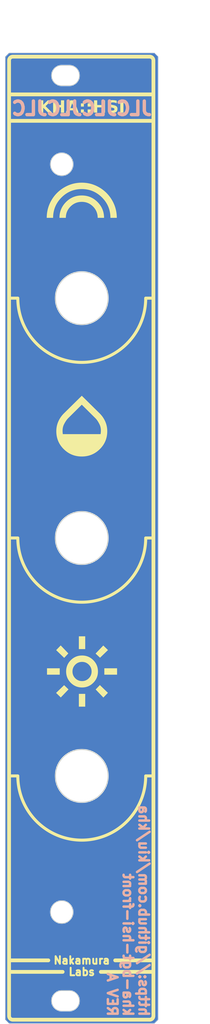
<source format=kicad_pcb>
(kicad_pcb (version 20221018) (generator pcbnew)

  (general
    (thickness 1.6)
  )

  (paper "A5" portrait)
  (layers
    (0 "F.Cu" signal)
    (31 "B.Cu" signal)
    (32 "B.Adhes" user "B.Adhesive")
    (33 "F.Adhes" user "F.Adhesive")
    (34 "B.Paste" user)
    (35 "F.Paste" user)
    (36 "B.SilkS" user "B.Silkscreen")
    (37 "F.SilkS" user "F.Silkscreen")
    (38 "B.Mask" user)
    (39 "F.Mask" user)
    (40 "Dwgs.User" user "User.Drawings")
    (41 "Cmts.User" user "User.Comments")
    (42 "Eco1.User" user "User.Eco1")
    (43 "Eco2.User" user "User.Eco2")
    (44 "Edge.Cuts" user)
    (45 "Margin" user)
    (46 "B.CrtYd" user "B.Courtyard")
    (47 "F.CrtYd" user "F.Courtyard")
    (48 "B.Fab" user)
    (49 "F.Fab" user)
    (50 "User.1" user)
    (51 "User.2" user)
    (52 "User.3" user)
    (53 "User.4" user)
    (54 "User.5" user)
    (55 "User.6" user)
    (56 "User.7" user)
    (57 "User.8" user)
    (58 "User.9" user)
  )

  (setup
    (pad_to_mask_clearance 0)
    (pcbplotparams
      (layerselection 0x00010fc_ffffffff)
      (plot_on_all_layers_selection 0x0000000_00000000)
      (disableapertmacros false)
      (usegerberextensions false)
      (usegerberattributes true)
      (usegerberadvancedattributes true)
      (creategerberjobfile true)
      (dashed_line_dash_ratio 12.000000)
      (dashed_line_gap_ratio 3.000000)
      (svgprecision 4)
      (plotframeref false)
      (viasonmask false)
      (mode 1)
      (useauxorigin false)
      (hpglpennumber 1)
      (hpglpenspeed 20)
      (hpglpendiameter 15.000000)
      (dxfpolygonmode true)
      (dxfimperialunits true)
      (dxfusepcbnewfont true)
      (psnegative false)
      (psa4output false)
      (plotreference true)
      (plotvalue true)
      (plotinvisibletext false)
      (sketchpadsonfab false)
      (subtractmaskfromsilk false)
      (outputformat 1)
      (mirror false)
      (drillshape 1)
      (scaleselection 1)
      (outputdirectory "")
    )
  )

  (net 0 "")

  (gr_poly
    (pts
      (xy 74.693333 106.096666)
      (xy 73 106.096666)
      (xy 73 105.25)
      (xy 74.693333 105.25)
    )

    (stroke (width 0) (type solid)) (fill solid) (layer "F.SilkS") (tstamp 0c251981-819d-4249-af4e-6e7b5e12dd3e))
  (gr_arc (start 79.525 151.275001) (mid 79.378553 151.628554) (end 79.025 151.775001)
    (stroke (width 0.5) (type solid)) (layer "F.SilkS") (tstamp 1c140c69-bbc8-4feb-8001-3b01fda7e5af))
  (gr_line (start 67.46 145.441) (end 60.348 145.441)
    (stroke (width 0.5) (type solid)) (layer "F.SilkS") (tstamp 1d325a81-4787-4ad8-9018-8abaa7f63df8))
  (gr_line (start 61.500001 88) (end 60.5 88)
    (stroke (width 0.4) (type default)) (layer "F.SilkS") (tstamp 2072f7dd-a08d-4a69-819a-55294838f5ea))
  (gr_line (start 65.555 143.917) (end 60.348 143.917)
    (stroke (width 0.5) (type solid)) (layer "F.SilkS") (tstamp 25d0185f-6db9-4fea-a18f-3b9e7e506f90))
  (gr_poly
    (pts
      (xy 70.152053 42.656723)
      (xy 70.301294 42.666893)
      (xy 70.447724 42.683843)
      (xy 70.591343 42.707573)
      (xy 70.732151 42.738083)
      (xy 70.870148 42.775372)
      (xy 71.005334 42.819442)
      (xy 71.137708 42.870291)
      (xy 71.267271 42.927921)
      (xy 71.394023 42.992331)
      (xy 71.517964 43.06352)
      (xy 71.639093 43.141489)
      (xy 71.757412 43.226239)
      (xy 71.872919 43.317768)
      (xy 71.985615 43.416077)
      (xy 72.0955 43.521167)
      (xy 72.200589 43.631051)
      (xy 72.298898 43.743747)
      (xy 72.390428 43.859254)
      (xy 72.475177 43.977572)
      (xy 72.553146 44.098702)
      (xy 72.624336 44.222643)
      (xy 72.688745 44.349395)
      (xy 72.746375 44.478958)
      (xy 72.797224 44.611332)
      (xy 72.841294 44.746518)
      (xy 72.878584 44.884515)
      (xy 72.909093 45.025323)
      (xy 72.932823 45.168942)
      (xy 72.949773 45.315372)
      (xy 72.959943 45.464614)
      (xy 72.963333 45.616667)
      (xy 72.116667 45.616667)
      (xy 72.114248 45.507877)
      (xy 72.106993 45.401114)
      (xy 72.094901 45.296376)
      (xy 72.077971 45.193664)
      (xy 72.056205 45.092977)
      (xy 72.029602 44.994317)
      (xy 71.998162 44.897682)
      (xy 71.961885 44.803073)
      (xy 71.920772 44.710489)
      (xy 71.874821 44.619931)
      (xy 71.824033 44.531399)
      (xy 71.768409 44.444893)
      (xy 71.707947 44.360412)
      (xy 71.642649 44.277958)
      (xy 71.572514 44.197528)
      (xy 71.497541 44.119125)
      (xy 71.419138 44.044153)
      (xy 71.338709 43.974017)
      (xy 71.256254 43.908719)
      (xy 71.171773 43.848258)
      (xy 71.085267 43.792633)
      (xy 70.996735 43.741846)
      (xy 70.906177 43.695895)
      (xy 70.813593 43.654781)
      (xy 70.718984 43.618504)
      (xy 70.622349 43.587064)
      (xy 70.523689 43.560461)
      (xy 70.423002 43.538695)
      (xy 70.32029 43.521766)
      (xy 70.215553 43.509674)
      (xy 70.108789 43.502418)
      (xy 70 43.5)
      (xy 69.891211 43.502418)
      (xy 69.784447 43.509674)
      (xy 69.679709 43.521766)
      (xy 69.576997 43.538695)
      (xy 69.476311 43.560461)
      (xy 69.37765 43.587064)
      (xy 69.281015 43.618504)
      (xy 69.186406 43.654781)
      (xy 69.093823 43.695895)
      (xy 69.003265 43.741846)
      (xy 68.914733 43.792633)
      (xy 68.828226 43.848258)
      (xy 68.743746 43.908719)
      (xy 68.661291 43.974017)
      (xy 68.580862 44.044153)
      (xy 68.502458 44.119125)
      (xy 68.427486 44.197528)
      (xy 68.357351 44.277958)
      (xy 68.292052 44.360412)
      (xy 68.231591 44.444893)
      (xy 68.175966 44.531399)
      (xy 68.125179 44.619931)
      (xy 68.079228 44.710489)
      (xy 68.038114 44.803073)
      (xy 68.001838 44.897682)
      (xy 67.970398 44.994317)
      (xy 67.943795 45.092977)
      (xy 67.922028 45.193664)
      (xy 67.905099 45.296376)
      (xy 67.893007 45.401114)
      (xy 67.885752 45.507877)
      (xy 67.883333 45.616667)
      (xy 67.036667 45.616667)
      (xy 67.040057 45.464614)
      (xy 67.050226 45.315372)
      (xy 67.067176 45.168942)
      (xy 67.090906 45.025323)
      (xy 67.121416 44.884515)
      (xy 67.158706 44.746518)
      (xy 67.202775 44.611332)
      (xy 67.253625 44.478958)
      (xy 67.311254 44.349395)
      (xy 67.375664 44.222643)
      (xy 67.446853 44.098702)
      (xy 67.524823 43.977572)
      (xy 67.609572 43.859254)
      (xy 67.701101 43.743747)
      (xy 67.799411 43.631051)
      (xy 67.9045 43.521167)
      (xy 68.014385 43.416077)
      (xy 68.127081 43.317768)
      (xy 68.242588 43.226239)
      (xy 68.360906 43.141489)
      (xy 68.482036 43.06352)
      (xy 68.605976 42.992331)
      (xy 68.732728 42.927921)
      (xy 68.862291 42.870291)
      (xy 68.994666 42.819442)
      (xy 69.129851 42.775372)
      (xy 69.267848 42.738083)
      (xy 69.408656 42.707573)
      (xy 69.552275 42.683843)
      (xy 69.698706 42.666893)
      (xy 69.847947 42.656723)
      (xy 70 42.653333)
    )

    (stroke (width 0) (type solid)) (fill solid) (layer "F.SilkS") (tstamp 2755f2d4-cb11-4281-924a-387442a34249))
  (gr_arc (start 78.499999 119.5) (mid 70 127.999999) (end 61.500001 119.5)
    (stroke (width 0.4) (type default)) (layer "F.SilkS") (tstamp 331e54e2-bda6-429c-9500-5477367ae366))
  (gr_line (start 79.525 24.774999) (end 79.525 151.275001)
    (stroke (width 0.5) (type solid)) (layer "F.SilkS") (tstamp 3435bc16-b880-40ef-a010-0438d5e4da68))
  (gr_poly
    (pts
      (xy 70.46 110.329999)
      (xy 69.613334 110.329999)
      (xy 69.613334 108.636666)
      (xy 70.46 108.636666)
    )

    (stroke (width 0) (type solid)) (fill solid) (layer "F.SilkS") (tstamp 3b1d941d-8548-4d8d-9ad5-7248c0df6fce))
  (gr_poly
    (pts
      (xy 70.119931 40.961426)
      (xy 70.238952 40.965705)
      (xy 70.357063 40.972836)
      (xy 70.474266 40.98282)
      (xy 70.590558 40.995657)
      (xy 70.705941 41.011346)
      (xy 70.820415 41.029887)
      (xy 70.933979 41.051281)
      (xy 71.046634 41.075528)
      (xy 71.158379 41.102627)
      (xy 71.269214 41.132579)
      (xy 71.379141 41.165383)
      (xy 71.488157 41.201039)
      (xy 71.596264 41.239549)
      (xy 71.703462 41.280911)
      (xy 71.80975 41.325125)
      (xy 71.914756 41.37182)
      (xy 72.018109 41.420623)
      (xy 72.119808 41.471534)
      (xy 72.219854 41.524554)
      (xy 72.318246 41.579683)
      (xy 72.414984 41.63692)
      (xy 72.510069 41.696265)
      (xy 72.6035 41.757719)
      (xy 72.695277 41.821281)
      (xy 72.785401 41.886951)
      (xy 72.873871 41.95473)
      (xy 72.960687 42.024617)
      (xy 73.04585 42.096613)
      (xy 73.129359 42.170717)
      (xy 73.211215 42.246929)
      (xy 73.291416 42.32525)
      (xy 73.369737 42.405452)
      (xy 73.44595 42.487307)
      (xy 73.520054 42.570816)
      (xy 73.592049 42.655979)
      (xy 73.661936 42.742795)
      (xy 73.729715 42.831265)
      (xy 73.795386 42.921389)
      (xy 73.858948 43.013166)
      (xy 73.920401 43.106597)
      (xy 73.979747 43.201682)
      (xy 74.036983 43.29842)
      (xy 74.092112 43.396812)
      (xy 74.145132 43.496858)
      (xy 74.196044 43.598557)
      (xy 74.244847 43.70191)
      (xy 74.291542 43.806916)
      (xy 74.335756 43.913205)
      (xy 74.377118 44.020402)
      (xy 74.415627 44.128509)
      (xy 74.451284 44.237526)
      (xy 74.484088 44.347452)
      (xy 74.514039 44.458288)
      (xy 74.541139 44.570033)
      (xy 74.565385 44.682688)
      (xy 74.586779 44.796252)
      (xy 74.605321 44.910725)
      (xy 74.621009 45.026109)
      (xy 74.633846 45.142401)
      (xy 74.64383 45.259603)
      (xy 74.650961 45.377715)
      (xy 74.65524 45.496736)
      (xy 74.656666 45.616667)
      (xy 73.809999 45.616667)
      (xy 73.805638 45.42135)
      (xy 73.792553 45.229631)
      (xy 73.770746 45.041508)
      (xy 73.740216 44.856982)
      (xy 73.700962 44.676052)
      (xy 73.652986 44.498719)
      (xy 73.596286 44.324983)
      (xy 73.530864 44.154843)
      (xy 73.456719 43.988301)
      (xy 73.373851 43.825355)
      (xy 73.282259 43.666005)
      (xy 73.181945 43.510252)
      (xy 73.072908 43.358096)
      (xy 72.955148 43.209537)
      (xy 72.828664 43.064574)
      (xy 72.693458 42.923208)
      (xy 72.552092 42.788002)
      (xy 72.407129 42.661519)
      (xy 72.25857 42.543759)
      (xy 72.106414 42.434721)
      (xy 71.950661 42.334407)
      (xy 71.791312 42.242816)
      (xy 71.628365 42.159947)
      (xy 71.461823 42.085802)
      (xy 71.291683 42.02038)
      (xy 71.117947 41.96368)
      (xy 70.940614 41.915704)
      (xy 70.759685 41.87645)
      (xy 70.575159 41.84592)
      (xy 70.387036 41.824112)
      (xy 70.195316 41.811028)
      (xy 70 41.806666)
      (xy 69.804684 41.811028)
      (xy 69.612964 41.824112)
      (xy 69.424841 41.84592)
      (xy 69.240315 41.87645)
      (xy 69.059385 41.915704)
      (xy 68.882053 41.96368)
      (xy 68.708316 42.02038)
      (xy 68.538177 42.085802)
      (xy 68.371634 42.159947)
      (xy 68.208688 42.242816)
      (xy 68.049339 42.334407)
      (xy 67.893586 42.434721)
      (xy 67.74143 42.543759)
      (xy 67.59287 42.661519)
      (xy 67.447908 42.788002)
      (xy 67.306542 42.923208)
      (xy 67.171335 43.064574)
      (xy 67.044852 43.209537)
      (xy 66.927092 43.358096)
      (xy 66.818055 43.510252)
      (xy 66.71774 43.666005)
      (xy 66.626149 43.825355)
      (xy 66.543281 43.988301)
      (xy 66.469135 44.154843)
      (xy 66.403713 44.324983)
      (xy 66.347014 44.498719)
      (xy 66.299037 44.676052)
      (xy 66.259784 44.856982)
      (xy 66.229253 45.041508)
      (xy 66.207446 45.229631)
      (xy 66.194361 45.42135)
      (xy 66.19 45.616667)
      (xy 65.343333 45.616667)
      (xy 65.34476 45.496736)
      (xy 65.349038 45.377715)
      (xy 65.35617 45.259603)
      (xy 65.366154 45.142401)
      (xy 65.37899 45.026109)
      (xy 65.394679 44.910725)
      (xy 65.413221 44.796252)
      (xy 65.434615 44.682688)
      (xy 65.458861 44.570033)
      (xy 65.48596 44.458288)
      (xy 65.515912 44.347452)
      (xy 65.548716 44.237526)
      (xy 65.584373 44.128509)
      (xy 65.622882 44.020402)
      (xy 65.664244 43.913205)
      (xy 65.708458 43.806916)
      (xy 65.755153 43.70191)
      (xy 65.803956 43.598557)
      (xy 65.854868 43.496858)
      (xy 65.907888 43.396812)
      (xy 65.963016 43.29842)
      (xy 66.020253 43.201682)
      (xy 66.079598 43.106597)
      (xy 66.141052 43.013166)
      (xy 66.204614 42.921389)
      (xy 66.270284 42.831265)
      (xy 66.338063 42.742795)
      (xy 66.40795 42.655979)
      (xy 66.479946 42.570816)
      (xy 66.55405 42.487307)
      (xy 66.630262 42.405452)
      (xy 66.708583 42.32525)
      (xy 66.788785 42.246929)
      (xy 66.87064 42.170717)
      (xy 66.95415 42.096613)
      (xy 67.039312 42.024617)
      (xy 67.126129 41.95473)
      (xy 67.214599 41.886951)
      (xy 67.304723 41.821281)
      (xy 67.3965 41.757719)
      (xy 67.489931 41.696265)
      (xy 67.585016 41.63692)
      (xy 67.681754 41.579683)
      (xy 67.780146 41.524554)
      (xy 67.880191 41.471534)
      (xy 67.981891 41.420623)
      (xy 68.085243 41.37182)
      (xy 68.19025 41.325125)
      (xy 68.296538 41.280911)
      (xy 68.403736 41.239549)
      (xy 68.511843 41.201039)
      (xy 68.620859 41.165383)
      (xy 68.730785 41.132579)
      (xy 68.841621 41.102627)
      (xy 68.953366 41.075528)
      (xy 69.066021 41.051281)
      (xy 69.179585 41.029887)
      (xy 69.294059 41.011346)
      (xy 69.409442 40.995657)
      (xy 69.525734 40.98282)
      (xy 69.642936 40.972836)
      (xy 69.761048 40.965705)
      (xy 69.880069 40.961426)
      (xy 70 40.96)
    )

    (stroke (width 0) (type solid)) (fill solid) (layer "F.SilkS") (tstamp 45c8a207-9e1b-4ba7-968d-90f1b0285457))
  (gr_line (start 61.500001 56.25) (end 60.5 56.25)
    (stroke (width 0.4) (type default)) (layer "F.SilkS") (tstamp 4fb2a981-372a-4121-baba-3bb055b11c1c))
  (gr_line (start 79.525 143.917) (end 74.445 143.917)
    (stroke (width 0.5) (type solid)) (layer "F.SilkS") (tstamp 51624035-e867-47c1-8472-f9b45ef097b7))
  (gr_arc (start 78.499999 88) (mid 70 96.499999) (end 61.500001 88)
    (stroke (width 0.4) (type default)) (layer "F.SilkS") (tstamp 52b00034-d4ec-4f8a-83fe-2dfd8b238d37))
  (gr_line (start 79.5 88) (end 78.5 88)
    (stroke (width 0.4) (type default)) (layer "F.SilkS") (tstamp 5b514cc4-0b78-4bc3-b5a3-2e5771f7ca7a))
  (gr_line (start 79.5 119.5) (end 78.5 119.5)
    (stroke (width 0.4) (type default)) (layer "F.SilkS") (tstamp 5d14984f-494e-4c4e-879b-61c687bb8fc5))
  (gr_poly
    (pts
      (xy 70.145456 103.559085)
      (xy 70.25222 103.56634)
      (xy 70.356957 103.578432)
      (xy 70.459669 103.595361)
      (xy 70.560356 103.617128)
      (xy 70.659016 103.643731)
      (xy 70.755651 103.675171)
      (xy 70.85026 103.711447)
      (xy 70.942844 103.752561)
      (xy 71.033402 103.798512)
      (xy 71.121934 103.849299)
      (xy 71.20844 103.904924)
      (xy 71.292921 103.965385)
      (xy 71.375376 104.030684)
      (xy 71.455805 104.100819)
      (xy 71.534208 104.175791)
      (xy 71.609181 104.254195)
      (xy 71.679316 104.334624)
      (xy 71.744614 104.417079)
      (xy 71.805076 104.501559)
      (xy 71.8607 104.588066)
      (xy 71.911488 104.676598)
      (xy 71.957439 104.767156)
      (xy 71.998552 104.859739)
      (xy 72.034829 104.954348)
      (xy 72.066269 105.050983)
      (xy 72.092872 105.149644)
      (xy 72.114638 105.25033)
      (xy 72.131568 105.353042)
      (xy 72.14366 105.45778)
      (xy 72.150915 105.564544)
      (xy 72.153334 105.673333)
      (xy 72.150915 105.782122)
      (xy 72.14366 105.888886)
      (xy 72.131568 105.993624)
      (xy 72.114638 106.096336)
      (xy 72.092872 106.197022)
      (xy 72.066269 106.295683)
      (xy 72.034829 106.392318)
      (xy 71.998552 106.486927)
      (xy 71.957439 106.57951)
      (xy 71.911488 106.670068)
      (xy 71.8607 106.7586)
      (xy 71.805076 106.845106)
      (xy 71.744614 106.929587)
      (xy 71.679316 107.012042)
      (xy 71.609181 107.092471)
      (xy 71.534208 107.170874)
      (xy 71.455805 107.245847)
      (xy 71.375376 107.315982)
      (xy 71.292921 107.38128)
      (xy 71.20844 107.441742)
      (xy 71.121934 107.497366)
      (xy 71.033402 107.548154)
      (xy 70.942844 107.594105)
      (xy 70.85026 107.635218)
      (xy 70.755651 107.671495)
      (xy 70.659016 107.702935)
      (xy 70.560356 107.729538)
      (xy 70.459669 107.751304)
      (xy 70.356957 107.768234)
      (xy 70.25222 107.780326)
      (xy 70.145456 107.787581)
      (xy 70.036667 107.79)
      (xy 69.927878 107.787581)
      (xy 69.821114 107.780326)
      (xy 69.716376 107.768234)
      (xy 69.613664 107.751304)
      (xy 69.512978 107.729538)
      (xy 69.414317 107.702935)
      (xy 69.317682 107.671495)
      (xy 69.223073 107.635218)
      (xy 69.13049 107.594105)
      (xy 69.039932 107.548154)
      (xy 68.9514 107.497366)
      (xy 68.864893 107.441742)
      (xy 68.780413 107.38128)
      (xy 68.697958 107.315982)
      (xy 68.617529 107.245847)
      (xy 68.539125 107.170874)
      (xy 68.464153 107.092471)
      (xy 68.394018 107.012042)
      (xy 68.328719 106.929587)
      (xy 68.268258 106.845106)
      (xy 68.212633 106.7586)
      (xy 68.161846 106.670068)
      (xy 68.115895 106.57951)
      (xy 68.074781 106.486927)
      (xy 68.038505 106.392318)
      (xy 68.007065 106.295683)
      (xy 67.980462 106.197022)
      (xy 67.958695 106.096336)
      (xy 67.941766 105.993624)
      (xy 67.929674 105.888886)
      (xy 67.922419 105.782122)
      (xy 67.92 105.673333)
      (xy 68.766667 105.673333)
      (xy 68.768114 105.738859)
      (xy 68.772455 105.803144)
      (xy 68.779689 105.866189)
      (xy 68.789818 105.927994)
      (xy 68.80284 105.988559)
      (xy 68.818757 106.047884)
      (xy 68.837567 106.105968)
      (xy 68.859271 106.162812)
      (xy 68.883869 106.218416)
      (xy 68.911361 106.272779)
      (xy 68.941747 106.325903)
      (xy 68.975026 106.377786)
      (xy 69.0112 106.428429)
      (xy 69.050267 106.477831)
      (xy 69.092228 106.525994)
      (xy 69.137083 106.572916)
      (xy 69.184006 106.617771)
      (xy 69.232168 106.659732)
      (xy 69.281571 106.6988)
      (xy 69.332214 106.734973)
      (xy 69.384097 106.768253)
      (xy 69.43722 106.798639)
      (xy 69.491584 106.826131)
      (xy 69.547188 106.850729)
      (xy 69.604032 106.872433)
      (xy 69.662116 106.891243)
      (xy 69.721441 106.907159)
      (xy 69.782005 106.920182)
      (xy 69.84381 106.93031)
      (xy 69.906856 106.937545)
      (xy 69.971141 106.941886)
      (xy 70.036667 106.943333)
      (xy 70.102193 106.941886)
      (xy 70.166478 106.937545)
      (xy 70.229523 106.93031)
      (xy 70.291328 106.920182)
      (xy 70.351893 106.907159)
      (xy 70.411218 106.891243)
      (xy 70.469302 106.872433)
      (xy 70.526146 106.850729)
      (xy 70.58175 106.826131)
      (xy 70.636113 106.798639)
      (xy 70.689237 106.768253)
      (xy 70.74112 106.734973)
      (xy 70.791763 106.6988)
      (xy 70.841165 106.659732)
      (xy 70.889328 106.617771)
      (xy 70.93625 106.572916)
      (xy 70.981105 106.525994)
      (xy 71.023066 106.477831)
      (xy 71.062134 106.428429)
      (xy 71.098307 106.377786)
      (xy 71.131587 106.325903)
      (xy 71.161973 106.272779)
      (xy 71.189464 106.218416)
      (xy 71.214062 106.162812)
      (xy 71.235767 106.105968)
      (xy 71.254577 106.047884)
      (xy 71.270493 105.988559)
      (xy 71.283516 105.927994)
      (xy 71.293644 105.866189)
      (xy 71.300879 105.803144)
      (xy 71.30522 105.738859)
      (xy 71.306667 105.673333)
      (xy 71.30522 105.607807)
      (xy 71.300879 105.543522)
      (xy 71.293644 105.480477)
      (xy 71.283516 105.418672)
      (xy 71.270493 105.358107)
      (xy 71.254577 105.298782)
      (xy 71.235767 105.240698)
      (xy 71.214062 105.183854)
      (xy 71.189464 105.12825)
      (xy 71.161973 105.073886)
      (xy 71.131587 105.020763)
      (xy 71.098307 104.96888)
      (xy 71.062134 104.918237)
      (xy 71.023066 104.868834)
      (xy 70.981105 104.820672)
      (xy 70.93625 104.773749)
      (xy 70.889328 104.728894)
      (xy 70.841165 104.686933)
      (xy 70.791763 104.647866)
      (xy 70.74112 104.611692)
      (xy 70.689237 104.578413)
      (xy 70.636113 104.548027)
      (xy 70.58175 104.520535)
      (xy 70.526146 104.495937)
      (xy 70.469302 104.474233)
      (xy 70.411218 104.455423)
      (xy 70.351893 104.439506)
      (xy 70.291328 104.426484)
      (xy 70.229523 104.416355)
      (xy 70.166478 104.409121)
      (xy 70.102193 104.40478)
      (xy 70.036667 104.403333)
      (xy 69.971141 104.40478)
      (xy 69.906856 104.409121)
      (xy 69.84381 104.416355)
      (xy 69.782005 104.426484)
      (xy 69.721441 104.439506)
      (xy 69.662116 104.455423)
      (xy 69.604032 104.474233)
      (xy 69.547188 104.495937)
      (xy 69.491584 104.520535)
      (xy 69.43722 104.548027)
      (xy 69.384097 104.578413)
      (xy 69.332214 104.611692)
      (xy 69.281571 104.647866)
      (xy 69.232168 104.686933)
      (xy 69.184006 104.728894)
      (xy 69.137083 104.773749)
      (xy 69.092228 104.820672)
      (xy 69.050267 104.868834)
      (xy 69.0112 104.918237)
      (xy 68.975026 104.96888)
      (xy 68.941747 105.020763)
      (xy 68.911361 105.073886)
      (xy 68.883869 105.12825)
      (xy 68.859271 105.183854)
      (xy 68.837567 105.240698)
      (xy 68.818757 105.298782)
      (xy 68.80284 105.358107)
      (xy 68.789818 105.418672)
      (xy 68.779689 105.480477)
      (xy 68.772455 105.543522)
      (xy 68.768114 105.607807)
      (xy 68.766667 105.673333)
      (xy 67.92 105.673333)
      (xy 67.922419 105.564544)
      (xy 67.929674 105.45778)
      (xy 67.941766 105.353042)
      (xy 67.958695 105.25033)
      (xy 67.980462 105.149644)
      (xy 68.007065 105.050983)
      (xy 68.038505 104.954348)
      (xy 68.074781 104.859739)
      (xy 68.115895 104.767156)
      (xy 68.161846 104.676598)
      (xy 68.212633 104.588066)
      (xy 68.268258 104.501559)
      (xy 68.328719 104.417079)
      (xy 68.394018 104.334624)
      (xy 68.464153 104.254195)
      (xy 68.539125 104.175791)
      (xy 68.617529 104.100819)
      (xy 68.697958 104.030684)
      (xy 68.780413 103.965385)
      (xy 68.864893 103.904924)
      (xy 68.9514 103.849299)
      (xy 69.039932 103.798512)
      (xy 69.13049 103.752561)
      (xy 69.223073 103.711447)
      (xy 69.317682 103.675171)
      (xy 69.414317 103.643731)
      (xy 69.512978 103.617128)
      (xy 69.613664 103.595361)
      (xy 69.716376 103.578432)
      (xy 69.821114 103.56634)
      (xy 69.927878 103.559085)
      (xy 70.036667 103.556666)
    )

    (stroke (width 0) (type solid)) (fill solid) (layer "F.SilkS") (tstamp 5e829f45-2f43-4745-b637-4ebc5233e1fe))
  (gr_poly
    (pts
      (xy 73.47625 108.499083)
      (xy 72.873 109.1235)
      (xy 71.846417 108.054583)
      (xy 72.407333 107.472499)
    )

    (stroke (width 0) (type solid)) (fill solid) (layer "F.SilkS") (tstamp 6dd916d4-4537-450d-99ad-fd5a7b1c7a59))
  (gr_poly
    (pts
      (xy 73.486834 102.837)
      (xy 72.4285 103.852999)
      (xy 71.835833 103.302666)
      (xy 72.862417 102.23375)
    )

    (stroke (width 0) (type solid)) (fill solid) (layer "F.SilkS") (tstamp 70556a55-e318-4840-82a7-95f709a56029))
  (gr_arc (start 60.340001 24.774999) (mid 60.486448 24.421447) (end 60.84 24.275)
    (stroke (width 0.5) (type solid)) (layer "F.SilkS") (tstamp 77f16b9e-fe32-4fc2-a012-1dfd77993971))
  (gr_poly
    (pts
      (xy 68.2375 108.043999)
      (xy 67.210917 109.112916)
      (xy 66.5865 108.509666)
      (xy 67.655417 107.483083)
    )

    (stroke (width 0) (type solid)) (fill solid) (layer "F.SilkS") (tstamp 874f85e5-4084-4986-b847-e4fbad5cb562))
  (gr_poly
    (pts
      (xy 70.46 102.71)
      (xy 69.613334 102.71)
      (xy 69.613334 101.016666)
      (xy 70.46 101.016666)
    )

    (stroke (width 0) (type solid)) (fill solid) (layer "F.SilkS") (tstamp 9306a67d-1a04-49b7-bd3d-0bdb1abbd9f4))
  (gr_poly
    (pts
      (xy 68.216333 103.2815)
      (xy 67.666 103.874166)
      (xy 66.597084 102.847583)
      (xy 67.200334 102.223166)
    )

    (stroke (width 0) (type solid)) (fill solid) (layer "F.SilkS") (tstamp 9997a315-c08d-44d3-84e6-1a3b47c45ce4))
  (gr_line (start 60.34 151.275) (end 60.34 24.775)
    (stroke (width 0.5) (type solid)) (layer "F.SilkS") (tstamp a376baca-b2c9-4c7c-9dcc-6965c7ac7f7f))
  (gr_poly
    (pts
      (xy 72.394167 71.519501)
      (xy 72.45159 71.578226)
      (xy 72.507442 71.637984)
      (xy 72.561723 71.698776)
      (xy 72.614432 71.760602)
      (xy 72.665571 71.823461)
      (xy 72.715139 71.887354)
      (xy 72.763137 71.95228)
      (xy 72.809563 72.01824)
      (xy 72.854418 72.085233)
      (xy 72.897702 72.15326)
      (xy 72.939415 72.222321)
      (xy 72.979558 72.292414)
      (xy 73.018129 72.363542)
      (xy 73.055129 72.435703)
      (xy 73.090558 72.508897)
      (xy 73.124417 72.583126)
      (xy 73.156456 72.658222)
      (xy 73.186429 72.734021)
      (xy 73.214334 72.810523)
      (xy 73.240172 72.887727)
      (xy 73.263943 72.965634)
      (xy 73.285648 73.044245)
      (xy 73.305285 73.123558)
      (xy 73.322855 73.203573)
      (xy 73.338358 73.284292)
      (xy 73.351793 73.365713)
      (xy 73.363162 73.447838)
      (xy 73.372464 73.530665)
      (xy 73.379699 73.614194)
      (xy 73.384866 73.698427)
      (xy 73.387967 73.783362)
      (xy 73.389 73.869001)
      (xy 73.385135 74.041972)
      (xy 73.373539 74.211636)
      (xy 73.354212 74.377993)
      (xy 73.327154 74.541042)
      (xy 73.292365 74.700784)
      (xy 73.249846 74.857219)
      (xy 73.199596 75.010347)
      (xy 73.141615 75.160167)
      (xy 73.075903 75.30668)
      (xy 73.00246 75.449886)
      (xy 72.921287 75.589784)
      (xy 72.832383 75.726375)
      (xy 72.735748 75.859659)
      (xy 72.631382 75.989636)
      (xy 72.519286 76.116305)
      (xy 72.399459 76.239667)
      (xy 72.274133 76.357572)
      (xy 72.145542 76.46787)
      (xy 72.013684 76.570562)
      (xy 71.878561 76.665646)
      (xy 71.740171 76.753124)
      (xy 71.598516 76.832995)
      (xy 71.453594 76.905259)
      (xy 71.305407 76.969917)
      (xy 71.153954 77.026968)
      (xy 70.999234 77.076412)
      (xy 70.841249 77.118249)
      (xy 70.679998 77.152479)
      (xy 70.515481 77.179103)
      (xy 70.347698 77.19812)
      (xy 70.176649 77.20953)
      (xy 70.002334 77.213333)
      (xy 69.828019 77.20953)
      (xy 69.65697 77.19812)
      (xy 69.489187 77.179103)
      (xy 69.32467 77.152479)
      (xy 69.163419 77.118249)
      (xy 69.005433 77.076412)
      (xy 68.850714 77.026968)
      (xy 68.699261 76.969917)
      (xy 68.551074 76.905259)
      (xy 68.406152 76.832995)
      (xy 68.264497 76.753124)
      (xy 68.126107 76.665646)
      (xy 67.990984 76.570562)
      (xy 67.859126 76.46787)
      (xy 67.730535 76.357572)
      (xy 67.605209 76.239667)
      (xy 67.485382 76.116305)
      (xy 67.373285 75.989636)
      (xy 67.268919 75.859659)
      (xy 67.172284 75.726375)
      (xy 67.08338 75.589784)
      (xy 67.002207 75.449886)
      (xy 66.928764 75.30668)
      (xy 66.863053 75.160167)
      (xy 66.805072 75.010347)
      (xy 66.754822 74.857219)
      (xy 66.712302 74.700784)
      (xy 66.677514 74.541042)
      (xy 66.650456 74.377993)
      (xy 66.631129 74.211636)
      (xy 66.619533 74.041972)
      (xy 66.615667 73.869001)
      (xy 66.616555 73.795455)
      (xy 67.448981 73.795455)
      (xy 67.449766 73.882891)
      (xy 67.453611 73.972064)
      (xy 67.460515 74.062973)
      (xy 67.470478 74.155618)
      (xy 67.483501 74.25)
      (xy 72.5 74.25)
      (xy 72.514325 74.155618)
      (xy 72.525549 74.062973)
      (xy 72.533673 73.972064)
      (xy 72.538696 73.882891)
      (xy 72.540618 73.795455)
      (xy 72.53944 73.709754)
      (xy 72.535161 73.625791)
      (xy 72.527782 73.543563)
      (xy 72.517302 73.463072)
      (xy 72.503721 73.384317)
      (xy 72.48704 73.307298)
      (xy 72.467258 73.232016)
      (xy 72.444376 73.15847)
      (xy 72.418393 73.086661)
      (xy 72.38931 73.016587)
      (xy 72.357126 72.94825)
      (xy 72.289409 72.817447)
      (xy 72.221196 72.694912)
      (xy 72.152487 72.580645)
      (xy 72.083282 72.474646)
      (xy 72.048493 72.424748)
      (xy 72.01358 72.376916)
      (xy 71.978544 72.331151)
      (xy 71.943383 72.287454)
      (xy 71.908098 72.245823)
      (xy 71.87269 72.20626)
      (xy 71.837157 72.168763)
      (xy 71.8015 72.133334)
      (xy 70.002334 70.355334)
      (xy 68.203167 72.133334)
      (xy 68.16749 72.168763)
      (xy 68.131895 72.20626)
      (xy 68.096383 72.245823)
      (xy 68.060954 72.287454)
      (xy 68.025607 72.331151)
      (xy 67.990343 72.376916)
      (xy 67.955162 72.424748)
      (xy 67.920063 72.474646)
      (xy 67.885047 72.526612)
      (xy 67.850114 72.580645)
      (xy 67.815263 72.636745)
      (xy 67.780495 72.694912)
      (xy 67.74581 72.755146)
      (xy 67.711208 72.817447)
      (xy 67.676688 72.881815)
      (xy 67.642251 72.94825)
      (xy 67.609384 73.016587)
      (xy 67.579577 73.086661)
      (xy 67.55283 73.15847)
      (xy 67.529141 73.232016)
      (xy 67.508512 73.307298)
      (xy 67.490942 73.384317)
      (xy 67.476431 73.463072)
      (xy 67.46498 73.543563)
      (xy 67.456588 73.625791)
      (xy 67.451255 73.709754)
      (xy 67.448981 73.795455)
      (xy 66.616555 73.795455)
      (xy 66.616701 73.783362)
      (xy 66.619801 73.698427)
      (xy 66.624969 73.614194)
      (xy 66.632204 73.530665)
      (xy 66.641505 73.447838)
      (xy 66.652874 73.365713)
      (xy 66.66631 73.284292)
      (xy 66.681813 73.203573)
      (xy 66.699383 73.123558)
      (xy 66.71902 73.044245)
      (xy 66.740724 72.965634)
      (xy 66.764495 72.887727)
      (xy 66.790334 72.810523)
      (xy 66.818239 72.734021)
      (xy 66.848211 72.658222)
      (xy 66.880251 72.583126)
      (xy 66.914109 72.508897)
      (xy 66.949538 72.435703)
      (xy 66.986539 72.363542)
      (xy 67.02511 72.292414)
      (xy 67.065252 72.222321)
      (xy 67.106965 72.15326)
      (xy 67.15025 72.085233)
      (xy 67.195105 72.01824)
      (xy 67.241531 71.95228)
      (xy 67.289528 71.887354)
      (xy 67.339096 71.823461)
      (xy 67.390235 71.760602)
      (xy 67.442945 71.698776)
      (xy 67.497226 71.637984)
      (xy 67.553078 71.578226)
      (xy 67.610501 71.519501)
      (xy 70.002334 69.170001)
    )

    (stroke (width 0) (type solid)) (fill solid) (layer "F.SilkS") (tstamp b086e748-9dfb-43c7-a186-a7813116ceaf))
  (gr_arc (start 79.025 24.274999) (mid 79.378553 24.421446) (end 79.525 24.774999)
    (stroke (width 0.5) (type solid)) (layer "F.SilkS") (tstamp bba88ee6-07bd-4a17-9c41-604f8c30fdbc))
  (gr_line (start 60.84 24.275) (end 79.025 24.274999)
    (stroke (width 0.5) (type solid)) (layer "F.SilkS") (tstamp bd3a0eaf-aa3e-4301-b5f5-1c0eff52acaf))
  (gr_poly
    (pts
      (xy 67.073334 106.096666)
      (xy 65.38 106.096666)
      (xy 65.38 105.25)
      (xy 67.073334 105.25)
    )

    (stroke (width 0) (type solid)) (fill solid) (layer "F.SilkS") (tstamp bf372b54-55be-4847-84f6-4ed559ae2106))
  (gr_line (start 61.500001 119.5) (end 60.5 119.5)
    (stroke (width 0.4) (type default)) (layer "F.SilkS") (tstamp bf9dd3e8-90b9-465c-b3fc-e958b5781913))
  (gr_arc (start 78.499999 56.25) (mid 70 64.749999) (end 61.500001 56.25)
    (stroke (width 0.4) (type default)) (layer "F.SilkS") (tstamp c1f5728b-58f4-446c-b55a-b8b0e3915479))
  (gr_line (start 79.025 151.775001) (end 60.84 151.775)
    (stroke (width 0.5) (type solid)) (layer "F.SilkS") (tstamp cbff5ef0-f00a-4b51-9921-b83e73f086fc))
  (gr_line (start 79.5 56.25) (end 78.5 56.25)
    (stroke (width 0.4) (type default)) (layer "F.SilkS") (tstamp d7c8a6eb-7139-4c2c-aadc-f42cc03a2fb0))
  (gr_line (start 60.34 29.275) (end 79.525 29.275)
    (stroke (width 0.5) (type solid)) (layer "F.SilkS") (tstamp df2627ef-a4f5-43b1-8dcc-d6ebec5978a9))
  (gr_arc (start 60.84 151.775) (mid 60.486447 151.628553) (end 60.34 151.275)
    (stroke (width 0.5) (type solid)) (layer "F.SilkS") (tstamp e1d9f5d5-87e4-4c9c-9e25-2ca817815071))
  (gr_line (start 60.34 32.775) (end 79.525 32.775)
    (stroke (width 0.5) (type solid)) (layer "F.SilkS") (tstamp f94a74c1-26d0-41a7-a881-165b5a7c3972))
  (gr_line (start 79.525 145.441) (end 72.54 145.441)
    (stroke (width 0.5) (type solid)) (layer "F.SilkS") (tstamp fd2fcf5d-c835-4494-b714-dad6324b479c))
  (gr_line (start 71.34 34.525) (end 71.34 46.775)
    (stroke (width 0.15) (type default)) (layer "Dwgs.User") (tstamp 00abe8cf-4192-4b12-a36a-920298f9ce8d))
  (gr_line (start 63.09 46.775) (end 63.09 129.275)
    (stroke (width 0.15) (type default)) (layer "Dwgs.User") (tstamp 09a191d5-4d7c-4bfc-88e9-bb015d24f31e))
  (gr_line (start 63.09 46.775) (end 71.34 46.775)
    (stroke (width 0.15) (type default)) (layer "Dwgs.User") (tstamp 13120f07-5fb3-4597-800d-355893ad740f))
  (gr_line (start 67.34 23.775) (end 67.34 152.275)
    (stroke (width 0.15) (type solid)) (layer "Dwgs.User") (tstamp 1f9933e7-e36e-4423-92b9-b48d25819197))
  (gr_line (start 71.34 141.525) (end 59.84 141.525)
    (stroke (width 0.15) (type default)) (layer "Dwgs.User") (tstamp 3c22452f-389e-4543-9487-a034afe34ac7))
  (gr_line (start 59.84 88) (end 80.16 88)
    (stroke (width 0.15) (type solid)) (layer "Dwgs.User") (tstamp 4837c67b-35db-43b4-9b18-8c3bdf406839))
  (gr_line (start 59.84 34.525) (end 71.34 34.525)
    (stroke (width 0.15) (type default)) (layer "Dwgs.User") (tstamp 76b60d57-1850-444d-a2aa-fd9fdf953a24))
  (gr_line (start 80.16 143.024997) (end 59.84012 143.025)
    (stroke (width 0.15) (type solid)) (layer "Dwgs.User") (tstamp 7752e1aa-3f80-4fdd-a74c-3e208d4e7801))
  (gr_line (start 80.16 23.775) (end 80.16 152.275)
    (stroke (width 0.15) (type solid)) (layer "Dwgs.User") (tstamp 7917449d-b97f-4c68-a02e-399a8597c369))
  (gr_line (start 59.84012 143.025) (end 59.84 33.024997)
    (stroke (width 0.15) (type solid)) (layer "Dwgs.User") (tstamp 86b8bc37-9042-4d26-92ba-666e1b904d94))
  (gr_line (start 59.84 33.024997) (end 80.16 33.024997)
    (stroke (width 0.15) (type solid)) (layer "Dwgs.User") (tstamp 9517658c-b08d-4450-9076-0556bbaff56c))
  (gr_line (start 75.08 23.775) (end 75.08 152.275)
    (stroke (width 0.15) (type solid)) (layer "Dwgs.User") (tstamp 97f067c1-a6a2-49fe-b984-5903c3559db5))
  (gr_line (start 70 23.775) (end 70 152.225)
    (stroke (width 0.15) (type default)) (layer "Dwgs.User") (tstamp 9b5e92a6-08ff-4cca-879d-16981c5b25c6))
  (gr_line (start 71.34 141.525) (end 71.34 129.275)
    (stroke (width 0.15) (type default)) (layer "Dwgs.User") (tstamp af0b3388-714f-4c3d-bb77-8e67b0ad2a4b))
  (gr_line (start 71.34 129.275) (end 63.09 129.275)
    (stroke (width 0.15) (type default)) (layer "Dwgs.User") (tstamp cdb6b852-4bd6-4e8e-8825-b5e538111156))
  (gr_line (start 59.84 151.775) (end 59.84 24.275)
    (stroke (width 0.05) (type solid)) (layer "Edge.Cuts") (tstamp 0164f546-27ca-408a-99f9-93e2eb4361fb))
  (gr_line (start 59.84 24.275) (end 60.34 23.775)
    (stroke (width 0.05) (type default)) (layer "Edge.Cuts") (tstamp 032d814d-4bd1-4f62-846d-9c52b64567bb))
  (gr_line (start 67.34 28.125) (end 68.34 28.125)
    (stroke (width 0.1) (type default)) (layer "Edge.Cuts") (tstamp 051c4987-9247-445c-a788-ccc879cc27fe))
  (gr_arc (start 68.34 25.425) (mid 69.69 26.775) (end 68.34 28.125)
    (stroke (width 0.1) (type default)) (layer "Edge.Cuts") (tstamp 0897c683-b941-4ff7-91a9-8d743b3aeb5c))
  (gr_circle (center 70 119.5) (end 73.5 119.5)
    (stroke (width 0.15) (type default)) (fill none) (layer "Edge.Cuts") (tstamp 0c7adda2-a22d-4423-b7ba-74e4e9f13599))
  (gr_line (start 67.34 147.925) (end 68.34 147.925)
    (stroke (width 0.1) (type default)) (layer "Edge.Cuts") (tstamp 14d4354f-2d35-4432-aa49-67307a098601))
  (gr_circle (center 70 88) (end 73.5 88)
    (stroke (width 0.15) (type default)) (fill none) (layer "Edge.Cuts") (tstamp 18671ac4-3cc0-4f74-aa2f-c9080be8b012))
  (gr_arc (start 68.34 147.925) (mid 69.69 149.275) (end 68.34 150.625)
    (stroke (width 0.1) (type default)) (layer "Edge.Cuts") (tstamp 1b20f2a3-4001-497f-b242-1b1d6963ebcf))
  (gr_line (start 60.34 23.775) (end 79.66 23.775)
    (stroke (width 0.05) (type solid)) (layer "Edge.Cuts") (tstamp 25487b58-2645-41cf-9f71-02820b61fe80))
  (gr_arc (start 67.34 28.125) (mid 65.99 26.775) (end 67.34 25.425)
    (stroke (width 0.1) (type default)) (layer "Edge.Cuts") (tstamp 31fa259e-52ba-4955-8aa5-ebead7395134))
  (gr_line (start 79.66 23.775) (end 80.16 24.275)
    (stroke (width 0.05) (type default)) (layer "Edge.Cuts") (tstamp 52756ee2-65d1-42b1-9ac7-45e309528b43))
  (gr_line (start 67.34 150.625) (end 68.34 150.625)
    (stroke (width 0.1) (type default)) (layer "Edge.Cuts") (tstamp 9cfd5403-d882-4e60-9425-a799e2295f3a))
  (gr_line (start 67.34 25.425) (end 68.34 25.425)
    (stroke (width 0.1) (type default)) (layer "Edge.Cuts") (tstamp a0c23b62-cfd0-4f02-9b52-3def1f461f06))
  (gr_line (start 79.66 152.275) (end 80.16 151.775)
    (stroke (width 0.05) (type default)) (layer "Edge.Cuts") (tstamp a7868a0b-6684-4f19-96fd-8fe5659657b7))
  (gr_circle (center 70 56.25) (end 73.5 56.25)
    (stroke (width 0.15) (type default)) (fill none) (layer "Edge.Cuts") (tstamp b4b83018-35c4-4058-9fa6-f30d9284831e))
  (gr_circle (center 67.34 137.525) (end 68.84 137.525)
    (stroke (width 0.1) (type default)) (fill none) (layer "Edge.Cuts") (tstamp b6d68ee5-a7b6-4e6b-96c4-841106ec04f5))
  (gr_line (start 80.16 24.275) (end 80.16 151.775)
    (stroke (width 0.05) (type solid)) (layer "Edge.Cuts") (tstamp c84f6e87-e582-4226-b9de-8d2f25f4601d))
  (gr_line (start 79.66 152.275) (end 60.34 152.275)
    (stroke (width 0.05) (type solid)) (layer "Edge.Cuts") (tstamp e3c64c9e-4a5a-4ee4-9cd7-333128a91cb9))
  (gr_line (start 59.84 151.775) (end 60.34 152.275)
    (stroke (width 0.05) (type default)) (layer "Edge.Cuts") (tstamp eb984440-661f-47c0-af05-08ff31b003ed))
  (gr_arc (start 67.34 150.625) (mid 65.99 149.275) (end 67.34 147.925)
    (stroke (width 0.1) (type default)) (layer "Edge.Cuts") (tstamp ed0d6349-5aae-454f-8c53-37f1684c8f43))
  (gr_circle (center 67.34 38.525) (end 68.84 38.525)
    (stroke (width 0.1) (type default)) (fill none) (layer "Edge.Cuts") (tstamp f8e34b84-1c95-4f33-9e89-d5be96471186))
  (gr_line (start 62 119.5) (end 78 119.5)
    (stroke (width 0.15) (type default)) (layer "User.6") (tstamp 00258592-a70b-4c77-a15d-24fa8331d538))
  (gr_line (start 70 74.25) (end 70 96)
    (stroke (width 0.15) (type default)) (layer "User.6") (tstamp 02acd58f-3cf0-4b2d-a086-5434233e7957))
  (gr_line (start 70 105.75) (end 70 127.5)
    (stroke (width 0.15) (type default)) (layer "User.6") (tstamp 3feaaf54-a5f6-48af-9d7e-00d3efca3482))
  (gr_circle (center 70 119.5) (end 78 119.5)
    (stroke (width 0.15) (type default)) (fill none) (layer "User.6") (tstamp 48d12f47-3d93-4f9f-a074-941513c7da3b))
  (gr_circle (center 70 56.25) (end 78 56.25)
    (stroke (width 0.15) (type default)) (fill none) (layer "User.6") (tstamp 7b100951-bf86-4e30-833f-34f732e6a63c))
  (gr_circle (center 67.34 137.525) (end 69.84 137.525)
    (stroke (width 0.1) (type default)) (fill none) (layer "User.6") (tstamp 80af6e82-afd2-457c-a774-ce203c338f59))
  (gr_line (start 62 56.25) (end 78 56.25)
    (stroke (width 0.15) (type default)) (layer "User.6") (tstamp 8bbca370-7fdc-4da4-9f2b-ef4f24c87d9f))
  (gr_line (start 61 42.5) (end 79 42.5)
    (stroke (width 0.15) (type default)) (layer "User.6") (tstamp 949d7cb3-e050-427f-95e5-6e7e63f67ec1))
  (gr_line (start 61 74.25) (end 79 74.25)
    (stroke (width 0.15) (type default)) (layer "User.6") (tstamp 9c6e5a30-5b92-47ab-a4fb-03cc769826b1))
  (gr_line (start 61 105.75) (end 79 105.75)
    (stroke (width 0.15) (type default)) (layer "User.6") (tstamp ab106896-3424-4696-83e4-20c3a137d9e6))
  (gr_circle (center 67.34 38.525) (end 69.84 38.525)
    (stroke (width 0.1) (type default)) (fill none) (layer "User.6") (tstamp bc73a016-407f-43e9-a8ba-ee4aed032445))
  (gr_line (start 70 42.5) (end 70 64.25)
    (stroke (width 0.15) (type default)) (layer "User.6") (tstamp c3d65426-cf3b-40ee-9525-bac0358ce737))
  (gr_circle (center 70 88) (end 78 88)
    (stroke (width 0.15) (type default)) (fill none) (layer "User.6") (tstamp c6c0d586-2496-4e1a-bd90-1570a46b1e49))
  (gr_line (start 62 88) (end 78 88)
    (stroke (width 0.15) (type default)) (layer "User.6") (tstamp ef6277c7-a77a-4a5e-8ff2-3aa122fc76ae))
  (gr_line (start 70 76.275) (end 70 64.775)
    (stroke (width 0.15) (type default)) (layer "User.9") (tstamp 1942e61e-93d2-4007-8507-9149131923a8))
  (gr_line (start 70 53.275) (end 70 41.775)
    (stroke (width 0.15) (type default)) (layer "User.9") (tstamp 9c11eca6-2d77-48bd-a0b1-04b4fcfcb599))
  (gr_text "JLCJLCJLCJLC" (at 70 31.141) (layer "B.SilkS") (tstamp 9b42411b-f05b-4ca5-86e8-143a47be711d)
    (effects (font (size 1.8 1.8) (thickness 0.45) bold) (justify mirror))
  )
  (gr_text "https://github.com/kiu/kha\nkha-bgt-hsi-front\nREV A" (at 79 151.5 270) (layer "B.SilkS") (tstamp af96e106-59d0-48a8-9c7a-2554ddf80bc6)
    (effects (font (size 1.3 1.3) (thickness 0.325) bold) (justify left top mirror))
  )
  (gr_text "KHA::HSI" (at 70 31.025) (layer "F.SilkS") (tstamp 849360fe-a7a5-496d-a5d0-011a37b2ab0c)
    (effects (font (face "Roboto") (size 1.6 1.6) (thickness 0.25) bold))
    (render_cache "KHA::HSI" 0
      (polygon
        (pts
          (xy 65.942052 31.046934)          (xy 65.770496 31.231777)          (xy 65.770496 31.689)          (xy 65.441061 31.689)
          (xy 65.441061 30.08833)          (xy 65.770496 30.08833)          (xy 65.770496 30.814024)          (xy 65.915869 30.615113)
          (xy 66.323462 30.08833)          (xy 66.7291 30.08833)          (xy 66.160894 30.799565)          (xy 66.745513 31.689)
          (xy 66.353162 31.689)
        )
      )
      (polygon
        (pts
          (xy 68.164076 31.689)          (xy 67.834641 31.689)          (xy 67.834641 31.004729)          (xy 67.191403 31.004729)
          (xy 67.191403 31.689)          (xy 66.861968 31.689)          (xy 66.861968 30.08833)          (xy 67.191403 30.08833)
          (xy 67.191403 30.738602)          (xy 67.834641 30.738602)          (xy 67.834641 30.08833)          (xy 68.164076 30.08833)
        )
      )
      (polygon
        (pts
          (xy 69.367705 31.355657)          (xy 68.789337 31.355657)          (xy 68.679526 31.689)          (xy 68.328989 31.689)
          (xy 68.92455 30.08833)          (xy 69.230147 30.08833)          (xy 69.829226 31.689)          (xy 69.478688 31.689)
        )
          (pts
            (xy 68.878437 31.088748)            (xy 69.278605 31.088748)            (xy 69.077349 30.492796)
          )
      )
      (polygon
        (pts
          (xy 69.96522 31.52096)          (xy 69.96602 31.502453)          (xy 69.96842 31.484837)          (xy 69.972419 31.468112)
          (xy 69.978019 31.452279)          (xy 69.985218 31.437338)          (xy 69.994016 31.423288)          (xy 70.004415 31.410129)
          (xy 70.016414 31.397862)          (xy 70.029615 31.38678)          (xy 70.043622 31.377175)          (xy 70.058436 31.369047)
          (xy 70.074055 31.362398)          (xy 70.09048 31.357226)          (xy 70.107711 31.353532)          (xy 70.125749 31.351315)
          (xy 70.144592 31.350577)          (xy 70.163704 31.351315)          (xy 70.181961 31.353532)          (xy 70.199364 31.357226)
          (xy 70.215911 31.362398)          (xy 70.231604 31.369047)          (xy 70.246441 31.377175)          (xy 70.260424 31.38678)
          (xy 70.273552 31.397862)          (xy 70.285551 31.410129)          (xy 70.295949 31.423288)          (xy 70.304748 31.437338)
          (xy 70.311947 31.452279)          (xy 70.317547 31.468112)          (xy 70.321546 31.484837)          (xy 70.323946 31.502453)
          (xy 70.324746 31.52096)          (xy 70.323952 31.539187)          (xy 70.321571 31.556547)          (xy 70.317602 31.573039)
          (xy 70.312045 31.588665)          (xy 70.304901 31.603423)          (xy 70.296169 31.617314)          (xy 70.28585 31.630338)
          (xy 70.273943 31.642496)          (xy 70.260895 31.653395)          (xy 70.246954 31.662841)          (xy 70.232123 31.670834)
          (xy 70.2164 31.677374)          (xy 70.199785 31.68246)          (xy 70.182279 31.686093)          (xy 70.163881 31.688273)
          (xy 70.144592 31.689)          (xy 70.12548 31.688273)          (xy 70.107223 31.686093)          (xy 70.089821 31.68246)
          (xy 70.073273 31.677374)          (xy 70.057581 31.670834)          (xy 70.042743 31.662841)          (xy 70.02876 31.653395)
          (xy 70.015632 31.642496)          (xy 70.003817 31.630338)          (xy 69.993577 31.617314)          (xy 69.984912 31.603423)
          (xy 69.977823 31.588665)          (xy 69.972309 31.573039)          (xy 69.968371 31.556547)          (xy 69.966008 31.539187)
        )
      )
      (polygon
        (pts
          (xy 69.96522 30.60886)          (xy 69.96602 30.590352)          (xy 69.96842 30.572736)          (xy 69.972419 30.556012)
          (xy 69.978019 30.540179)          (xy 69.985218 30.525237)          (xy 69.994016 30.511187)          (xy 70.004415 30.498029)
          (xy 70.016414 30.485762)          (xy 70.029615 30.474679)          (xy 70.043622 30.465074)          (xy 70.058436 30.456947)
          (xy 70.074055 30.450297)          (xy 70.09048 30.445126)          (xy 70.107711 30.441431)          (xy 70.125749 30.439215)
          (xy 70.144592 30.438476)          (xy 70.163704 30.439215)          (xy 70.181961 30.441431)          (xy 70.199364 30.445126)
          (xy 70.215911 30.450297)          (xy 70.231604 30.456947)          (xy 70.246441 30.465074)          (xy 70.260424 30.474679)
          (xy 70.273552 30.485762)          (xy 70.285551 30.498029)          (xy 70.295949 30.511187)          (xy 70.304748 30.525237)
          (xy 70.311947 30.540179)          (xy 70.317547 30.556012)          (xy 70.321546 30.572736)          (xy 70.323946 30.590352)
          (xy 70.324746 30.60886)          (xy 70.323952 30.627087)          (xy 70.321571 30.644446)          (xy 70.317602 30.660939)
          (xy 70.312045 30.676564)          (xy 70.304901 30.691322)          (xy 70.296169 30.705214)          (xy 70.28585 30.718238)
          (xy 70.273943 30.730395)          (xy 70.260895 30.741295)          (xy 70.246954 30.750741)          (xy 70.232123 30.758733)
          (xy 70.2164 30.765273)          (xy 70.199785 30.770359)          (xy 70.182279 30.773993)          (xy 70.163881 30.776172)
          (xy 70.144592 30.776899)          (xy 70.12548 30.776172)          (xy 70.107223 30.773993)          (xy 70.089821 30.770359)
          (xy 70.073273 30.765273)          (xy 70.057581 30.758733)          (xy 70.042743 30.750741)          (xy 70.02876 30.741295)
          (xy 70.015632 30.730395)          (xy 70.003817 30.718238)          (xy 69.993577 30.705214)          (xy 69.984912 30.691322)
          (xy 69.977823 30.676564)          (xy 69.972309 30.660939)          (xy 69.968371 30.644446)          (xy 69.966008 30.627087)
        )
      )
      (polygon
        (pts
          (xy 70.596735 31.52096)          (xy 70.597534 31.502453)          (xy 70.599934 31.484837)          (xy 70.603934 31.468112)
          (xy 70.609533 31.452279)          (xy 70.616732 31.437338)          (xy 70.625531 31.423288)          (xy 70.635929 31.410129)
          (xy 70.647928 31.397862)          (xy 70.661129 31.38678)          (xy 70.675136 31.377175)          (xy 70.68995 31.369047)
          (xy 70.705569 31.362398)          (xy 70.721994 31.357226)          (xy 70.739226 31.353532)          (xy 70.757263 31.351315)
          (xy 70.776106 31.350577)          (xy 70.795218 31.351315)          (xy 70.813476 31.353532)          (xy 70.830878 31.357226)
          (xy 70.847425 31.362398)          (xy 70.863118 31.369047)          (xy 70.877956 31.377175)          (xy 70.891939 31.38678)
          (xy 70.905067 31.397862)          (xy 70.917065 31.410129)          (xy 70.927464 31.423288)          (xy 70.936263 31.437338)
          (xy 70.943462 31.452279)          (xy 70.949061 31.468112)          (xy 70.95306 31.484837)          (xy 70.95546 31.502453)
          (xy 70.95626 31.52096)          (xy 70.955466 31.539187)          (xy 70.953085 31.556547)          (xy 70.949116 31.573039)
          (xy 70.943559 31.588665)          (xy 70.936415 31.603423)          (xy 70.927684 31.617314)          (xy 70.917364 31.630338)
          (xy 70.905457 31.642496)          (xy 70.892409 31.653395)          (xy 70.878469 31.662841)          (xy 70.863637 31.670834)
          (xy 70.847914 31.677374)          (xy 70.831299 31.68246)          (xy 70.813793 31.686093)          (xy 70.795396 31.688273)
          (xy 70.776106 31.689)          (xy 70.756994 31.688273)          (xy 70.738737 31.686093)          (xy 70.721335 31.68246)
          (xy 70.704788 31.677374)          (xy 70.689095 31.670834)          (xy 70.674257 31.662841)          (xy 70.660274 31.653395)
          (xy 70.647146 31.642496)          (xy 70.635331 31.630338)          (xy 70.625091 31.617314)          (xy 70.616427 31.603423)
          (xy 70.609337 31.588665)          (xy 70.603824 31.573039)          (xy 70.599885 31.556547)          (xy 70.597522 31.539187)
        )
      )
      (polygon
        (pts
          (xy 70.596735 30.60886)          (xy 70.597534 30.590352)          (xy 70.599934 30.572736)          (xy 70.603934 30.556012)
          (xy 70.609533 30.540179)          (xy 70.616732 30.525237)          (xy 70.625531 30.511187)          (xy 70.635929 30.498029)
          (xy 70.647928 30.485762)          (xy 70.661129 30.474679)          (xy 70.675136 30.465074)          (xy 70.68995 30.456947)
          (xy 70.705569 30.450297)          (xy 70.721994 30.445126)          (xy 70.739226 30.441431)          (xy 70.757263 30.439215)
          (xy 70.776106 30.438476)          (xy 70.795218 30.439215)          (xy 70.813476 30.441431)          (xy 70.830878 30.445126)
          (xy 70.847425 30.450297)          (xy 70.863118 30.456947)          (xy 70.877956 30.465074)          (xy 70.891939 30.474679)
          (xy 70.905067 30.485762)          (xy 70.917065 30.498029)          (xy 70.927464 30.511187)          (xy 70.936263 30.525237)
          (xy 70.943462 30.540179)          (xy 70.949061 30.556012)          (xy 70.95306 30.572736)          (xy 70.95546 30.590352)
          (xy 70.95626 30.60886)          (xy 70.955466 30.627087)          (xy 70.953085 30.644446)          (xy 70.949116 30.660939)
          (xy 70.943559 30.676564)          (xy 70.936415 30.691322)          (xy 70.927684 30.705214)          (xy 70.917364 30.718238)
          (xy 70.905457 30.730395)          (xy 70.892409 30.741295)          (xy 70.878469 30.750741)          (xy 70.863637 30.758733)
          (xy 70.847914 30.765273)          (xy 70.831299 30.770359)          (xy 70.813793 30.773993)          (xy 70.795396 30.776172)
          (xy 70.776106 30.776899)          (xy 70.756994 30.776172)          (xy 70.738737 30.773993)          (xy 70.721335 30.770359)
          (xy 70.704788 30.765273)          (xy 70.689095 30.758733)          (xy 70.674257 30.750741)          (xy 70.660274 30.741295)
          (xy 70.647146 30.730395)          (xy 70.635331 30.718238)          (xy 70.625091 30.705214)          (xy 70.616427 30.691322)
          (xy 70.609337 30.676564)          (xy 70.603824 30.660939)          (xy 70.599885 30.644446)          (xy 70.597522 30.627087)
        )
      )
      (polygon
        (pts
          (xy 72.536218 31.689)          (xy 72.206783 31.689)          (xy 72.206783 31.004729)          (xy 71.563545 31.004729)
          (xy 71.563545 31.689)          (xy 71.234111 31.689)          (xy 71.234111 30.08833)          (xy 71.563545 30.08833)
          (xy 71.563545 30.738602)          (xy 72.206783 30.738602)          (xy 72.206783 30.08833)          (xy 72.536218 30.08833)
        )
      )
      (polygon
        (pts
          (xy 73.645667 31.270856)          (xy 73.645086 31.253655)          (xy 73.643345 31.237224)          (xy 73.640443 31.221561)
          (xy 73.634767 31.201875)          (xy 73.627028 31.183557)          (xy 73.617224 31.166607)          (xy 73.605357 31.151024)
          (xy 73.591426 31.136809)          (xy 73.579624 31.127046)          (xy 73.566383 31.117545)          (xy 73.551281 31.107949)
          (xy 73.534317 31.098256)          (xy 73.515492 31.088467)          (xy 73.494805 31.078582)          (xy 73.479979 31.071939)
          (xy 73.464326 31.065253)          (xy 73.447846 31.058524)          (xy 73.430538 31.051752)          (xy 73.412403 31.044938)
          (xy 73.393441 31.038081)          (xy 73.373651 31.031181)          (xy 73.353034 31.024238)          (xy 73.342415 31.020751)
          (xy 73.32125 31.013773)          (xy 73.300643 31.006811)          (xy 73.280596 30.999864)          (xy 73.261106 30.992932)
          (xy 73.242176 30.986015)          (xy 73.223804 30.979114)          (xy 73.205992 30.972228)          (xy 73.188737 30.965357)
          (xy 73.172042 30.958501)          (xy 73.155905 30.951661)          (xy 73.140327 30.944836)          (xy 73.125307 30.938026)
          (xy 73.110847 30.931231)          (xy 73.090203 30.921068)          (xy 73.070817 30.910939)          (xy 73.054059 30.901583)
          (xy 73.037833 30.892026)          (xy 73.02214 30.882269)          (xy 73.006978 30.872312)          (xy 72.992348 30.862156)
          (xy 72.97825 30.851799)          (xy 72.964685 30.841242)          (xy 72.951651 30.830486)          (xy 72.939149 30.819529)
          (xy 72.927179 30.808373)          (xy 72.915741 30.797016)          (xy 72.904836 30.78546)          (xy 72.894462 30.773703)
          (xy 72.87531 30.74959)          (xy 72.858286 30.724678)          (xy 72.843391 30.698965)          (xy 72.830623 30.672452)
          (xy 72.819983 30.64514)          (xy 72.811471 30.617028)          (xy 72.805087 30.588115)          (xy 72.800831 30.558403)
          (xy 72.798703 30.527891)          (xy 72.798437 30.512335)          (xy 72.798723 30.496178)          (xy 72.799579 30.480242)
          (xy 72.801006 30.464525)          (xy 72.804218 30.441361)          (xy 72.808714 30.418692)          (xy 72.814494 30.396518)
          (xy 72.821559 30.374839)          (xy 72.829909 30.353654)          (xy 72.839543 30.332963)          (xy 72.850462 30.312767)
          (xy 72.862665 30.293066)          (xy 72.871515 30.280207)          (xy 72.880898 30.267631)          (xy 72.890779 30.255404)
          (xy 72.901158 30.243525)          (xy 72.912035 30.231993)          (xy 72.923409 30.22081)          (xy 72.93528 30.209975)
          (xy 72.94765 30.199488)          (xy 72.960517 30.189348)          (xy 72.973881 30.179557)          (xy 72.987744 30.170114)
          (xy 73.002104 30.161019)          (xy 73.016961 30.152272)          (xy 73.032317 30.143873)          (xy 73.048169 30.135823)
          (xy 73.06452 30.12812)          (xy 73.081368 30.120765)          (xy 73.098596 30.113809)          (xy 73.116087 30.107301)
          (xy 73.133841 30.101242)          (xy 73.151857 30.095632)          (xy 73.170135 30.090471)          (xy 73.188676 30.085759)
          (xy 73.20748 30.081495)          (xy 73.226546 30.077681)          (xy 73.245875 30.074315)          (xy 73.265466 30.071397)
          (xy 73.28532 30.068929)          (xy 73.305437 30.066909)          (xy 73.325816 30.065339)          (xy 73.346457 30.064217)
          (xy 73.367361 30.063544)          (xy 73.388528 30.063319)          (xy 73.409826 30.063563)          (xy 73.430831 30.064296)
          (xy 73.451543 30.065517)          (xy 73.471961 30.067227)          (xy 73.492087 30.069425)          (xy 73.511919 30.072112)
          (xy 73.531459 30.075287)          (xy 73.550705 30.078951)          (xy 73.569658 30.083103)          (xy 73.588319 30.087743)
          (xy 73.606686 30.092872)          (xy 73.62476 30.09849)          (xy 73.642541 30.104596)          (xy 73.660028 30.111191)
          (xy 73.677223 30.118274)          (xy 73.694125 30.125845)          (xy 73.710646 30.133814)          (xy 73.726701 30.142185)
          (xy 73.742288 30.15096)          (xy 73.757408 30.160137)          (xy 73.772061 30.169717)          (xy 73.786247 30.179701)
          (xy 73.799966 30.190087)          (xy 73.813217 30.200877)          (xy 73.826002 30.212069)          (xy 73.838319 30.223665)
          (xy 73.85017 30.235663)          (xy 73.861553 30.248064)          (xy 73.872469 30.260869)          (xy 73.882918 30.274076)
          (xy 73.8929 30.287687)          (xy 73.902415 30.3017)          (xy 73.911406 30.316036)          (xy 73.919817 30.330612)
          (xy 73.927648 30.34543)          (xy 73.934899 30.360489)          (xy 73.94157 30.37579)          (xy 73.947661 30.391331)
          (xy 73.953172 30.407114)          (xy 73.958102 30.423138)          (xy 73.962453 30.439403)          (xy 73.966223 30.455909)
          (xy 73.969414 30.472656)          (xy 73.972024 30.489645)          (xy 73.974054 30.506875)          (xy 73.975505 30.524346)
          (xy 73.976375 30.542058)          (xy 73.976665 30.560011)          (xy 73.646839 30.560011)          (xy 73.646231 30.539638)
          (xy 73.644407 30.520137)          (xy 73.641368 30.501509)          (xy 73.637112 30.483753)          (xy 73.631641 30.466869)
          (xy 73.624954 30.450858)          (xy 73.61705 30.435719)          (xy 73.607931 30.421452)          (xy 73.597596 30.408058)
          (xy 73.586046 30.395537)          (xy 73.57767 30.387674)          (xy 73.564206 30.376639)          (xy 73.549753 30.36669)
          (xy 73.53431 30.357826)          (xy 73.517879 30.350048)          (xy 73.500458 30.343355)          (xy 73.482049 30.337747)
          (xy 73.46265 30.333225)          (xy 73.442261 30.329788)          (xy 73.420884 30.327436)          (xy 73.398517 30.32617)
          (xy 73.383057 30.325929)          (xy 73.360886 30.326382)          (xy 73.339656 30.327743)          (xy 73.319368 30.330009)
          (xy 73.30002 30.333183)          (xy 73.281614 30.337263)          (xy 73.264149 30.342251)          (xy 73.247625 30.348144)
          (xy 73.232042 30.354945)          (xy 73.2174 30.362652)          (xy 73.203699 30.371267)          (xy 73.195088 30.377513)
          (xy 73.179334 30.390922)          (xy 73.165681 30.405357)          (xy 73.154128 30.420817)          (xy 73.144676 30.437304)
          (xy 73.137324 30.454816)          (xy 73.132073 30.473354)          (xy 73.128922 30.492918)          (xy 73.127872 30.513508)
          (xy 73.129099 30.532754)          (xy 73.132781 30.551219)          (xy 73.138918 30.568902)          (xy 73.147509 30.585803)
          (xy 73.158555 30.601923)          (xy 73.172056 30.617262)          (xy 73.183792 30.628253)          (xy 73.196909 30.638804)
          (xy 73.20642 30.645594)          (xy 73.221871 30.655497)          (xy 73.238619 30.665277)          (xy 73.256666 30.674933)
          (xy 73.276011 30.684465)          (xy 73.296655 30.693874)          (xy 73.311138 30.700078)          (xy 73.326199 30.706227)
          (xy 73.341837 30.71232)          (xy 73.358051 30.718359)          (xy 73.374843 30.724343)          (xy 73.392212 30.730272)
          (xy 73.410158 30.736146)          (xy 73.42868 30.741965)          (xy 73.438158 30.744854)          (xy 73.455594 30.750219)
          (xy 73.472732 30.755662)          (xy 73.489572 30.761185)          (xy 73.506113 30.766787)          (xy 73.522355 30.772469)
          (xy 73.538299 30.77823)          (xy 73.553945 30.784071)          (xy 73.569292 30.78999)          (xy 73.584341 30.79599)
          (xy 73.599091 30.802068)          (xy 73.613543 30.808226)          (xy 73.641552 30.82078)          (xy 73.668367 30.833652)
          (xy 73.693988 30.846841)          (xy 73.718415 30.860348)          (xy 73.741649 30.874172)          (xy 73.763688 30.888313)
          (xy 73.784535 30.902773)          (xy 73.804187 30.917549)          (xy 73.822646 30.932644)          (xy 73.83991 30.948055)
          (xy 73.848095 30.95588)          (xy 73.863664 30.971802)          (xy 73.878229 30.988206)          (xy 73.891789 31.005092)
          (xy 73.904344 31.022461)          (xy 73.915896 31.040312)          (xy 73.926442 31.058645)          (xy 73.935985 31.077461)
          (xy 73.944522 31.096759)          (xy 73.952056 31.11654)          (xy 73.958585 31.136803)          (xy 73.964109 31.157548)
          (xy 73.968629 31.178776)          (xy 73.972145 31.200486)          (xy 73.974656 31.222679)          (xy 73.976163 31.245354)
          (xy 73.976665 31.268511)          (xy 73.97605 31.294244)          (xy 73.974204 31.319271)          (xy 73.971128 31.343593)
          (xy 73.966822 31.36721)          (xy 73.961285 31.390121)          (xy 73.954518 31.412327)          (xy 73.946521 31.433828)
          (xy 73.937293 31.454624)          (xy 73.926835 31.474715)          (xy 73.915146 31.4941)          (xy 73.902227 31.51278)
          (xy 73.888078 31.530755)          (xy 73.872698 31.548024)          (xy 73.856088 31.564588)          (xy 73.838248 31.580447)
          (xy 73.819177 31.595601)          (xy 73.799115 31.60994)          (xy 73.778205 31.623353)          (xy 73.756446 31.635842)
          (xy 73.733839 31.647405)          (xy 73.710382 31.658043)          (xy 73.686077 31.667756)          (xy 73.660923 31.676545)
          (xy 73.63492 31.684408)          (xy 73.608069 31.691346)          (xy 73.580369 31.697359)          (xy 73.55182 31.702447)
          (xy 73.522422 31.706609)          (xy 73.492175 31.709847)          (xy 73.46108 31.71216)          (xy 73.445214 31.712969)
          (xy 73.429136 31.713547)          (xy 73.412846 31.713894)          (xy 73.396344 31.71401)          (xy 73.373368 31.713746)
          (xy 73.350652 31.712954)          (xy 73.328195 31.711633)          (xy 73.305998 31.709785)          (xy 73.284061 31.707408)
          (xy 73.262383 31.704503)          (xy 73.240964 31.70107)          (xy 73.219805 31.697108)          (xy 73.198905 31.692619)
          (xy 73.178265 31.687601)          (xy 73.157885 31.682055)          (xy 73.137764 31.675981)          (xy 73.117902 31.669379)
          (xy 73.0983 31.662249)          (xy 73.078958 31.65459)          (xy 73.059875 31.646404)          (xy 73.041202 31.637709)
          (xy 73.023092 31.628623)          (xy 73.005543 31.619146)          (xy 72.988556 31.609279)          (xy 72.972131 31.59902)
          (xy 72.956267 31.588371)          (xy 72.940965 31.577332)          (xy 72.926225 31.565901)          (xy 72.912047 31.55408)
          (xy 72.89843 31.541868)          (xy 72.885375 31.529265)          (xy 72.872882 31.516271)          (xy 72.860951 31.502886)
          (xy 72.849582 31.489111)          (xy 72.838774 31.474945)          (xy 72.828528 31.460388)          (xy 72.818874 31.445442)
          (xy 72.809843 31.430206)          (xy 72.801435 31.41468)          (xy 72.79365 31.398863)          (xy 72.786488 31.382757)
          (xy 72.779948 31.366361)          (xy 72.774031 31.349674)          (xy 72.768737 31.332698)          (xy 72.764066 31.315432)
          (xy 72.760018 31.297875)          (xy 72.756592 31.280029)          (xy 72.75379 31.261892)          (xy 72.75161 31.243465)
          (xy 72.750053 31.224749)          (xy 72.749119 31.205742)          (xy 72.748807 31.186445)          (xy 73.079805 31.186445)
          (xy 73.080114 31.202867)          (xy 73.081041 31.218766)          (xy 73.084751 31.249002)          (xy 73.090933 31.277153)
          (xy 73.099589 31.303218)          (xy 73.110717 31.327198)          (xy 73.124318 31.349093)          (xy 73.140392 31.368902)
          (xy 73.15894 31.386627)          (xy 73.17996 31.402266)          (xy 73.203453 31.41582)          (xy 73.229419 31.427289)
          (xy 73.257858 31.436672)          (xy 73.273005 31.440582)          (xy 73.28877 31.44397)          (xy 73.305153 31.446838)
          (xy 73.322155 31.449184)          (xy 73.339775 31.451008)          (xy 73.358013 31.452311)          (xy 73.376869 31.453093)
          (xy 73.396344 31.453354)          (xy 73.417942 31.452932)          (xy 73.438627 31.451664)          (xy 73.458398 31.449552)
          (xy 73.477255 31.446595)          (xy 73.495199 31.442792)          (xy 73.512229 31.438145)          (xy 73.528346 31.432653)
          (xy 73.543549 31.426316)          (xy 73.557838 31.419134)          (xy 73.57547 31.408244)          (xy 73.579624 31.405287)
          (xy 73.595102 31.392672)          (xy 73.608517 31.37886)          (xy 73.619869 31.363851)          (xy 73.629156 31.347646)
          (xy 73.636379 31.330243)          (xy 73.641539 31.311644)          (xy 73.644635 31.291848)          (xy 73.645602 31.276216)
        )
      )
      (polygon
        (pts
          (xy 74.543699 31.689)          (xy 74.213873 31.689)          (xy 74.213873 30.08833)          (xy 74.543699 30.08833)
        )
      )
    )
  )
  (gr_text "Nakamura" (at 70 143.917) (layer "F.SilkS") (tstamp a0bb22f4-337b-431e-bbbb-bdf73ab30ef8)
    (effects (font (size 1 1) (thickness 0.25)))
  )
  (gr_text "Labs" (at 70 145.441) (layer "F.SilkS") (tstamp f185decd-e560-4aa5-9aad-3b3fb6446168)
    (effects (font (size 1 1) (thickness 0.25)))
  )
  (dimension (type aligned) (layer "Dwgs.User") (tstamp 189f4cee-2cba-4266-8ad6-01102a6d44e2)
    (pts (xy 75.08 23.775) (xy 75.08 36.775))
    (height 0)
    (gr_text "13.0000 mm" (at 73.93 30.275 90) (layer "Dwgs.User") (tstamp 189f4cee-2cba-4266-8ad6-01102a6d44e2)
      (effects (font (size 1 1) (thickness 0.15)))
    )
    (format (prefix "") (suffix "") (units 2) (units_format 1) (precision 4))
    (style (thickness 0.15) (arrow_length 1.27) (text_position_mode 0) (extension_height 0.58642) (extension_offset 0) keep_text_aligned)
  )
  (dimension (type aligned) (layer "Dwgs.User") (tstamp 1b14bca4-cc22-4201-82e9-c4913203ef2e)
    (pts (xy 75.08 139.275) (xy 75.08 152.275))
    (height 0)
    (gr_text "13.0000 mm" (at 73.93 145.775 90) (layer "Dwgs.User") (tstamp 1b14bca4-cc22-4201-82e9-c4913203ef2e)
      (effects (font (size 1 1) (thickness 0.15)))
    )
    (format (prefix "") (suffix "") (units 2) (units_format 1) (precision 4))
    (style (thickness 0.15) (arrow_length 1.27) (text_position_mode 0) (extension_height 0.58642) (extension_offset 0) keep_text_aligned)
  )
  (dimension (type aligned) (layer "Dwgs.User") (tstamp 4147a3de-f1c7-4be1-9d54-aa6f5a7a2371)
    (pts (xy 67.34 23.775) (xy 59.84 23.775))
    (height 2.5)
    (gr_text "7.5000 mm" (at 63.59 20.125) (layer "Dwgs.User") (tstamp 4147a3de-f1c7-4be1-9d54-aa6f5a7a2371)
      (effects (font (size 1 1) (thickness 0.15)))
    )
    (format (prefix "") (suffix "") (units 2) (units_format 1) (precision 4))
    (style (thickness 0.15) (arrow_length 1.27) (text_position_mode 0) (extension_height 0.58642) (extension_offset 0) keep_text_aligned)
  )
  (dimension (type aligned) (layer "Dwgs.User") (tstamp 61f28cad-806c-4332-9b6b-40ea85e32a9f)
    (pts (xy 79.8 33.024997) (xy 79.8 143.024997))
    (height -3)
    (gr_text "110.0000 mm" (at 81.65 88.024997 90) (layer "Dwgs.User") (tstamp 61f28cad-806c-4332-9b6b-40ea85e32a9f)
      (effects (font (size 1 1) (thickness 0.15)))
    )
    (format (prefix "") (suffix "") (units 2) (units_format 1) (precision 4))
    (style (thickness 0.15) (arrow_length 1.27) (text_position_mode 0) (extension_height 0.58642) (extension_offset 0) keep_text_aligned)
  )
  (dimension (type aligned) (layer "Dwgs.User") (tstamp 67f037bd-6494-40e6-95e6-22940830d72e)
    (pts (xy 80.16 23.775) (xy 80.16 33.024997))
    (height -3)
    (gr_text "9.2500 mm" (at 82.01 28.399999 90) (layer "Dwgs.User") (tstamp 67f037bd-6494-40e6-95e6-22940830d72e)
      (effects (font (size 1 1) (thickness 0.15)))
    )
    (format (prefix "") (suffix "") (units 2) (units_format 1) (precision 4))
    (style (thickness 0.15) (arrow_length 1.27) (text_position_mode 0) (extension_height 0.58642) (extension_offset 0) keep_text_aligned)
  )
  (dimension (type aligned) (layer "Dwgs.User") (tstamp 89c77f9b-4553-4f09-be53-cd262fbeb0ca)
    (pts (xy 80.16 143.024997) (xy 80.16 152.274997))
    (height -3)
    (gr_text "9.2500 mm" (at 82.01 147.649997 90) (layer "Dwgs.User") (tstamp 89c77f9b-4553-4f09-be53-cd262fbeb0ca)
      (effects (font (size 1 1) (thickness 0.15)))
    )
    (format (prefix "") (suffix "") (units 2) (units_format 1) (precision 4))
    (style (thickness 0.15) (arrow_length 1.27) (text_position_mode 0) (extension_height 0.58642) (extension_offset 0) keep_text_aligned)
  )
  (dimension (type aligned) (layer "Dwgs.User") (tstamp c1c45cad-52fa-412e-8b97-c15542dd034d)
    (pts (xy 80.16 23.775) (xy 59.84 23.775))
    (height 5)
    (gr_text "20.3200 mm" (at 70 17.625) (layer "Dwgs.User") (tstamp c1c45cad-52fa-412e-8b97-c15542dd034d)
      (effects (font (size 1 1) (thickness 0.15)))
    )
    (format (prefix "") (suffix "") (units 2) (units_format 1) (precision 4))
    (style (thickness 0.15) (arrow_length 1.27) (text_position_mode 0) (extension_height 0.58642) (extension_offset 0) keep_text_aligned)
  )

  (zone (net 0) (net_name "") (layers "F&B.Cu") (tstamp 21b50b6f-39d8-4b9a-94be-810ab3417dd2) (hatch edge 0.508)
    (connect_pads (clearance 0.508))
    (min_thickness 0.254) (filled_areas_thickness no)
    (fill yes (thermal_gap 0.508) (thermal_bridge_width 0.508) (island_removal_mode 1) (island_area_min 10))
    (polygon
      (pts
        (xy 80.16 152.275)
        (xy 59.84 152.275)
        (xy 59.84 23.775)
        (xy 80.16 23.775)
      )
    )
    (filled_polygon
      (layer "F.Cu")
      (island)
      (pts
        (xy 79.675722 23.795502)
        (xy 79.696696 23.812404)
        (xy 80.122595 24.238302)
        (xy 80.15662 24.300615)
        (xy 80.1595 24.327398)
        (xy 80.1595 151.722602)
        (xy 80.139498 151.790723)
        (xy 80.122595 151.811697)
        (xy 79.696697 152.237595)
        (xy 79.634385 152.271621)
        (xy 79.607602 152.2745)
        (xy 60.392398 152.2745)
        (xy 60.324277 152.254498)
        (xy 60.303302 152.237595)
        (xy 59.877404 151.811696)
        (xy 59.843379 151.749384)
        (xy 59.8405 151.722601)
        (xy 59.8405 149.275)
        (xy 65.984872 149.275)
        (xy 66.003354 149.498051)
        (xy 66.003355 149.498057)
        (xy 66.058296 149.715007)
        (xy 66.058297 149.715009)
        (xy 66.1482 149.91997)
        (xy 66.270614 150.107337)
        (xy 66.270618 150.107341)
        (xy 66.27062 150.107344)
        (xy 66.422191 150.271995)
        (xy 66.422196 150.272)
        (xy 66.598806 150.409462)
        (xy 66.598815 150.409468)
        (xy 66.795651 150.51599)
        (xy 66.795652 150.51599)
        (xy 66.795653 150.515991)
        (xy 66.864039 150.539467)
        (xy 67.007336 150.588661)
        (xy 67.007345 150.588662)
        (xy 67.007347 150.588663)
        (xy 67.228092 150.6255)
        (xy 67.228094 150.6255)
        (xy 68.451908 150.6255)
        (xy 68.672652 150.588663)
        (xy 68.672651 150.588663)
        (xy 68.672664 150.588661)
        (xy 68.884349 150.51599)
        (xy 69.081185 150.409468)
        (xy 69.257803 150.272)
        (xy 69.409386 150.107337)
        (xy 69.5318 149.91997)
        (xy 69.621703 149.715009)
        (xy 69.649237 149.606283)
        (xy 69.676644 149.498057)
        (xy 69.676645 149.498051)
        (xy 69.676645 149.49805)
        (xy 69.676646 149.498047)
        (xy 69.695128 149.275)
        (xy 69.676646 149.051953)
        (xy 69.676645 149.051948)
        (xy 69.676644 149.051942)
        (xy 69.621703 148.834992)
        (xy 69.621703 148.834991)
        (xy 69.5318 148.63003)
        (xy 69.409386 148.442663)
        (xy 69.409379 148.442655)
        (xy 69.257808 148.278004)
        (xy 69.257803 148.277999)
        (xy 69.081193 148.140537)
        (xy 69.081184 148.140531)
        (xy 68.984391 148.08815)
        (xy 68.884349 148.03401)
        (xy 68.884347 148.034009)
        (xy 68.884346 148.034008)
        (xy 68.672664 147.961339)
        (xy 68.672652 147.961336)
        (xy 68.451908 147.9245)
        (xy 68.451906 147.9245)
        (xy 68.340099 147.9245)
        (xy 67.3405 147.9245)
        (xy 67.34 147.9245)
        (xy 67.228094 147.9245)
        (xy 67.228092 147.9245)
        (xy 67.007347 147.961336)
        (xy 67.007335 147.961339)
        (xy 66.795653 148.034008)
        (xy 66.795651 148.03401)
        (xy 66.598815 148.140531)
        (xy 66.598806 148.140537)
        (xy 66.422196 148.277999)
        (xy 66.422191 148.278004)
        (xy 66.27062 148.442655)
        (xy 66.270614 148.442663)
        (xy 66.1482 148.63003)
        (xy 66.058296 148.834992)
        (xy 66.003355 149.051942)
        (xy 66.003354 149.051948)
        (xy 65.984872 149.275)
        (xy 59.8405 149.275)
        (xy 59.8405 137.524999)
        (xy 65.834357 137.524999)
        (xy 65.842347 137.621425)
        (xy 65.842562 137.62663)
        (xy 65.842562 137.64908)
        (xy 65.846256 137.671225)
        (xy 65.846899 137.67639)
        (xy 65.854891 137.772819)
        (xy 65.878643 137.866616)
        (xy 65.879712 137.871713)
        (xy 65.883407 137.893858)
        (xy 65.883408 137.893861)
        (xy 65.8907 137.915104)
        (xy 65.892186 137.920095)
        (xy 65.915935 138.013874)
        (xy 65.915938 138.013886)
        (xy 65.939455 138.067497)
        (xy 65.954803 138.102487)
        (xy 65.95669 138.107324)
        (xy 65.963986 138.128577)
        (xy 65.963986 138.128578)
        (xy 65.974682 138.148343)
        (xy 65.976969 138.153021)
        (xy 66.015826 138.241606)
        (xy 66.06874 138.322596)
        (xy 66.071406 138.327071)
        (xy 66.082094 138.346822)
        (xy 66.082096 138.346824)
        (xy 66.082098 138.346828)
        (xy 66.09589 138.364548)
        (xy 66.095892 138.36455)
        (xy 66.098918 138.368789)
        (xy 66.137891 138.428441)
        (xy 66.151836 138.449785)
        (xy 66.217365 138.520968)
        (xy 66.220723 138.524932)
        (xy 66.234523 138.542663)
        (xy 66.234528 138.542668)
        (xy 66.251037 138.557865)
        (xy 66.25472 138.561548)
        (xy 66.316095 138.628218)
        (xy 66.320256 138.632738)
        (xy 66.351521 138.657072)
        (xy 66.396605 138.692164)
        (xy 66.400578 138.695529)
        (xy 66.417099 138.710737)
        (xy 66.417101 138.710738)
        (xy 66.417102 138.710739)
        (xy 66.435915 138.72303)
        (xy 66.440131 138.72604)
        (xy 66.51649 138.785473)
        (xy 66.516494 138.785476)
        (xy 66.516495 138.785477)
        (xy 66.546991 138.80198)
        (xy 66.60161 138.831538)
        (xy 66.606039 138.834178)
        (xy 66.624855 138.846471)
        (xy 66.624857 138.846472)
        (xy 66.624856 138.846472)
        (xy 66.638504 138.852458)
        (xy 66.645431 138.855496)
        (xy 66.650099 138.857779)
        (xy 66.690673 138.879736)
        (xy 66.73518 138.903823)
        (xy 66.735183 138.903824)
        (xy 66.73519 138.903828)
        (xy 66.826719 138.93525)
        (xy 66.831539 138.937131)
        (xy 66.852116 138.946157)
        (xy 66.87389 138.95167)
        (xy 66.87886 138.95315)
        (xy 66.970386 138.984571)
        (xy 67.065833 139.000498)
        (xy 67.070911 139.001563)
        (xy 67.080177 139.003909)
        (xy 67.092679 139.007076)
        (xy 67.092682 139.007076)
        (xy 67.092685 139.007077)
        (xy 67.115089 139.008933)
        (xy 67.12022 139.009573)
        (xy 67.200337 139.022942)
        (xy 67.215664 139.0255)
        (xy 67.312396 139.0255)
        (xy 67.3176 139.025715)
        (xy 67.321301 139.026021)
        (xy 67.34 139.027571)
        (xy 67.358698 139.026021)
        (xy 67.3624 139.025715)
        (xy 67.367604 139.0255)
        (xy 67.464334 139.0255)
        (xy 67.464335 139.0255)
        (xy 67.559806 139.009568)
        (xy 67.564895 139.008934)
        (xy 67.587315 139.007077)
        (xy 67.609103 139.001559)
        (xy 67.614142 139.000501)
        (xy 67.709614 138.984571)
        (xy 67.801142 138.953149)
        (xy 67.806117 138.951669)
        (xy 67.827884 138.946157)
        (xy 67.848476 138.937124)
        (xy 67.853267 138.935254)
        (xy 67.94481 138.903828)
        (xy 68.029919 138.857768)
        (xy 68.034567 138.855497)
        (xy 68.055145 138.846471)
        (xy 68.073978 138.834166)
        (xy 68.078381 138.831542)
        (xy 68.163509 138.785474)
        (xy 68.239891 138.726023)
        (xy 68.244058 138.723047)
        (xy 68.262898 138.710739)
        (xy 68.27944 138.69551)
        (xy 68.283361 138.692188)
        (xy 68.359744 138.632738)
        (xy 68.42529 138.561535)
        (xy 68.428934 138.557891)
        (xy 68.445477 138.542663)
        (xy 68.459284 138.524922)
        (xy 68.462635 138.520968)
        (xy 68.462643 138.52096)
        (xy 68.528164 138.449785)
        (xy 68.581088 138.368777)
        (xy 68.584086 138.364577)
        (xy 68.597902 138.346828)
        (xy 68.608607 138.327046)
        (xy 68.611246 138.322617)
        (xy 68.664173 138.241607)
        (xy 68.70305 138.152974)
        (xy 68.705306 138.14836)
        (xy 68.716014 138.128576)
        (xy 68.723315 138.107307)
        (xy 68.725198 138.102482)
        (xy 68.764063 138.013881)
        (xy 68.78782 137.920067)
        (xy 68.789293 137.915119)
        (xy 68.796592 137.893859)
        (xy 68.80029 137.871695)
        (xy 68.801349 137.86664)
        (xy 68.825108 137.772821)
        (xy 68.830191 137.711473)
        (xy 68.833099 137.676389)
        (xy 68.83374 137.671238)
        (xy 68.837438 137.649081)
        (xy 68.838087 137.617645)
        (xy 68.838288 137.613762)
        (xy 68.83841 137.612277)
        (xy 68.845643 137.525)
        (xy 68.838288 137.436236)
        (xy 68.838087 137.432351)
        (xy 68.837438 137.400919)
        (xy 68.833742 137.378769)
        (xy 68.833098 137.37361)
        (xy 68.825108 137.277179)
        (xy 68.801349 137.183359)
        (xy 68.800288 137.178293)
        (xy 68.800287 137.17829)
        (xy 68.796592 137.156141)
        (xy 68.79659 137.156136)
        (xy 68.789298 137.134895)
        (xy 68.787817 137.129922)
        (xy 68.764063 137.036119)
        (xy 68.725194 136.947508)
        (xy 68.723308 136.942672)
        (xy 68.716014 136.921424)
        (xy 68.716012 136.921421)
        (xy 68.716013 136.921421)
        (xy 68.705316 136.901656)
        (xy 68.703039 136.896998)
        (xy 68.664173 136.808393)
        (xy 68.611254 136.727394)
        (xy 68.608592 136.722926)
        (xy 68.60859 136.722923)
        (xy 68.603653 136.7138)
        (xy 68.597904 136.703175)
        (xy 68.584104 136.685445)
        (xy 68.581077 136.681205)
        (xy 68.581072 136.681198)
        (xy 68.567618 136.660604)
        (xy 68.528164 136.600214)
        (xy 68.462637 136.529033)
        (xy 68.459277 136.525068)
        (xy 68.445477 136.507337)
        (xy 68.428955 136.492127)
        (xy 68.425273 136.488445)
        (xy 68.404273 136.465633)
        (xy 68.359744 136.417262)
        (xy 68.283399 136.35784)
        (xy 68.279426 136.354475)
        (xy 68.262906 136.339268)
        (xy 68.262901 136.339264)
        (xy 68.262898 136.339261)
        (xy 68.24409 136.326973)
        (xy 68.239866 136.323957)
        (xy 68.170117 136.269669)
        (xy 68.163511 136.264527)
        (xy 68.163504 136.264523)
        (xy 68.078418 136.218477)
        (xy 68.073944 136.21581)
        (xy 68.055146 136.203529)
        (xy 68.055145 136.203528)
        (xy 68.034582 136.194509)
        (xy 68.029902 136.192221)
        (xy 67.989239 136.170216)
        (xy 67.94481 136.146172)
        (xy 67.944807 136.146171)
        (xy 67.944806 136.14617)
        (xy 67.8533 136.114755)
        (xy 67.848449 136.112863)
        (xy 67.827887 136.103844)
        (xy 67.827883 136.103842)
        (xy 67.806105 136.098326)
        (xy 67.801117 136.096841)
        (xy 67.709622 136.065431)
        (xy 67.709599 136.065425)
        (xy 67.614177 136.049503)
        (xy 67.609081 136.048434)
        (xy 67.587319 136.042923)
        (xy 67.587311 136.042922)
        (xy 67.56493 136.041067)
        (xy 67.559764 136.040423)
        (xy 67.496989 136.029948)
        (xy 67.464335 136.0245)
        (xy 67.367592 136.0245)
        (xy 67.362388 136.024285)
        (xy 67.34 136.02243)
        (xy 67.317612 136.024285)
        (xy 67.312408 136.0245)
        (xy 67.215665 136.0245)
        (xy 67.189076 136.028936)
        (xy 67.120234 136.040423)
        (xy 67.115069 136.041067)
        (xy 67.092692 136.042922)
        (xy 67.092676 136.042924)
        (xy 67.070909 136.048436)
        (xy 67.065815 136.049504)
        (xy 66.970397 136.065426)
        (xy 66.970382 136.06543)
        (xy 66.878876 136.096844)
        (xy 66.873887 136.098329)
        (xy 66.852119 136.103842)
        (xy 66.852116 136.103843)
        (xy 66.831547 136.112864)
        (xy 66.826699 136.114756)
        (xy 66.735193 136.14617)
        (xy 66.735184 136.146174)
        (xy 66.6501 136.192219)
        (xy 66.645422 136.194506)
        (xy 66.624861 136.203525)
        (xy 66.624857 136.203528)
        (xy 66.606062 136.215807)
        (xy 66.601589 136.218472)
        (xy 66.516491 136.264525)
        (xy 66.516491 136.264526)
        (xy 66.440142 136.32395)
        (xy 66.435907 136.326973)
        (xy 66.417107 136.339257)
        (xy 66.417098 136.339264)
        (xy 66.400582 136.354467)
        (xy 66.396609 136.357832)
        (xy 66.320258 136.41726)
        (xy 66.320248 136.417269)
        (xy 66.254724 136.488445)
        (xy 66.251045 136.492125)
        (xy 66.234521 136.507338)
        (xy 66.220729 136.525057)
        (xy 66.217366 136.529027)
        (xy 66.151837 136.600213)
        (xy 66.151833 136.600218)
        (xy 66.098926 136.681198)
        (xy 66.095903 136.685433)
        (xy 66.082096 136.703174)
        (xy 66.082095 136.703176)
        (xy 66.071408 136.722923)
        (xy 66.068744 136.727394)
        (xy 66.01583 136.808386)
        (xy 66.015826 136.808393)
        (xy 65.976967 136.896983)
        (xy 65.974681 136.901659)
        (xy 65.963986 136.921423)
        (xy 65.956693 136.942667)
        (xy 65.9548 136.947517)
        (xy 65.915938 137.036113)
        (xy 65.915935 137.036122)
        (xy 65.892185 137.129908)
        (xy 65.8907 137.134898)
        (xy 65.88341 137.156133)
        (xy 65.883409 137.156136)
        (xy 65.879711 137.17829)
        (xy 65.878643 137.183382)
        (xy 65.854891 137.277179)
        (xy 65.846899 137.37361)
        (xy 65.846256 137.378775)
        (xy 65.842562 137.400919)
        (xy 65.842562 137.423368)
        (xy 65.842347 137.428573)
        (xy 65.834357 137.524999)
        (xy 59.8405 137.524999)
        (xy 59.8405 119.500006)
        (xy 66.494696 119.500006)
        (xy 66.513896 119.866395)
        (xy 66.571294 120.228792)
        (xy 66.666259 120.583205)
        (xy 66.79774 120.925726)
        (xy 66.797744 120.925734)
        (xy 66.964318 121.252652)
        (xy 67.164143 121.560358)
        (xy 67.164155 121.560375)
        (xy 67.395038 121.845492)
        (xy 67.395052 121.845507)
        (xy 67.654492 122.104947)
        (xy 67.654507 122.104961)
        (xy 67.939624 122.335844)
        (xy 67.939641 122.335856)
        (xy 68.108761 122.445683)
        (xy 68.247348 122.535682)
        (xy 68.574264 122.702255)
        (xy 68.635536 122.725775)
        (xy 68.638128 122.726869)
        (xy 68.63815 122.72688)
        (xy 68.642536 122.728462)
        (xy 68.916797 122.833741)
        (xy 68.983011 122.851483)
        (xy 68.988076 122.853072)
        (xy 68.988861 122.853355)
        (xy 69.001745 122.856502)
        (xy 69.271206 122.928705)
        (xy 69.342799 122.940044)
        (xy 69.347878 122.941065)
        (xy 69.351029 122.941835)
        (xy 69.351033 122.941835)
        (xy 69.351035 122.941836)
        (xy 69.370937 122.944501)
        (xy 69.463005 122.959083)
        (xy 69.633596 122.986102)
        (xy 69.633598 122.986102)
        (xy 69.633604 122.986103)
        (xy 69.673973 122.988218)
        (xy 69.709925 122.990102)
        (xy 69.714985 122.990573)
        (xy 69.720549 122.991318)
        (xy 69.720544 122.991318)
        (xy 69.724507 122.991423)
        (xy 69.746088 122.991997)
        (xy 69.96381 123.003407)
        (xy 69.999995 123.005304)
        (xy 70 123.005304)
        (xy 70.000004 123.005304)
        (xy 70.009356 123.004813)
        (xy 70.080343 123.001093)
        (xy 70.085255 123.00103)
        (xy 70.093238 123.001243)
        (xy 70.123067 122.998854)
        (xy 70.336689 122.987659)
        (xy 70.366389 122.986103)
        (xy 70.366392 122.986102)
        (xy 70.366404 122.986102)
        (xy 70.449876 122.972881)
        (xy 70.454606 122.972318)
        (xy 70.464869 122.971497)
        (xy 70.497694 122.965307)
        (xy 70.728794 122.928705)
        (xy 70.814346 122.905781)
        (xy 70.818892 122.904744)
        (xy 70.831233 122.902418)
        (xy 70.865808 122.891991)
        (xy 71.083199 122.833742)
        (xy 71.169739 122.800522)
        (xy 71.174058 122.799045)
        (xy 71.188179 122.794788)
        (xy 71.22337 122.779935)
        (xy 71.381023 122.719418)
        (xy 71.425716 122.702263)
        (xy 71.425719 122.702261)
        (xy 71.425736 122.702255)
        (xy 71.512021 122.658289)
        (xy 71.516087 122.656398)
        (xy 71.531662 122.649826)
        (xy 71.566405 122.630579)
        (xy 71.752652 122.535682)
        (xy 71.837429 122.480626)
        (xy 71.841119 122.47841)
        (xy 71.857791 122.469176)
        (xy 71.8912 122.445707)
        (xy 72.060366 122.335851)
        (xy 72.142237 122.269552)
        (xy 72.145623 122.266997)
        (xy 72.16287 122.254884)
        (xy 72.194111 122.227546)
        (xy 72.345506 122.104949)
        (xy 72.42306 122.027394)
        (xy 72.426065 122.024583)
        (xy 72.443443 122.009378)
        (xy 72.471854 121.9786)
        (xy 72.604949 121.845506)
        (xy 72.676733 121.756859)
        (xy 72.679342 121.753842)
        (xy 72.696331 121.73544)
        (xy 72.721359 121.701751)
        (xy 72.835851 121.560366)
        (xy 72.900393 121.460979)
        (xy 72.902632 121.457757)
        (xy 72.918669 121.436173)
        (xy 72.93988 121.400173)
        (xy 73.035682 121.252652)
        (xy 73.091573 121.142959)
        (xy 73.093356 121.139711)
        (xy 73.107936 121.114969)
        (xy 73.124449 121.078576)
        (xy 73.125656 121.076068)
        (xy 73.202255 120.925736)
        (xy 73.248009 120.806541)
        (xy 73.249425 120.803157)
        (xy 73.26199 120.775467)
        (xy 73.274342 120.738127)
        (xy 73.275308 120.735424)
        (xy 73.333742 120.583199)
        (xy 73.367995 120.455366)
        (xy 73.369025 120.451917)
        (xy 73.379084 120.421513)
        (xy 73.387212 120.383927)
        (xy 73.38791 120.381041)
        (xy 73.428705 120.228794)
        (xy 73.450165 120.0933)
        (xy 73.4508 120.089906)
        (xy 73.455141 120.069836)
        (xy 73.457891 120.057125)
        (xy 73.457892 120.057117)
        (xy 73.461867 120.019925)
        (xy 73.462284 120.016785)
        (xy 73.486103 119.866395)
        (xy 73.488609 119.818553)
        (xy 73.493538 119.724512)
        (xy 73.493806 119.72115)
        (xy 73.497519 119.686416)
        (xy 73.49752 119.68641)
        (xy 73.498194 119.635657)
        (xy 73.505304 119.5)
        (xy 73.498194 119.364346)
        (xy 73.49752 119.3136)
        (xy 73.49752 119.31359)
        (xy 73.493804 119.278837)
        (xy 73.493538 119.275487)
        (xy 73.486134 119.134203)
        (xy 73.486103 119.133604)
        (xy 73.462284 118.983213)
        (xy 73.461865 118.980052)
        (xy 73.457893 118.942893)
        (xy 73.457892 118.942886)
        (xy 73.457892 118.942883)
        (xy 73.4508 118.910093)
        (xy 73.45016 118.906669)
        (xy 73.428705 118.771207)
        (xy 73.387924 118.61901)
        (xy 73.387201 118.61602)
        (xy 73.379087 118.5785)
        (xy 73.379086 118.578497)
        (xy 73.379084 118.578487)
        (xy 73.369026 118.548086)
        (xy 73.367996 118.544638)
        (xy 73.333744 118.416809)
        (xy 73.33374 118.416796)
        (xy 73.275322 118.264611)
        (xy 73.274325 118.26182)
        (xy 73.261991 118.224536)
        (xy 73.261987 118.224526)
        (xy 73.259872 118.219866)
        (xy 73.249427 118.196848)
        (xy 73.248003 118.193443)
        (xy 73.202258 118.074273)
        (xy 73.202255 118.074264)
        (xy 73.125675 117.923968)
        (xy 73.124446 117.921417)
        (xy 73.107936 117.885031)
        (xy 73.093381 117.860329)
        (xy 73.091534 117.856964)
        (xy 73.03568 117.747344)
        (xy 72.939887 117.599836)
        (xy 72.91867 117.563829)
        (xy 72.902646 117.542259)
        (xy 72.90038 117.538999)
        (xy 72.838067 117.443046)
        (xy 72.835851 117.439634)
        (xy 72.835849 117.439631)
        (xy 72.835846 117.439627)
        (xy 72.781576 117.37261)
        (xy 72.721362 117.298252)
        (xy 72.696331 117.26456)
        (xy 72.689686 117.257362)
        (xy 72.679377 117.246194)
        (xy 72.676708 117.243108)
        (xy 72.604945 117.154489)
        (xy 72.604939 117.154483)
        (xy 72.471867 117.021412)
        (xy 72.443453 116.990631)
        (xy 72.44344 116.990619)
        (xy 72.426078 116.975427)
        (xy 72.423032 116.972577)
        (xy 72.345506 116.895051)
        (xy 72.345503 116.895048)
        (xy 72.19413 116.772469)
        (xy 72.16287 116.745115)
        (xy 72.145644 116.733016)
        (xy 72.142209 116.730423)
        (xy 72.060365 116.664148)
        (xy 71.891213 116.5543)
        (xy 71.857789 116.530822)
        (xy 71.845246 116.523875)
        (xy 71.841162 116.521613)
        (xy 71.837392 116.519348)
        (xy 71.752652 116.464318)
        (xy 71.752649 116.464316)
        (xy 71.566426 116.36943)
        (xy 71.53166 116.350173)
        (xy 71.531656 116.350171)
        (xy 71.516102 116.343606)
        (xy 71.512 116.341698)
        (xy 71.425742 116.297747)
        (xy 71.425726 116.29774)
        (xy 71.223383 116.220069)
        (xy 71.210447 116.21461)
        (xy 71.188179 116.205212)
        (xy 71.181261 116.203126)
        (xy 71.174072 116.200958)
        (xy 71.169684 116.199456)
        (xy 71.083202 116.166258)
        (xy 70.865823 116.108012)
        (xy 70.831238 116.097583)
        (xy 70.83123 116.097581)
        (xy 70.822603 116.095954)
        (xy 70.818944 116.095264)
        (xy 70.814315 116.09421)
        (xy 70.728792 116.071294)
        (xy 70.497696 116.034692)
        (xy 70.478604 116.031092)
        (xy 70.464869 116.028503)
        (xy 70.464864 116.028502)
        (xy 70.464856 116.028501)
        (xy 70.464858 116.028501)
        (xy 70.454658 116.027685)
        (xy 70.449827 116.02711)
        (xy 70.366397 116.013896)
        (xy 70.123102 116.001147)
        (xy 70.093227 115.998756)
        (xy 70.086246 115.998943)
        (xy 70.085279 115.998968)
        (xy 70.080316 115.998905)
        (xy 70.036339 115.9966)
        (xy 70.000006 115.994696)
        (xy 69.999994 115.994696)
        (xy 69.746117 116.008001)
        (xy 69.720556 116.008681)
        (xy 69.72055 116.008682)
        (xy 69.714975 116.009428)
        (xy 69.70992 116.009897)
        (xy 69.633604 116.013896)
        (xy 69.370936 116.055499)
        (xy 69.35103 116.058164)
        (xy 69.351015 116.058167)
        (xy 69.34786 116.058937)
        (xy 69.342789 116.059955)
        (xy 69.271205 116.071295)
        (xy 69.271199 116.071296)
        (xy 69.001737 116.143498)
        (xy 68.988859 116.146645)
        (xy 68.988856 116.146646)
        (xy 68.988061 116.146933)
        (xy 68.983009 116.148517)
        (xy 68.916801 116.166258)
        (xy 68.642524 116.271542)
        (xy 68.638146 116.273121)
        (xy 68.635497 116.274239)
        (xy 68.574267 116.297743)
        (xy 68.574265 116.297744)
        (xy 68.247347 116.464318)
        (xy 67.939641 116.664143)
        (xy 67.939624 116.664155)
        (xy 67.654507 116.895038)
        (xy 67.654492 116.895052)
        (xy 67.395052 117.154492)
        (xy 67.395038 117.154507)
        (xy 67.164155 117.439624)
        (xy 67.164143 117.439641)
        (xy 66.964318 117.747347)
        (xy 66.797744 118.074265)
        (xy 66.79774 118.074273)
        (xy 66.666259 118.416794)
        (xy 66.571294 118.771207)
        (xy 66.513896 119.133604)
        (xy 66.494696 119.499993)
        (xy 66.494696 119.500006)
        (xy 59.8405 119.500006)
        (xy 59.8405 88.000006)
        (xy 66.494696 88.000006)
        (xy 66.513896 88.366395)
        (xy 66.571294 88.728792)
        (xy 66.666259 89.083205)
        (xy 66.79774 89.425726)
        (xy 66.797744 89.425734)
        (xy 66.964318 89.752652)
        (xy 67.164143 90.060358)
        (xy 67.164155 90.060375)
        (xy 67.395038 90.345492)
        (xy 67.395052 90.345507)
        (xy 67.654492 90.604947)
        (xy 67.654507 90.604961)
        (xy 67.939624 90.835844)
        (xy 67.939641 90.835856)
        (xy 68.108761 90.945683)
        (xy 68.247348 91.035682)
        (xy 68.574264 91.202255)
        (xy 68.635536 91.225775)
        (xy 68.638128 91.226869)
        (xy 68.63815 91.22688)
        (xy 68.642536 91.228462)
        (xy 68.916797 91.333741)
        (xy 68.983011 91.351483)
        (xy 68.988076 91.353072)
        (xy 68.988861 91.353355)
        (xy 69.001745 91.356502)
        (xy 69.271206 91.428705)
        (xy 69.342799 91.440044)
        (xy 69.347878 91.441065)
        (xy 69.351029 91.441835)
        (xy 69.351033 91.441835)
        (xy 69.351035 91.441836)
        (xy 69.370937 91.444501)
        (xy 69.463005 91.459083)
        (xy 69.633596 91.486102)
        (xy 69.633598 91.486102)
        (xy 69.633604 91.486103)
        (xy 69.673973 91.488218)
        (xy 69.709925 91.490102)
        (xy 69.714985 91.490573)
        (xy 69.720549 91.491318)
        (xy 69.720544 91.491318)
        (xy 69.724507 91.491423)
        (xy 69.746088 91.491997)
        (xy 69.96381 91.503407)
        (xy 69.999995 91.505304)
        (xy 70 91.505304)
        (xy 70.000004 91.505304)
        (xy 70.009356 91.504813)
        (xy 70.080343 91.501093)
        (xy 70.085255 91.50103)
        (xy 70.093238 91.501243)
        (xy 70.123067 91.498854)
        (xy 70.336689 91.487659)
        (xy 70.366389 91.486103)
        (xy 70.366392 91.486102)
        (xy 70.366404 91.486102)
        (xy 70.449876 91.472881)
        (xy 70.454606 91.472318)
        (xy 70.464869 91.471497)
        (xy 70.497694 91.465307)
        (xy 70.728794 91.428705)
        (xy 70.814346 91.405781)
        (xy 70.818892 91.404744)
        (xy 70.831233 91.402418)
        (xy 70.865808 91.391991)
        (xy 71.083199 91.333742)
        (xy 71.169739 91.300522)
        (xy 71.174058 91.299045)
        (xy 71.188179 91.294788)
        (xy 71.22337 91.279935)
        (xy 71.381023 91.219418)
        (xy 71.425716 91.202263)
        (xy 71.425719 91.202261)
        (xy 71.425736 91.202255)
        (xy 71.512021 91.158289)
        (xy 71.516087 91.156398)
        (xy 71.531662 91.149826)
        (xy 71.566405 91.130579)
        (xy 71.752652 91.035682)
        (xy 71.837429 90.980626)
        (xy 71.841119 90.97841)
        (xy 71.857791 90.969176)
        (xy 71.8912 90.945707)
        (xy 72.060366 90.835851)
        (xy 72.142237 90.769552)
        (xy 72.145623 90.766997)
        (xy 72.16287 90.754884)
        (xy 72.194111 90.727546)
        (xy 72.345506 90.604949)
        (xy 72.42306 90.527394)
        (xy 72.426065 90.524583)
        (xy 72.443443 90.509378)
        (xy 72.471854 90.4786)
        (xy 72.604949 90.345506)
        (xy 72.676733 90.256859)
        (xy 72.679342 90.253842)
        (xy 72.696331 90.23544)
        (xy 72.721359 90.201751)
        (xy 72.835851 90.060366)
        (xy 72.900393 89.960979)
        (xy 72.902632 89.957757)
        (xy 72.918669 89.936173)
        (xy 72.93988 89.900173)
        (xy 73.035682 89.752652)
        (xy 73.091573 89.642959)
        (xy 73.093356 89.639711)
        (xy 73.107936 89.614969)
        (xy 73.124449 89.578576)
        (xy 73.125656 89.576068)
        (xy 73.202255 89.425736)
        (xy 73.248009 89.306541)
        (xy 73.249425 89.303157)
        (xy 73.26199 89.275467)
        (xy 73.274342 89.238127)
        (xy 73.275308 89.235424)
        (xy 73.333742 89.083199)
        (xy 73.367995 88.955366)
        (xy 73.369025 88.951917)
        (xy 73.379084 88.921513)
        (xy 73.387212 88.883927)
        (xy 73.38791 88.881041)
        (xy 73.428705 88.728794)
        (xy 73.450165 88.5933)
        (xy 73.4508 88.589906)
        (xy 73.455141 88.569836)
        (xy 73.457891 88.557125)
        (xy 73.457892 88.557117)
        (xy 73.461867 88.519925)
        (xy 73.462284 88.516785)
        (xy 73.486103 88.366395)
        (xy 73.488609 88.318553)
        (xy 73.493538 88.224512)
        (xy 73.493806 88.22115)
        (xy 73.497519 88.186416)
        (xy 73.49752 88.18641)
        (xy 73.498194 88.135657)
        (xy 73.505304 88)
        (xy 73.498194 87.864346)
        (xy 73.49752 87.8136)
        (xy 73.49752 87.81359)
        (xy 73.493804 87.778837)
        (xy 73.493538 87.775487)
        (xy 73.486134 87.634203)
        (xy 73.486103 87.633604)
        (xy 73.462284 87.483213)
        (xy 73.461865 87.480052)
        (xy 73.457893 87.442893)
        (xy 73.457892 87.442886)
        (xy 73.457892 87.442883)
        (xy 73.4508 87.410093)
        (xy 73.45016 87.406669)
        (xy 73.428705 87.271207)
        (xy 73.387924 87.11901)
        (xy 73.387201 87.11602)
        (xy 73.379087 87.0785)
        (xy 73.379086 87.078497)
        (xy 73.379084 87.078487)
        (xy 73.369026 87.048086)
        (xy 73.367996 87.044638)
        (xy 73.333744 86.916809)
        (xy 73.33374 86.916796)
        (xy 73.275322 86.764611)
        (xy 73.274325 86.76182)
        (xy 73.261991 86.724536)
        (xy 73.261987 86.724526)
        (xy 73.259872 86.719866)
        (xy 73.249427 86.696848)
        (xy 73.248003 86.693443)
        (xy 73.202258 86.574273)
        (xy 73.202255 86.574264)
        (xy 73.125675 86.423968)
        (xy 73.124446 86.421417)
        (xy 73.107936 86.385031)
        (xy 73.093381 86.360329)
        (xy 73.091534 86.356964)
        (xy 73.03568 86.247344)
        (xy 72.939887 86.099836)
        (xy 72.91867 86.063829)
        (xy 72.902646 86.042259)
        (xy 72.90038 86.038999)
        (xy 72.838067 85.943046)
        (xy 72.835851 85.939634)
        (xy 72.835849 85.939631)
        (xy 72.835846 85.939627)
        (xy 72.781576 85.87261)
        (xy 72.721362 85.798252)
        (xy 72.696331 85.76456)
        (xy 72.689686 85.757362)
        (xy 72.679377 85.746194)
        (xy 72.676708 85.743108)
        (xy 72.604945 85.654489)
        (xy 72.604939 85.654483)
        (xy 72.471867 85.521412)
        (xy 72.443453 85.490631)
        (xy 72.44344 85.490619)
        (xy 72.426078 85.475427)
        (xy 72.423032 85.472577)
        (xy 72.345506 85.395051)
        (xy 72.345503 85.395048)
        (xy 72.19413 85.272469)
        (xy 72.16287 85.245115)
        (xy 72.145644 85.233016)
        (xy 72.142209 85.230423)
        (xy 72.060365 85.164148)
        (xy 71.891213 85.0543)
        (xy 71.857789 85.030822)
        (xy 71.845246 85.023875)
        (xy 71.841162 85.021613)
        (xy 71.837392 85.019348)
        (xy 71.752652 84.964318)
        (xy 71.752649 84.964316)
        (xy 71.566426 84.86943)
        (xy 71.53166 84.850173)
        (xy 71.531656 84.850171)
        (xy 71.516102 84.843606)
        (xy 71.512 84.841698)
        (xy 71.425742 84.797747)
        (xy 71.425726 84.79774)
        (xy 71.223383 84.720069)
        (xy 71.210447 84.71461)
        (xy 71.188179 84.705212)
        (xy 71.181261 84.703126)
        (xy 71.174072 84.700958)
        (xy 71.169684 84.699456)
        (xy 71.083202 84.666258)
        (xy 70.865823 84.608012)
        (xy 70.831238 84.597583)
        (xy 70.83123 84.597581)
        (xy 70.822603 84.595954)
        (xy 70.818944 84.595264)
        (xy 70.814315 84.59421)
        (xy 70.728792 84.571294)
        (xy 70.497696 84.534692)
        (xy 70.478604 84.531092)
        (xy 70.464869 84.528503)
        (xy 70.464864 84.528502)
        (xy 70.464856 84.528501)
        (xy 70.464858 84.528501)
        (xy 70.454658 84.527685)
        (xy 70.449827 84.52711)
        (xy 70.366397 84.513896)
        (xy 70.123102 84.501147)
        (xy 70.093227 84.498756)
        (xy 70.086246 84.498943)
        (xy 70.085279 84.498968)
        (xy 70.080316 84.498905)
        (xy 70.036339 84.4966)
        (xy 70.000006 84.494696)
        (xy 69.999994 84.494696)
        (xy 69.746117 84.508001)
        (xy 69.720556 84.508681)
        (xy 69.72055 84.508682)
        (xy 69.714975 84.509428)
        (xy 69.70992 84.509897)
        (xy 69.633604 84.513896)
        (xy 69.370936 84.555499)
        (xy 69.35103 84.558164)
        (xy 69.351015 84.558167)
        (xy 69.34786 84.558937)
        (xy 69.342789 84.559955)
        (xy 69.271205 84.571295)
        (xy 69.271199 84.571296)
        (xy 69.001737 84.643498)
        (xy 68.988859 84.646645)
        (xy 68.988856 84.646646)
        (xy 68.988061 84.646933)
        (xy 68.983009 84.648517)
        (xy 68.916801 84.666258)
        (xy 68.642524 84.771542)
        (xy 68.638146 84.773121)
        (xy 68.635497 84.774239)
        (xy 68.574267 84.797743)
        (xy 68.574265 84.797744)
        (xy 68.247347 84.964318)
        (xy 67.939641 85.164143)
        (xy 67.939624 85.164155)
        (xy 67.654507 85.395038)
        (xy 67.654492 85.395052)
        (xy 67.395052 85.654492)
        (xy 67.395038 85.654507)
        (xy 67.164155 85.939624)
        (xy 67.164143 85.939641)
        (xy 66.964318 86.247347)
        (xy 66.797744 86.574265)
        (xy 66.79774 86.574273)
        (xy 66.666259 86.916794)
        (xy 66.571294 87.271207)
        (xy 66.513896 87.633604)
        (xy 66.494696 87.999993)
        (xy 66.494696 88.000006)
        (xy 59.8405 88.000006)
        (xy 59.8405 56.250006)
        (xy 66.494696 56.250006)
        (xy 66.513896 56.616395)
        (xy 66.571294 56.978792)
        (xy 66.666259 57.333205)
        (xy 66.79774 57.675726)
        (xy 66.797744 57.675734)
        (xy 66.964318 58.002652)
        (xy 67.164143 58.310358)
        (xy 67.164155 58.310375)
        (xy 67.395038 58.595492)
        (xy 67.395052 58.595507)
        (xy 67.654492 58.854947)
        (xy 67.654507 58.854961)
        (xy 67.939624 59.085844)
        (xy 67.939641 59.085856)
        (xy 68.108761 59.195683)
        (xy 68.247348 59.285682)
        (xy 68.574264 59.452255)
        (xy 68.635536 59.475775)
        (xy 68.638128 59.476869)
        (xy 68.63815 59.47688)
        (xy 68.642536 59.478462)
        (xy 68.916797 59.583741)
        (xy 68.983011 59.601483)
        (xy 68.988076 59.603072)
        (xy 68.988861 59.603355)
        (xy 69.001745 59.606502)
        (xy 69.271206 59.678705)
        (xy 69.342799 59.690044)
        (xy 69.347878 59.691065)
        (xy 69.351029 59.691835)
        (xy 69.351033 59.691835)
        (xy 69.351035 59.691836)
        (xy 69.370937 59.694501)
        (xy 69.463005 59.709083)
        (xy 69.633596 59.736102)
        (xy 69.633598 59.736102)
        (xy 69.633604 59.736103)
        (xy 69.673973 59.738218)
        (xy 69.709925 59.740102)
        (xy 69.714985 59.740573)
        (xy 69.720549 59.741318)
        (xy 69.720544 59.741318)
        (xy 69.724507 59.741423)
        (xy 69.746088 59.741997)
        (xy 69.96381 59.753407)
        (xy 69.999995 59.755304)
        (xy 70 59.755304)
        (xy 70.000004 59.755304)
        (xy 70.009356 59.754813)
        (xy 70.080343 59.751093)
        (xy 70.085255 59.75103)
        (xy 70.093238 59.751243)
        (xy 70.123067 59.748854)
        (xy 70.336689 59.737659)
        (xy 70.366389 59.736103)
        (xy 70.366392 59.736102)
        (xy 70.366404 59.736102)
        (xy 70.449876 59.722881)
        (xy 70.454606 59.722318)
        (xy 70.464869 59.721497)
        (xy 70.497694 59.715307)
        (xy 70.728794 59.678705)
        (xy 70.814346 59.655781)
        (xy 70.818892 59.654744)
        (xy 70.831233 59.652418)
        (xy 70.865808 59.641991)
        (xy 71.083199 59.583742)
        (xy 71.169739 59.550522)
        (xy 71.174058 59.549045)
        (xy 71.188179 59.544788)
        (xy 71.22337 59.529935)
        (xy 71.381023 59.469418)
        (xy 71.425716 59.452263)
        (xy 71.425719 59.452261)
        (xy 71.425736 59.452255)
        (xy 71.512021 59.408289)
        (xy 71.516087 59.406398)
        (xy 71.531662 59.399826)
        (xy 71.566405 59.380579)
        (xy 71.752652 59.285682)
        (xy 71.837429 59.230626)
        (xy 71.841119 59.22841)
        (xy 71.857791 59.219176)
        (xy 71.8912 59.195707)
        (xy 72.060366 59.085851)
        (xy 72.142237 59.019552)
        (xy 72.145623 59.016997)
        (xy 72.16287 59.004884)
        (xy 72.194111 58.977546)
        (xy 72.345506 58.854949)
        (xy 72.42306 58.777394)
        (xy 72.426065 58.774583)
        (xy 72.443443 58.759378)
        (xy 72.471854 58.7286)
        (xy 72.604949 58.595506)
        (xy 72.676733 58.506859)
        (xy 72.679342 58.503842)
        (xy 72.696331 58.48544)
        (xy 72.721359 58.451751)
        (xy 72.835851 58.310366)
        (xy 72.900393 58.210979)
        (xy 72.902632 58.207757)
        (xy 72.918669 58.186173)
        (xy 72.93988 58.150173)
        (xy 73.035682 58.002652)
        (xy 73.091573 57.892959)
        (xy 73.093356 57.889711)
        (xy 73.107936 57.864969)
        (xy 73.124449 57.828576)
        (xy 73.125656 57.826068)
        (xy 73.202255 57.675736)
        (xy 73.248009 57.556541)
        (xy 73.249425 57.553157)
        (xy 73.26199 57.525467)
        (xy 73.274342 57.488127)
        (xy 73.275308 57.485424)
        (xy 73.333742 57.333199)
        (xy 73.367995 57.205366)
        (xy 73.369025 57.201917)
        (xy 73.379084 57.171513)
        (xy 73.387212 57.133927)
        (xy 73.38791 57.131041)
        (xy 73.428705 56.978794)
        (xy 73.450165 56.8433)
        (xy 73.4508 56.839906)
        (xy 73.455141 56.819836)
        (xy 73.457891 56.807125)
        (xy 73.457892 56.807117)
        (xy 73.461867 56.769925)
        (xy 73.462284 56.766785)
        (xy 73.486103 56.616395)
        (xy 73.488609 56.568553)
        (xy 73.493538 56.474512)
        (xy 73.493806 56.47115)
        (xy 73.497519 56.436416)
        (xy 73.49752 56.43641)
        (xy 73.498194 56.385657)
        (xy 73.505304 56.25)
        (xy 73.498194 56.114346)
        (xy 73.49752 56.0636)
        (xy 73.49752 56.06359)
        (xy 73.493804 56.028837)
        (xy 73.493538 56.025487)
        (xy 73.486134 55.884203)
        (xy 73.486103 55.883604)
        (xy 73.462284 55.733213)
        (xy 73.461865 55.730052)
        (xy 73.457893 55.692893)
        (xy 73.457892 55.692886)
        (xy 73.457892 55.692883)
        (xy 73.4508 55.660093)
        (xy 73.45016 55.656669)
        (xy 73.428705 55.521207)
        (xy 73.387924 55.36901)
        (xy 73.387201 55.36602)
        (xy 73.379087 55.3285)
        (xy 73.379086 55.328497)
        (xy 73.379084 55.328487)
        (xy 73.369026 55.298086)
        (xy 73.367996 55.294638)
        (xy 73.333744 55.166809)
        (xy 73.33374 55.166796)
        (xy 73.275322 55.014611)
        (xy 73.274325 55.01182)
        (xy 73.261991 54.974536)
        (xy 73.261987 54.974526)
        (xy 73.259872 54.969866)
        (xy 73.249427 54.946848)
        (xy 73.248003 54.943443)
        (xy 73.202258 54.824273)
        (xy 73.202255 54.824264)
        (xy 73.125675 54.673968)
        (xy 73.124446 54.671417)
        (xy 73.107936 54.635031)
        (xy 73.093381 54.610329)
        (xy 73.091534 54.606964)
        (xy 73.03568 54.497344)
        (xy 72.939887 54.349836)
        (xy 72.91867 54.313829)
        (xy 72.902646 54.292259)
        (xy 72.90038 54.288999)
        (xy 72.838067 54.193046)
        (xy 72.835851 54.189634)
        (xy 72.835849 54.189631)
        (xy 72.835846 54.189627)
        (xy 72.781576 54.12261)
        (xy 72.721362 54.048252)
        (xy 72.696331 54.01456)
        (xy 72.689686 54.007362)
        (xy 72.679377 53.996194)
        (xy 72.676708 53.993108)
        (xy 72.604945 53.904489)
        (xy 72.604939 53.904483)
        (xy 72.471867 53.771412)
        (xy 72.443453 53.740631)
        (xy 72.44344 53.740619)
        (xy 72.426078 53.725427)
        (xy 72.423032 53.722577)
        (xy 72.345506 53.645051)
        (xy 72.345503 53.645048)
        (xy 72.19413 53.522469)
        (xy 72.16287 53.495115)
        (xy 72.145644 53.483016)
        (xy 72.142209 53.480423)
        (xy 72.060365 53.414148)
        (xy 71.891213 53.3043)
        (xy 71.857789 53.280822)
        (xy 71.845246 53.273875)
        (xy 71.841162 53.271613)
        (xy 71.837392 53.269348)
        (xy 71.752652 53.214318)
        (xy 71.752649 53.214316)
        (xy 71.566426 53.11943)
        (xy 71.53166 53.100173)
        (xy 71.531656 53.100171)
        (xy 71.516102 53.093606)
        (xy 71.512 53.091698)
        (xy 71.425742 53.047747)
        (xy 71.425726 53.04774)
        (xy 71.223383 52.970069)
        (xy 71.210447 52.96461)
        (xy 71.188179 52.955212)
        (xy 71.181261 52.953126)
        (xy 71.174072 52.950958)
        (xy 71.169684 52.949456)
        (xy 71.083202 52.916258)
        (xy 70.865823 52.858012)
        (xy 70.831238 52.847583)
        (xy 70.83123 52.847581)
        (xy 70.822603 52.845954)
        (xy 70.818944 52.845264)
        (xy 70.814315 52.84421)
        (xy 70.728792 52.821294)
        (xy 70.497696 52.784692)
        (xy 70.478604 52.781092)
        (xy 70.464869 52.778503)
        (xy 70.464864 52.778502)
        (xy 70.464856 52.778501)
        (xy 70.464858 52.778501)
        (xy 70.454658 52.777685)
        (xy 70.449827 52.77711)
        (xy 70.366397 52.763896)
        (xy 70.123102 52.751147)
        (xy 70.093227 52.748756)
        (xy 70.086246 52.748943)
        (xy 70.085279 52.748968)
        (xy 70.080316 52.748905)
        (xy 70.036339 52.7466)
        (xy 70.000006 52.744696)
        (xy 69.999994 52.744696)
        (xy 69.746117 52.758001)
        (xy 69.720556 52.758681)
        (xy 69.72055 52.758682)
        (xy 69.714975 52.759428)
        (xy 69.70992 52.759897)
        (xy 69.633604 52.763896)
        (xy 69.370936 52.805499)
        (xy 69.35103 52.808164)
        (xy 69.351015 52.808167)
        (xy 69.34786 52.808937)
        (xy 69.342789 52.809955)
        (xy 69.271205 52.821295)
        (xy 69.271199 52.821296)
        (xy 69.001737 52.893498)
        (xy 68.988859 52.896645)
        (xy 68.988856 52.896646)
        (xy 68.988061 52.896933)
        (xy 68.983009 52.898517)
        (xy 68.916801 52.916258)
        (xy 68.642524 53.021542)
        (xy 68.638146 53.023121)
        (xy 68.635497 53.024239)
        (xy 68.574267 53.047743)
        (xy 68.574265 53.047744)
        (xy 68.247347 53.214318)
        (xy 67.939641 53.414143)
        (xy 67.939624 53.414155)
        (xy 67.654507 53.645038)
        (xy 67.654492 53.645052)
        (xy 67.395052 53.904492)
        (xy 67.395038 53.904507)
        (xy 67.164155 54.189624)
        (xy 67.164143 54.189641)
        (xy 66.964318 54.497347)
        (xy 66.797744 54.824265)
        (xy 66.79774 54.824273)
        (xy 66.666259 55.166794)
        (xy 66.571294 55.521207)
        (xy 66.513896 55.883604)
        (xy 66.494696 56.249993)
        (xy 66.494696 56.250006)
        (xy 59.8405 56.250006)
        (xy 59.8405 38.524999)
        (xy 65.834357 38.524999)
        (xy 65.842347 38.621425)
        (xy 65.842562 38.62663)
        (xy 65.842562 38.64908)
        (xy 65.846256 38.671225)
        (xy 65.846899 38.67639)
        (xy 65.854891 38.772819)
        (xy 65.878643 38.866616)
        (xy 65.879712 38.871713)
        (xy 65.883407 38.893858)
        (xy 65.883408 38.893861)
        (xy 65.8907 38.915104)
        (xy 65.892186 38.920095)
        (xy 65.915935 39.013874)
        (xy 65.915938 39.013886)
        (xy 65.939455 39.067497)
        (xy 65.954803 39.102487)
        (xy 65.95669 39.107324)
        (xy 65.963986 39.128577)
        (xy 65.963986 39.128578)
        (xy 65.974682 39.148343)
        (xy 65.976969 39.153021)
        (xy 66.015826 39.241606)
        (xy 66.06874 39.322596)
        (xy 66.071406 39.327071)
        (xy 66.082094 39.346822)
        (xy 66.082096 39.346824)
        (xy 66.082098 39.346828)
        (xy 66.09589 39.364548)
        (xy 66.095892 39.36455)
        (xy 66.098918 39.368789)
        (xy 66.137891 39.428441)
        (xy 66.151836 39.449785)
        (xy 66.217365 39.520968)
        (xy 66.220723 39.524932)
        (xy 66.234523 39.542663)
        (xy 66.234528 39.542668)
        (xy 66.251037 39.557865)
        (xy 66.25472 39.561548)
        (xy 66.316095 39.628218)
        (xy 66.320256 39.632738)
        (xy 66.351521 39.657072)
        (xy 66.396605 39.692164)
        (xy 66.400578 39.695529)
        (xy 66.417099 39.710737)
        (xy 66.417101 39.710738)
        (xy 66.417102 39.710739)
        (xy 66.435915 39.72303)
        (xy 66.440131 39.72604)
        (xy 66.51649 39.785473)
        (xy 66.516494 39.785476)
        (xy 66.516495 39.785477)
        (xy 66.546991 39.80198)
        (xy 66.60161 39.831538)
        (xy 66.606039 39.834178)
        (xy 66.624855 39.846471)
        (xy 66.624857 39.846472)
        (xy 66.624856 39.846472)
        (xy 66.638504 39.852458)
        (xy 66.645431 39.855496)
        (xy 66.650099 39.857779)
        (xy 66.690673 39.879736)
        (xy 66.73518 39.903823)
        (xy 66.735183 39.903824)
        (xy 66.73519 39.903828)
        (xy 66.826719 39.93525)
        (xy 66.831539 39.937131)
        (xy 66.852116 39.946157)
        (xy 66.87389 39.95167)
        (xy 66.87886 39.95315)
        (xy 66.970386 39.984571)
        (xy 67.065833 40.000498)
        (xy 67.070911 40.001563)
        (xy 67.080177 40.003909)
        (xy 67.092679 40.007076)
        (xy 67.092682 40.007076)
        (xy 67.092685 40.007077)
        (xy 67.115089 40.008933)
        (xy 67.12022 40.009573)
        (xy 67.200337 40.022942)
        (xy 67.215664 40.0255)
        (xy 67.312396 40.0255)
        (xy 67.3176 40.025715)
        (xy 67.321301 40.026021)
        (xy 67.34 40.027571)
        (xy 67.358698 40.026021)
        (xy 67.3624 40.025715)
        (xy 67.367604 40.0255)
        (xy 67.464334 40.0255)
        (xy 67.464335 40.0255)
        (xy 67.559806 40.009568)
        (xy 67.564895 40.008934)
        (xy 67.587315 40.007077)
        (xy 67.609103 40.001559)
        (xy 67.614142 40.000501)
        (xy 67.709614 39.984571)
        (xy 67.801142 39.953149)
        (xy 67.806117 39.951669)
        (xy 67.827884 39.946157)
        (xy 67.848476 39.937124)
        (xy 67.853267 39.935254)
        (xy 67.94481 39.903828)
        (xy 68.029919 39.857768)
        (xy 68.034567 39.855497)
        (xy 68.055145 39.846471)
        (xy 68.073978 39.834166)
        (xy 68.078381 39.831542)
        (xy 68.163509 39.785474)
        (xy 68.239891 39.726023)
        (xy 68.244058 39.723047)
        (xy 68.262898 39.710739)
        (xy 68.27944 39.69551)
        (xy 68.283361 39.692188)
        (xy 68.359744 39.632738)
        (xy 68.42529 39.561535)
        (xy 68.428934 39.557891)
        (xy 68.445477 39.542663)
        (xy 68.459284 39.524922)
        (xy 68.462635 39.520968)
        (xy 68.462643 39.52096)
        (xy 68.528164 39.449785)
        (xy 68.581088 39.368777)
        (xy 68.584086 39.364577)
        (xy 68.597902 39.346828)
        (xy 68.608607 39.327046)
        (xy 68.611246 39.322617)
        (xy 68.664173 39.241607)
        (xy 68.70305 39.152974)
        (xy 68.705306 39.14836)
        (xy 68.716014 39.128576)
        (xy 68.723315 39.107307)
        (xy 68.725198 39.102482)
        (xy 68.764063 39.013881)
        (xy 68.78782 38.920067)
        (xy 68.789293 38.915119)
        (xy 68.796592 38.893859)
        (xy 68.80029 38.871695)
        (xy 68.801349 38.86664)
        (xy 68.825108 38.772821)
        (xy 68.830191 38.711473)
        (xy 68.833099 38.676389)
        (xy 68.83374 38.671238)
        (xy 68.837438 38.649081)
        (xy 68.838087 38.617645)
        (xy 68.838288 38.613762)
        (xy 68.83841 38.612277)
        (xy 68.845643 38.525)
        (xy 68.838288 38.436236)
        (xy 68.838087 38.432351)
        (xy 68.837438 38.400919)
        (xy 68.833742 38.378769)
        (xy 68.833098 38.37361)
        (xy 68.825108 38.277179)
        (xy 68.801349 38.183359)
        (xy 68.800288 38.178293)
        (xy 68.800287 38.17829)
        (xy 68.796592 38.156141)
        (xy 68.79659 38.156136)
        (xy 68.789298 38.134895)
        (xy 68.787817 38.129922)
        (xy 68.764063 38.036119)
        (xy 68.725194 37.947508)
        (xy 68.723308 37.942672)
        (xy 68.716014 37.921424)
        (xy 68.716012 37.921421)
        (xy 68.716013 37.921421)
        (xy 68.705316 37.901656)
        (xy 68.703039 37.896998)
        (xy 68.664173 37.808393)
        (xy 68.611254 37.727394)
        (xy 68.608592 37.722926)
        (xy 68.60859 37.722923)
        (xy 68.603653 37.7138)
        (xy 68.597904 37.703175)
        (xy 68.584104 37.685445)
        (xy 68.581077 37.681205)
        (xy 68.581072 37.681198)
        (xy 68.567618 37.660604)
        (xy 68.528164 37.600214)
        (xy 68.462637 37.529033)
        (xy 68.459277 37.525068)
        (xy 68.445477 37.507337)
        (xy 68.428955 37.492127)
        (xy 68.425273 37.488445)
        (xy 68.404273 37.465633)
        (xy 68.359744 37.417262)
        (xy 68.283399 37.35784)
        (xy 68.279426 37.354475)
        (xy 68.262906 37.339268)
        (xy 68.262901 37.339264)
        (xy 68.262898 37.339261)
        (xy 68.24409 37.326973)
        (xy 68.239866 37.323957)
        (xy 68.170117 37.269669)
        (xy 68.163511 37.264527)
        (xy 68.163504 37.264523)
        (xy 68.078418 37.218477)
        (xy 68.073944 37.21581)
        (xy 68.055146 37.203529)
        (xy 68.055145 37.203528)
        (xy 68.034582 37.194509)
        (xy 68.029902 37.192221)
        (xy 67.989239 37.170216)
        (xy 67.94481 37.146172)
        (xy 67.944807 37.146171)
        (xy 67.944806 37.14617)
        (xy 67.8533 37.114755)
        (xy 67.848449 37.112863)
        (xy 67.827887 37.103844)
        (xy 67.827883 37.103842)
        (xy 67.806105 37.098326)
        (xy 67.801117 37.096841)
        (xy 67.709622 37.065431)
        (xy 67.709599 37.065425)
        (xy 67.614177 37.049503)
        (xy 67.609081 37.048434)
        (xy 67.587319 37.042923)
        (xy 67.587311 37.042922)
        (xy 67.56493 37.041067)
        (xy 67.559764 37.040423)
        (xy 67.496989 37.029948)
        (xy 67.464335 37.0245)
        (xy 67.367592 37.0245)
        (xy 67.362388 37.024285)
        (xy 67.34 37.02243)
        (xy 67.317612 37.024285)
        (xy 67.312408 37.0245)
        (xy 67.215665 37.0245)
        (xy 67.189076 37.028936)
        (xy 67.120234 37.040423)
        (xy 67.115069 37.041067)
        (xy 67.092692 37.042922)
        (xy 67.092676 37.042924)
        (xy 67.070909 37.048436)
        (xy 67.065815 37.049504)
        (xy 66.970397 37.065426)
        (xy 66.970382 37.06543)
        (xy 66.878876 37.096844)
        (xy 66.873887 37.098329)
        (xy 66.852119 37.103842)
        (xy 66.852116 37.103843)
        (xy 66.831547 37.112864)
        (xy 66.826699 37.114756)
        (xy 66.735193 37.14617)
        (xy 66.735184 37.146174)
        (xy 66.6501 37.192219)
        (xy 66.645422 37.194506)
        (xy 66.624861 37.203525)
        (xy 66.624857 37.203528)
        (xy 66.606062 37.215807)
        (xy 66.601589 37.218472)
        (xy 66.516491 37.264525)
        (xy 66.516491 37.264526)
        (xy 66.440142 37.32395)
        (xy 66.435907 37.326973)
        (xy 66.417107 37.339257)
        (xy 66.417098 37.339264)
        (xy 66.400582 37.354467)
        (xy 66.396609 37.357832)
        (xy 66.320258 37.41726)
        (xy 66.320248 37.417269)
        (xy 66.254724 37.488445)
        (xy 66.251045 37.492125)
        (xy 66.234521 37.507338)
        (xy 66.220729 37.525057)
        (xy 66.217366 37.529027)
        (xy 66.151837 37.600213)
        (xy 66.151833 37.600218)
        (xy 66.098926 37.681198)
        (xy 66.095903 37.685433)
        (xy 66.082096 37.703174)
        (xy 66.082095 37.703176)
        (xy 66.071408 37.722923)
        (xy 66.068744 37.727394)
        (xy 66.01583 37.808386)
        (xy 66.015826 37.808393)
        (xy 65.976967 37.896983)
        (xy 65.974681 37.901659)
        (xy 65.963986 37.921423)
        (xy 65.956693 37.942667)
        (xy 65.9548 37.947517)
        (xy 65.915938 38.036113)
        (xy 65.915935 38.036122)
        (xy 65.892185 38.129908)
        (xy 65.8907 38.134898)
        (xy 65.88341 38.156133)
        (xy 65.883409 38.156136)
        (xy 65.879711 38.17829)
        (xy 65.878643 38.183382)
        (xy 65.854891 38.277179)
        (xy 65.846899 38.37361)
        (xy 65.846256 38.378775)
        (xy 65.842562 38.400919)
        (xy 65.842562 38.423368)
        (xy 65.842347 38.428573)
        (xy 65.834357 38.524999)
        (xy 59.8405 38.524999)
        (xy 59.8405 26.775)
        (xy 65.984872 26.775)
        (xy 66.003354 26.998051)
        (xy 66.003355 26.998057)
        (xy 66.058296 27.215007)
        (xy 66.058297 27.215009)
        (xy 66.1482 27.41997)
        (xy 66.270614 27.607337)
        (xy 66.270618 27.607341)
        (xy 66.27062 27.607344)
        (xy 66.422191 27.771995)
        (xy 66.422196 27.772)
        (xy 66.598806 27.909462)
        (xy 66.598815 27.909468)
        (xy 66.795651 28.01599)
        (xy 66.795652 28.01599)
        (xy 66.795653 28.015991)
        (xy 66.864039 28.039467)
        (xy 67.007336 28.088661)
        (xy 67.007345 28.088662)
        (xy 67.007347 28.088663)
        (xy 67.228092 28.1255)
        (xy 67.228094 28.1255)
        (xy 68.451908 28.1255)
        (xy 68.672652 28.088663)
        (xy 68.672651 28.088663)
        (xy 68.672664 28.088661)
        (xy 68.884349 28.01599)
        (xy 69.081185 27.909468)
        (xy 69.257803 27.772)
        (xy 69.409386 27.607337)
        (xy 69.5318 27.41997)
        (xy 69.621703 27.215009)
        (xy 69.649237 27.106283)
        (xy 69.676644 26.998057)
        (xy 69.676645 26.998051)
        (xy 69.676645 26.99805)
        (xy 69.676646 26.998047)
        (xy 69.695128 26.775)
        (xy 69.676646 26.551953)
        (xy 69.676645 26.551948)
        (xy 69.676644 26.551942)
        (xy 69.621703 26.334992)
        (xy 69.621703 26.334991)
        (xy 69.5318 26.13003)
        (xy 69.409386 25.942663)
        (xy 69.409379 25.942655)
        (xy 69.257808 25.778004)
        (xy 69.257803 25.777999)
        (xy 69.081193 25.640537)
        (xy 69.081184 25.640531)
        (xy 68.984391 25.58815)
        (xy 68.884349 25.53401)
        (xy 68.884347 25.534009)
        (xy 68.884346 25.534008)
        (xy 68.672664 25.461339)
        (xy 68.672652 25.461336)
        (xy 68.451908 25.4245)
        (xy 68.451906 25.4245)
        (xy 68.340099 25.4245)
        (xy 67.3405 25.4245)
        (xy 67.34 25.4245)
        (xy 67.228094 25.4245)
        (xy 67.228092 25.4245)
        (xy 67.007347 25.461336)
        (xy 67.007335 25.461339)
        (xy 66.795653 25.534008)
        (xy 66.795651 25.53401)
        (xy 66.598815 25.640531)
        (xy 66.598806 25.640537)
        (xy 66.422196 25.777999)
        (xy 66.422191 25.778004)
        (xy 66.27062 25.942655)
        (xy 66.270614 25.942663)
        (xy 66.1482 26.13003)
        (xy 66.058296 26.334992)
        (xy 66.003355 26.551942)
        (xy 66.003354 26.551948)
        (xy 65.984872 26.775)
        (xy 59.8405 26.775)
        (xy 59.8405 24.327397)
        (xy 59.860502 24.259276)
        (xy 59.877405 24.238302)
        (xy 60.303302 23.812405)
        (xy 60.365614 23.778379)
        (xy 60.392397 23.7755)
        (xy 79.607601 23.7755)
      )
    )
    (filled_polygon
      (layer "B.Cu")
      (island)
      (pts
        (xy 79.675722 23.795502)
        (xy 79.696696 23.812404)
        (xy 80.122595 24.238302)
        (xy 80.15662 24.300615)
        (xy 80.1595 24.327398)
        (xy 80.1595 151.722602)
        (xy 80.139498 151.790723)
        (xy 80.122595 151.811697)
        (xy 79.696697 152.237595)
        (xy 79.634385 152.271621)
        (xy 79.607602 152.2745)
        (xy 60.392398 152.2745)
        (xy 60.324277 152.254498)
        (xy 60.303302 152.237595)
        (xy 59.877404 151.811696)
        (xy 59.843379 151.749384)
        (xy 59.8405 151.722601)
        (xy 59.8405 149.275)
        (xy 65.984872 149.275)
        (xy 66.003354 149.498051)
        (xy 66.003355 149.498057)
        (xy 66.058296 149.715007)
        (xy 66.058297 149.715009)
        (xy 66.1482 149.91997)
        (xy 66.270614 150.107337)
        (xy 66.270618 150.107341)
        (xy 66.27062 150.107344)
        (xy 66.422191 150.271995)
        (xy 66.422196 150.272)
        (xy 66.598806 150.409462)
        (xy 66.598815 150.409468)
        (xy 66.795651 150.51599)
        (xy 66.795652 150.51599)
        (xy 66.795653 150.515991)
        (xy 66.864039 150.539467)
        (xy 67.007336 150.588661)
        (xy 67.007345 150.588662)
        (xy 67.007347 150.588663)
        (xy 67.228092 150.6255)
        (xy 67.228094 150.6255)
        (xy 68.451908 150.6255)
        (xy 68.672652 150.588663)
        (xy 68.672651 150.588663)
        (xy 68.672664 150.588661)
        (xy 68.884349 150.51599)
        (xy 69.081185 150.409468)
        (xy 69.257803 150.272)
        (xy 69.409386 150.107337)
        (xy 69.5318 149.91997)
        (xy 69.621703 149.715009)
        (xy 69.649237 149.606283)
        (xy 69.676644 149.498057)
        (xy 69.676645 149.498051)
        (xy 69.676645 149.49805)
        (xy 69.676646 149.498047)
        (xy 69.695128 149.275)
        (xy 69.676646 149.051953)
        (xy 69.676645 149.051948)
        (xy 69.676644 149.051942)
        (xy 69.621703 148.834992)
        (xy 69.621703 148.834991)
        (xy 69.5318 148.63003)
        (xy 69.409386 148.442663)
        (xy 69.409379 148.442655)
        (xy 69.257808 148.278004)
        (xy 69.257803 148.277999)
        (xy 69.081193 148.140537)
        (xy 69.081184 148.140531)
        (xy 68.984391 148.08815)
        (xy 68.884349 148.03401)
        (xy 68.884347 148.034009)
        (xy 68.884346 148.034008)
        (xy 68.672664 147.961339)
        (xy 68.672652 147.961336)
        (xy 68.451908 147.9245)
        (xy 68.451906 147.9245)
        (xy 68.340099 147.9245)
        (xy 67.3405 147.9245)
        (xy 67.34 147.9245)
        (xy 67.228094 147.9245)
        (xy 67.228092 147.9245)
        (xy 67.007347 147.961336)
        (xy 67.007335 147.961339)
        (xy 66.795653 148.034008)
        (xy 66.795651 148.03401)
        (xy 66.598815 148.140531)
        (xy 66.598806 148.140537)
        (xy 66.422196 148.277999)
        (xy 66.422191 148.278004)
        (xy 66.27062 148.442655)
        (xy 66.270614 148.442663)
        (xy 66.1482 148.63003)
        (xy 66.058296 148.834992)
        (xy 66.003355 149.051942)
        (xy 66.003354 149.051948)
        (xy 65.984872 149.275)
        (xy 59.8405 149.275)
        (xy 59.8405 137.524999)
        (xy 65.834357 137.524999)
        (xy 65.842347 137.621425)
        (xy 65.842562 137.62663)
        (xy 65.842562 137.64908)
        (xy 65.846256 137.671225)
        (xy 65.846899 137.67639)
        (xy 65.854891 137.772819)
        (xy 65.878643 137.866616)
        (xy 65.879712 137.871713)
        (xy 65.883407 137.893858)
        (xy 65.883408 137.893861)
        (xy 65.8907 137.915104)
        (xy 65.892186 137.920095)
        (xy 65.915935 138.013874)
        (xy 65.915938 138.013886)
        (xy 65.939455 138.067497)
        (xy 65.954803 138.102487)
        (xy 65.95669 138.107324)
        (xy 65.963986 138.128577)
        (xy 65.963986 138.128578)
        (xy 65.974682 138.148343)
        (xy 65.976969 138.153021)
        (xy 66.015826 138.241606)
        (xy 66.06874 138.322596)
        (xy 66.071406 138.327071)
        (xy 66.082094 138.346822)
        (xy 66.082096 138.346824)
        (xy 66.082098 138.346828)
        (xy 66.09589 138.364548)
        (xy 66.095892 138.36455)
        (xy 66.098918 138.368789)
        (xy 66.137891 138.428441)
        (xy 66.151836 138.449785)
        (xy 66.217365 138.520968)
        (xy 66.220723 138.524932)
        (xy 66.234523 138.542663)
        (xy 66.234528 138.542668)
        (xy 66.251037 138.557865)
        (xy 66.25472 138.561548)
        (xy 66.316095 138.628218)
        (xy 66.320256 138.632738)
        (xy 66.351521 138.657072)
        (xy 66.396605 138.692164)
        (xy 66.400578 138.695529)
        (xy 66.417099 138.710737)
        (xy 66.417101 138.710738)
        (xy 66.417102 138.710739)
        (xy 66.435915 138.72303)
        (xy 66.440131 138.72604)
        (xy 66.51649 138.785473)
        (xy 66.516494 138.785476)
        (xy 66.516495 138.785477)
        (xy 66.546991 138.80198)
        (xy 66.60161 138.831538)
        (xy 66.606039 138.834178)
        (xy 66.624855 138.846471)
        (xy 66.624857 138.846472)
        (xy 66.624856 138.846472)
        (xy 66.638504 138.852458)
        (xy 66.645431 138.855496)
        (xy 66.650099 138.857779)
        (xy 66.690673 138.879736)
        (xy 66.73518 138.903823)
        (xy 66.735183 138.903824)
        (xy 66.73519 138.903828)
        (xy 66.826719 138.93525)
        (xy 66.831539 138.937131)
        (xy 66.852116 138.946157)
        (xy 66.87389 138.95167)
        (xy 66.87886 138.95315)
        (xy 66.970386 138.984571)
        (xy 67.065833 139.000498)
        (xy 67.070911 139.001563)
        (xy 67.080177 139.003909)
        (xy 67.092679 139.007076)
        (xy 67.092682 139.007076)
        (xy 67.092685 139.007077)
        (xy 67.115089 139.008933)
        (xy 67.12022 139.009573)
        (xy 67.200337 139.022942)
        (xy 67.215664 139.0255)
        (xy 67.312396 139.0255)
        (xy 67.3176 139.025715)
        (xy 67.321301 139.026021)
        (xy 67.34 139.027571)
        (xy 67.358698 139.026021)
        (xy 67.3624 139.025715)
        (xy 67.367604 139.0255)
        (xy 67.464334 139.0255)
        (xy 67.464335 139.0255)
        (xy 67.559806 139.009568)
        (xy 67.564895 139.008934)
        (xy 67.587315 139.007077)
        (xy 67.609103 139.001559)
        (xy 67.614142 139.000501)
        (xy 67.709614 138.984571)
        (xy 67.801142 138.953149)
        (xy 67.806117 138.951669)
        (xy 67.827884 138.946157)
        (xy 67.848476 138.937124)
        (xy 67.853267 138.935254)
        (xy 67.94481 138.903828)
        (xy 68.029919 138.857768)
        (xy 68.034567 138.855497)
        (xy 68.055145 138.846471)
        (xy 68.073978 138.834166)
        (xy 68.078381 138.831542)
        (xy 68.163509 138.785474)
        (xy 68.239891 138.726023)
        (xy 68.244058 138.723047)
        (xy 68.262898 138.710739)
        (xy 68.27944 138.69551)
        (xy 68.283361 138.692188)
        (xy 68.359744 138.632738)
        (xy 68.42529 138.561535)
        (xy 68.428934 138.557891)
        (xy 68.445477 138.542663)
        (xy 68.459284 138.524922)
        (xy 68.462635 138.520968)
        (xy 68.462643 138.52096)
        (xy 68.528164 138.449785)
        (xy 68.581088 138.368777)
        (xy 68.584086 138.364577)
        (xy 68.597902 138.346828)
        (xy 68.608607 138.327046)
        (xy 68.611246 138.322617)
        (xy 68.664173 138.241607)
        (xy 68.70305 138.152974)
        (xy 68.705306 138.14836)
        (xy 68.716014 138.128576)
        (xy 68.723315 138.107307)
        (xy 68.725198 138.102482)
        (xy 68.764063 138.013881)
        (xy 68.78782 137.920067)
        (xy 68.789293 137.915119)
        (xy 68.796592 137.893859)
        (xy 68.80029 137.871695)
        (xy 68.801349 137.86664)
        (xy 68.825108 137.772821)
        (xy 68.830191 137.711473)
        (xy 68.833099 137.676389)
        (xy 68.83374 137.671238)
        (xy 68.837438 137.649081)
        (xy 68.838087 137.617645)
        (xy 68.838288 137.613762)
        (xy 68.83841 137.612277)
        (xy 68.845643 137.525)
        (xy 68.838288 137.436236)
        (xy 68.838087 137.432351)
        (xy 68.837438 137.400919)
        (xy 68.833742 137.378769)
        (xy 68.833098 137.37361)
        (xy 68.825108 137.277179)
        (xy 68.801349 137.183359)
        (xy 68.800288 137.178293)
        (xy 68.800287 137.17829)
        (xy 68.796592 137.156141)
        (xy 68.79659 137.156136)
        (xy 68.789298 137.134895)
        (xy 68.787817 137.129922)
        (xy 68.764063 137.036119)
        (xy 68.725194 136.947508)
        (xy 68.723308 136.942672)
        (xy 68.716014 136.921424)
        (xy 68.716012 136.921421)
        (xy 68.716013 136.921421)
        (xy 68.705316 136.901656)
        (xy 68.703039 136.896998)
        (xy 68.664173 136.808393)
        (xy 68.611254 136.727394)
        (xy 68.608592 136.722926)
        (xy 68.60859 136.722923)
        (xy 68.603653 136.7138)
        (xy 68.597904 136.703175)
        (xy 68.584104 136.685445)
        (xy 68.581077 136.681205)
        (xy 68.581072 136.681198)
        (xy 68.567618 136.660604)
        (xy 68.528164 136.600214)
        (xy 68.462637 136.529033)
        (xy 68.459277 136.525068)
        (xy 68.445477 136.507337)
        (xy 68.428955 136.492127)
        (xy 68.425273 136.488445)
        (xy 68.404273 136.465633)
        (xy 68.359744 136.417262)
        (xy 68.283399 136.35784)
        (xy 68.279426 136.354475)
        (xy 68.262906 136.339268)
        (xy 68.262901 136.339264)
        (xy 68.262898 136.339261)
        (xy 68.24409 136.326973)
        (xy 68.239866 136.323957)
        (xy 68.170117 136.269669)
        (xy 68.163511 136.264527)
        (xy 68.163504 136.264523)
        (xy 68.078418 136.218477)
        (xy 68.073944 136.21581)
        (xy 68.055146 136.203529)
        (xy 68.055145 136.203528)
        (xy 68.034582 136.194509)
        (xy 68.029902 136.192221)
        (xy 67.989239 136.170216)
        (xy 67.94481 136.146172)
        (xy 67.944807 136.146171)
        (xy 67.944806 136.14617)
        (xy 67.8533 136.114755)
        (xy 67.848449 136.112863)
        (xy 67.827887 136.103844)
        (xy 67.827883 136.103842)
        (xy 67.806105 136.098326)
        (xy 67.801117 136.096841)
        (xy 67.709622 136.065431)
        (xy 67.709599 136.065425)
        (xy 67.614177 136.049503)
        (xy 67.609081 136.048434)
        (xy 67.587319 136.042923)
        (xy 67.587311 136.042922)
        (xy 67.56493 136.041067)
        (xy 67.559764 136.040423)
        (xy 67.496989 136.029948)
        (xy 67.464335 136.0245)
        (xy 67.367592 136.0245)
        (xy 67.362388 136.024285)
        (xy 67.34 136.02243)
        (xy 67.317612 136.024285)
        (xy 67.312408 136.0245)
        (xy 67.215665 136.0245)
        (xy 67.189076 136.028936)
        (xy 67.120234 136.040423)
        (xy 67.115069 136.041067)
        (xy 67.092692 136.042922)
        (xy 67.092676 136.042924)
        (xy 67.070909 136.048436)
        (xy 67.065815 136.049504)
        (xy 66.970397 136.065426)
        (xy 66.970382 136.06543)
        (xy 66.878876 136.096844)
        (xy 66.873887 136.098329)
        (xy 66.852119 136.103842)
        (xy 66.852116 136.103843)
        (xy 66.831547 136.112864)
        (xy 66.826699 136.114756)
        (xy 66.735193 136.14617)
        (xy 66.735184 136.146174)
        (xy 66.6501 136.192219)
        (xy 66.645422 136.194506)
        (xy 66.624861 136.203525)
        (xy 66.624857 136.203528)
        (xy 66.606062 136.215807)
        (xy 66.601589 136.218472)
        (xy 66.516491 136.264525)
        (xy 66.516491 136.264526)
        (xy 66.440142 136.32395)
        (xy 66.435907 136.326973)
        (xy 66.417107 136.339257)
        (xy 66.417098 136.339264)
        (xy 66.400582 136.354467)
        (xy 66.396609 136.357832)
        (xy 66.320258 136.41726)
        (xy 66.320248 136.417269)
        (xy 66.254724 136.488445)
        (xy 66.251045 136.492125)
        (xy 66.234521 136.507338)
        (xy 66.220729 136.525057)
        (xy 66.217366 136.529027)
        (xy 66.151837 136.600213)
        (xy 66.151833 136.600218)
        (xy 66.098926 136.681198)
        (xy 66.095903 136.685433)
        (xy 66.082096 136.703174)
        (xy 66.082095 136.703176)
        (xy 66.071408 136.722923)
        (xy 66.068744 136.727394)
        (xy 66.01583 136.808386)
        (xy 66.015826 136.808393)
        (xy 65.976967 136.896983)
        (xy 65.974681 136.901659)
        (xy 65.963986 136.921423)
        (xy 65.956693 136.942667)
        (xy 65.9548 136.947517)
        (xy 65.915938 137.036113)
        (xy 65.915935 137.036122)
        (xy 65.892185 137.129908)
        (xy 65.8907 137.134898)
        (xy 65.88341 137.156133)
        (xy 65.883409 137.156136)
        (xy 65.879711 137.17829)
        (xy 65.878643 137.183382)
        (xy 65.854891 137.277179)
        (xy 65.846899 137.37361)
        (xy 65.846256 137.378775)
        (xy 65.842562 137.400919)
        (xy 65.842562 137.423368)
        (xy 65.842347 137.428573)
        (xy 65.834357 137.524999)
        (xy 59.8405 137.524999)
        (xy 59.8405 119.500006)
        (xy 66.494696 119.500006)
        (xy 66.513896 119.866395)
        (xy 66.571294 120.228792)
        (xy 66.666259 120.583205)
        (xy 66.79774 120.925726)
        (xy 66.797744 120.925734)
        (xy 66.964318 121.252652)
        (xy 67.164143 121.560358)
        (xy 67.164155 121.560375)
        (xy 67.395038 121.845492)
        (xy 67.395052 121.845507)
        (xy 67.654492 122.104947)
        (xy 67.654507 122.104961)
        (xy 67.939624 122.335844)
        (xy 67.939641 122.335856)
        (xy 68.108761 122.445683)
        (xy 68.247348 122.535682)
        (xy 68.574264 122.702255)
        (xy 68.635536 122.725775)
        (xy 68.638128 122.726869)
        (xy 68.63815 122.72688)
        (xy 68.642536 122.728462)
        (xy 68.916797 122.833741)
        (xy 68.983011 122.851483)
        (xy 68.988076 122.853072)
        (xy 68.988861 122.853355)
        (xy 69.001745 122.856502)
        (xy 69.271206 122.928705)
        (xy 69.342799 122.940044)
        (xy 69.347878 122.941065)
        (xy 69.351029 122.941835)
        (xy 69.351033 122.941835)
        (xy 69.351035 122.941836)
        (xy 69.370937 122.944501)
        (xy 69.463005 122.959083)
        (xy 69.633596 122.986102)
        (xy 69.633598 122.986102)
        (xy 69.633604 122.986103)
        (xy 69.673973 122.988218)
        (xy 69.709925 122.990102)
        (xy 69.714985 122.990573)
        (xy 69.720549 122.991318)
        (xy 69.720544 122.991318)
        (xy 69.724507 122.991423)
        (xy 69.746088 122.991997)
        (xy 69.96381 123.003407)
        (xy 69.999995 123.005304)
        (xy 70 123.005304)
        (xy 70.000004 123.005304)
        (xy 70.009356 123.004813)
        (xy 70.080343 123.001093)
        (xy 70.085255 123.00103)
        (xy 70.093238 123.001243)
        (xy 70.123067 122.998854)
        (xy 70.336689 122.987659)
        (xy 70.366389 122.986103)
        (xy 70.366392 122.986102)
        (xy 70.366404 122.986102)
        (xy 70.449876 122.972881)
        (xy 70.454606 122.972318)
        (xy 70.464869 122.971497)
        (xy 70.497694 122.965307)
        (xy 70.728794 122.928705)
        (xy 70.814346 122.905781)
        (xy 70.818892 122.904744)
        (xy 70.831233 122.902418)
        (xy 70.865808 122.891991)
        (xy 71.083199 122.833742)
        (xy 71.169739 122.800522)
        (xy 71.174058 122.799045)
        (xy 71.188179 122.794788)
        (xy 71.22337 122.779935)
        (xy 71.381023 122.719418)
        (xy 71.425716 122.702263)
        (xy 71.425719 122.702261)
        (xy 71.425736 122.702255)
        (xy 71.512021 122.658289)
        (xy 71.516087 122.656398)
        (xy 71.531662 122.649826)
        (xy 71.566405 122.630579)
        (xy 71.752652 122.535682)
        (xy 71.837429 122.480626)
        (xy 71.841119 122.47841)
        (xy 71.857791 122.469176)
        (xy 71.8912 122.445707)
        (xy 72.060366 122.335851)
        (xy 72.142237 122.269552)
        (xy 72.145623 122.266997)
        (xy 72.16287 122.254884)
        (xy 72.194111 122.227546)
        (xy 72.345506 122.104949)
        (xy 72.42306 122.027394)
        (xy 72.426065 122.024583)
        (xy 72.443443 122.009378)
        (xy 72.471854 121.9786)
        (xy 72.604949 121.845506)
        (xy 72.676733 121.756859)
        (xy 72.679342 121.753842)
        (xy 72.696331 121.73544)
        (xy 72.721359 121.701751)
        (xy 72.835851 121.560366)
        (xy 72.900393 121.460979)
        (xy 72.902632 121.457757)
        (xy 72.918669 121.436173)
        (xy 72.93988 121.400173)
        (xy 73.035682 121.252652)
        (xy 73.091573 121.142959)
        (xy 73.093356 121.139711)
        (xy 73.107936 121.114969)
        (xy 73.124449 121.078576)
        (xy 73.125656 121.076068)
        (xy 73.202255 120.925736)
        (xy 73.248009 120.806541)
        (xy 73.249425 120.803157)
        (xy 73.26199 120.775467)
        (xy 73.274342 120.738127)
        (xy 73.275308 120.735424)
        (xy 73.333742 120.583199)
        (xy 73.367995 120.455366)
        (xy 73.369025 120.451917)
        (xy 73.379084 120.421513)
        (xy 73.387212 120.383927)
        (xy 73.38791 120.381041)
        (xy 73.428705 120.228794)
        (xy 73.450165 120.0933)
        (xy 73.4508 120.089906)
        (xy 73.455141 120.069836)
        (xy 73.457891 120.057125)
        (xy 73.457892 120.057117)
        (xy 73.461867 120.019925)
        (xy 73.462284 120.016785)
        (xy 73.486103 119.866395)
        (xy 73.488609 119.818553)
        (xy 73.493538 119.724512)
        (xy 73.493806 119.72115)
        (xy 73.497519 119.686416)
        (xy 73.49752 119.68641)
        (xy 73.498194 119.635657)
        (xy 73.505304 119.5)
        (xy 73.498194 119.364346)
        (xy 73.49752 119.3136)
        (xy 73.49752 119.31359)
        (xy 73.493804 119.278837)
        (xy 73.493538 119.275487)
        (xy 73.486134 119.134203)
        (xy 73.486103 119.133604)
        (xy 73.462284 118.983213)
        (xy 73.461865 118.980052)
        (xy 73.457893 118.942893)
        (xy 73.457892 118.942886)
        (xy 73.457892 118.942883)
        (xy 73.4508 118.910093)
        (xy 73.45016 118.906669)
        (xy 73.428705 118.771207)
        (xy 73.387924 118.61901)
        (xy 73.387201 118.61602)
        (xy 73.379087 118.5785)
        (xy 73.379086 118.578497)
        (xy 73.379084 118.578487)
        (xy 73.369026 118.548086)
        (xy 73.367996 118.544638)
        (xy 73.333744 118.416809)
        (xy 73.33374 118.416796)
        (xy 73.275322 118.264611)
        (xy 73.274325 118.26182)
        (xy 73.261991 118.224536)
        (xy 73.261987 118.224526)
        (xy 73.259872 118.219866)
        (xy 73.249427 118.196848)
        (xy 73.248003 118.193443)
        (xy 73.202258 118.074273)
        (xy 73.202255 118.074264)
        (xy 73.125675 117.923968)
        (xy 73.124446 117.921417)
        (xy 73.107936 117.885031)
        (xy 73.093381 117.860329)
        (xy 73.091534 117.856964)
        (xy 73.03568 117.747344)
        (xy 72.939887 117.599836)
        (xy 72.91867 117.563829)
        (xy 72.902646 117.542259)
        (xy 72.90038 117.538999)
        (xy 72.838067 117.443046)
        (xy 72.835851 117.439634)
        (xy 72.835849 117.439631)
        (xy 72.835846 117.439627)
        (xy 72.781576 117.37261)
        (xy 72.721362 117.298252)
        (xy 72.696331 117.26456)
        (xy 72.689686 117.257362)
        (xy 72.679377 117.246194)
        (xy 72.676708 117.243108)
        (xy 72.604945 117.154489)
        (xy 72.604939 117.154483)
        (xy 72.471867 117.021412)
        (xy 72.443453 116.990631)
        (xy 72.44344 116.990619)
        (xy 72.426078 116.975427)
        (xy 72.423032 116.972577)
        (xy 72.345506 116.895051)
        (xy 72.345503 116.895048)
        (xy 72.19413 116.772469)
        (xy 72.16287 116.745115)
        (xy 72.145644 116.733016)
        (xy 72.142209 116.730423)
        (xy 72.060365 116.664148)
        (xy 71.891213 116.5543)
        (xy 71.857789 116.530822)
        (xy 71.845246 116.523875)
        (xy 71.841162 116.521613)
        (xy 71.837392 116.519348)
        (xy 71.752652 116.464318)
        (xy 71.752649 116.464316)
        (xy 71.566426 116.36943)
        (xy 71.53166 116.350173)
        (xy 71.531656 116.350171)
        (xy 71.516102 116.343606)
        (xy 71.512 116.341698)
        (xy 71.425742 116.297747)
        (xy 71.425726 116.29774)
        (xy 71.223383 116.220069)
        (xy 71.210447 116.21461)
        (xy 71.188179 116.205212)
        (xy 71.181261 116.203126)
        (xy 71.174072 116.200958)
        (xy 71.169684 116.199456)
        (xy 71.083202 116.166258)
        (xy 70.865823 116.108012)
        (xy 70.831238 116.097583)
        (xy 70.83123 116.097581)
        (xy 70.822603 116.095954)
        (xy 70.818944 116.095264)
        (xy 70.814315 116.09421)
        (xy 70.728792 116.071294)
        (xy 70.497696 116.034692)
        (xy 70.478604 116.031092)
        (xy 70.464869 116.028503)
        (xy 70.464864 116.028502)
        (xy 70.464856 116.028501)
        (xy 70.464858 116.028501)
        (xy 70.454658 116.027685)
        (xy 70.449827 116.02711)
        (xy 70.366397 116.013896)
        (xy 70.123102 116.001147)
        (xy 70.093227 115.998756)
        (xy 70.086246 115.998943)
        (xy 70.085279 115.998968)
        (xy 70.080316 115.998905)
        (xy 70.036339 115.9966)
        (xy 70.000006 115.994696)
        (xy 69.999994 115.994696)
        (xy 69.746117 116.008001)
        (xy 69.720556 116.008681)
        (xy 69.72055 116.008682)
        (xy 69.714975 116.009428)
        (xy 69.70992 116.009897)
        (xy 69.633604 116.013896)
        (xy 69.370936 116.055499)
        (xy 69.35103 116.058164)
        (xy 69.351015 116.058167)
        (xy 69.34786 116.058937)
        (xy 69.342789 116.059955)
        (xy 69.271205 116.071295)
        (xy 69.271199 116.071296)
        (xy 69.001737 116.143498)
        (xy 68.988859 116.146645)
        (xy 68.988856 116.146646)
        (xy 68.988061 116.146933)
        (xy 68.983009 116.148517)
        (xy 68.916801 116.166258)
        (xy 68.642524 116.271542)
        (xy 68.638146 116.273121)
        (xy 68.635497 116.274239)
        (xy 68.574267 116.297743)
        (xy 68.574265 116.297744)
        (xy 68.247347 116.464318)
        (xy 67.939641 116.664143)
        (xy 67.939624 116.664155)
        (xy 67.654507 116.895038)
        (xy 67.654492 116.895052)
        (xy 67.395052 117.154492)
        (xy 67.395038 117.154507)
        (xy 67.164155 117.439624)
        (xy 67.164143 117.439641)
        (xy 66.964318 117.747347)
        (xy 66.797744 118.074265)
        (xy 66.79774 118.074273)
        (xy 66.666259 118.416794)
        (xy 66.571294 118.771207)
        (xy 66.513896 119.133604)
        (xy 66.494696 119.499993)
        (xy 66.494696 119.500006)
        (xy 59.8405 119.500006)
        (xy 59.8405 88.000006)
        (xy 66.494696 88.000006)
        (xy 66.513896 88.366395)
        (xy 66.571294 88.728792)
        (xy 66.666259 89.083205)
        (xy 66.79774 89.425726)
        (xy 66.797744 89.425734)
        (xy 66.964318 89.752652)
        (xy 67.164143 90.060358)
        (xy 67.164155 90.060375)
        (xy 67.395038 90.345492)
        (xy 67.395052 90.345507)
        (xy 67.654492 90.604947)
        (xy 67.654507 90.604961)
        (xy 67.939624 90.835844)
        (xy 67.939641 90.835856)
        (xy 68.108761 90.945683)
        (xy 68.247348 91.035682)
        (xy 68.574264 91.202255)
        (xy 68.635536 91.225775)
        (xy 68.638128 91.226869)
        (xy 68.63815 91.22688)
        (xy 68.642536 91.228462)
        (xy 68.916797 91.333741)
        (xy 68.983011 91.351483)
        (xy 68.988076 91.353072)
        (xy 68.988861 91.353355)
        (xy 69.001745 91.356502)
        (xy 69.271206 91.428705)
        (xy 69.342799 91.440044)
        (xy 69.347878 91.441065)
        (xy 69.351029 91.441835)
        (xy 69.351033 91.441835)
        (xy 69.351035 91.441836)
        (xy 69.370937 91.444501)
        (xy 69.463005 91.459083)
        (xy 69.633596 91.486102)
        (xy 69.633598 91.486102)
        (xy 69.633604 91.486103)
        (xy 69.673973 91.488218)
        (xy 69.709925 91.490102)
        (xy 69.714985 91.490573)
        (xy 69.720549 91.491318)
        (xy 69.720544 91.491318)
        (xy 69.724507 91.491423)
        (xy 69.746088 91.491997)
        (xy 69.96381 91.503407)
        (xy 69.999995 91.505304)
        (xy 70 91.505304)
        (xy 70.000004 91.505304)
        (xy 70.009356 91.504813)
        (xy 70.080343 91.501093)
        (xy 70.085255 91.50103)
        (xy 70.093238 91.501243)
        (xy 70.123067 91.498854)
        (xy 70.336689 91.487659)
        (xy 70.366389 91.486103)
        (xy 70.366392 91.486102)
        (xy 70.366404 91.486102)
        (xy 70.449876 91.472881)
        (xy 70.454606 91.472318)
        (xy 70.464869 91.471497)
        (xy 70.497694 91.465307)
        (xy 70.728794 91.428705)
        (xy 70.814346 91.405781)
        (xy 70.818892 91.404744)
        (xy 70.831233 91.402418)
        (xy 70.865808 91.391991)
        (xy 71.083199 91.333742)
        (xy 71.169739 91.300522)
        (xy 71.174058 91.299045)
        (xy 71.188179 91.294788)
        (xy 71.22337 91.279935)
        (xy 71.381023 91.219418)
        (xy 71.425716 91.202263)
        (xy 71.425719 91.202261)
        (xy 71.425736 91.202255)
        (xy 71.512021 91.158289)
        (xy 71.516087 91.156398)
        (xy 71.531662 91.149826)
        (xy 71.566405 91.130579)
        (xy 71.752652 91.035682)
        (xy 71.837429 90.980626)
        (xy 71.841119 90.97841)
        (xy 71.857791 90.969176)
        (xy 71.8912 90.945707)
        (xy 72.060366 90.835851)
        (xy 72.142237 90.769552)
        (xy 72.145623 90.766997)
        (xy 72.16287 90.754884)
        (xy 72.194111 90.727546)
        (xy 72.345506 90.604949)
        (xy 72.42306 90.527394)
        (xy 72.426065 90.524583)
        (xy 72.443443 90.509378)
        (xy 72.471854 90.4786)
        (xy 72.604949 90.345506)
        (xy 72.676733 90.256859)
        (xy 72.679342 90.253842)
        (xy 72.696331 90.23544)
        (xy 72.721359 90.201751)
        (xy 72.835851 90.060366)
        (xy 72.900393 89.960979)
        (xy 72.902632 89.957757)
        (xy 72.918669 89.936173)
        (xy 72.93988 89.900173)
        (xy 73.035682 89.752652)
        (xy 73.091573 89.642959)
        (xy 73.093356 89.639711)
        (xy 73.107936 89.614969)
        (xy 73.124449 89.578576)
        (xy 73.125656 89.576068)
        (xy 73.202255 89.425736)
        (xy 73.248009 89.306541)
        (xy 73.249425 89.303157)
        (xy 73.26199 89.275467)
        (xy 73.274342 89.238127)
        (xy 73.275308 89.235424)
        (xy 73.333742 89.083199)
        (xy 73.367995 88.955366)
        (xy 73.369025 88.951917)
        (xy 73.379084 88.921513)
        (xy 73.387212 88.883927)
        (xy 73.38791 88.881041)
        (xy 73.428705 88.728794)
        (xy 73.450165 88.5933)
        (xy 73.4508 88.589906)
        (xy 73.455141 88.569836)
        (xy 73.457891 88.557125)
        (xy 73.457892 88.557117)
        (xy 73.461867 88.519925)
        (xy 73.462284 88.516785)
        (xy 73.486103 88.366395)
        (xy 73.488609 88.318553)
        (xy 73.493538 88.224512)
        (xy 73.493806 88.22115)
        (xy 73.497519 88.186416)
        (xy 73.49752 88.18641)
        (xy 73.498194 88.135657)
        (xy 73.505304 88)
        (xy 73.498194 87.864346)
        (xy 73.49752 87.8136)
        (xy 73.49752 87.81359)
        (xy 73.493804 87.778837)
        (xy 73.493538 87.775487)
        (xy 73.486134 87.634203)
        (xy 73.486103 87.633604)
        (xy 73.462284 87.483213)
        (xy 73.461865 87.480052)
        (xy 73.457893 87.442893)
        (xy 73.457892 87.442886)
        (xy 73.457892 87.442883)
        (xy 73.4508 87.410093)
        (xy 73.45016 87.406669)
        (xy 73.428705 87.271207)
        (xy 73.387924 87.11901)
        (xy 73.387201 87.11602)
        (xy 73.379087 87.0785)
        (xy 73.379086 87.078497)
        (xy 73.379084 87.078487)
        (xy 73.369026 87.048086)
        (xy 73.367996 87.044638)
        (xy 73.333744 86.916809)
        (xy 73.33374 86.916796)
        (xy 73.275322 86.764611)
        (xy 73.274325 86.76182)
        (xy 73.261991 86.724536)
        (xy 73.261987 86.724526)
        (xy 73.259872 86.719866)
        (xy 73.249427 86.696848)
        (xy 73.248003 86.693443)
        (xy 73.202258 86.574273)
        (xy 73.202255 86.574264)
        (xy 73.125675 86.423968)
        (xy 73.124446 86.421417)
        (xy 73.107936 86.385031)
        (xy 73.093381 86.360329)
        (xy 73.091534 86.356964)
        (xy 73.03568 86.247344)
        (xy 72.939887 86.099836)
        (xy 72.91867 86.063829)
        (xy 72.902646 86.042259)
        (xy 72.90038 86.038999)
        (xy 72.838067 85.943046)
        (xy 72.835851 85.939634)
        (xy 72.835849 85.939631)
        (xy 72.835846 85.939627)
        (xy 72.781576 85.87261)
        (xy 72.721362 85.798252)
        (xy 72.696331 85.76456)
        (xy 72.689686 85.757362)
        (xy 72.679377 85.746194)
        (xy 72.676708 85.743108)
        (xy 72.604945 85.654489)
        (xy 72.604939 85.654483)
        (xy 72.471867 85.521412)
        (xy 72.443453 85.490631)
        (xy 72.44344 85.490619)
        (xy 72.426078 85.475427)
        (xy 72.423032 85.472577)
        (xy 72.345506 85.395051)
        (xy 72.345503 85.395048)
        (xy 72.19413 85.272469)
        (xy 72.16287 85.245115)
        (xy 72.145644 85.233016)
        (xy 72.142209 85.230423)
        (xy 72.060365 85.164148)
        (xy 71.891213 85.0543)
        (xy 71.857789 85.030822)
        (xy 71.845246 85.023875)
        (xy 71.841162 85.021613)
        (xy 71.837392 85.019348)
        (xy 71.752652 84.964318)
        (xy 71.752649 84.964316)
        (xy 71.566426 84.86943)
        (xy 71.53166 84.850173)
        (xy 71.531656 84.850171)
        (xy 71.516102 84.843606)
        (xy 71.512 84.841698)
        (xy 71.425742 84.797747)
        (xy 71.425726 84.79774)
        (xy 71.223383 84.720069)
        (xy 71.210447 84.71461)
        (xy 71.188179 84.705212)
        (xy 71.181261 84.703126)
        (xy 71.174072 84.700958)
        (xy 71.169684 84.699456)
        (xy 71.083202 84.666258)
        (xy 70.865823 84.608012)
        (xy 70.831238 84.597583)
        (xy 70.83123 84.597581)
        (xy 70.822603 84.595954)
        (xy 70.818944 84.595264)
        (xy 70.814315 84.59421)
        (xy 70.728792 84.571294)
        (xy 70.497696 84.534692)
        (xy 70.478604 84.531092)
        (xy 70.464869 84.528503)
        (xy 70.464864 84.528502)
        (xy 70.464856 84.528501)
        (xy 70.464858 84.528501)
        (xy 70.454658 84.527685)
        (xy 70.449827 84.52711)
        (xy 70.366397 84.513896)
        (xy 70.123102 84.501147)
        (xy 70.093227 84.498756)
        (xy 70.086246 84.498943)
        (xy 70.085279 84.498968)
        (xy 70.080316 84.498905)
        (xy 70.036339 84.4966)
        (xy 70.000006 84.494696)
        (xy 69.999994 84.494696)
        (xy 69.746117 84.508001)
        (xy 69.720556 84.508681)
        (xy 69.72055 84.508682)
        (xy 69.714975 84.509428)
        (xy 69.70992 84.509897)
        (xy 69.633604 84.513896)
        (xy 69.370936 84.555499)
        (xy 69.35103 84.558164)
        (xy 69.351015 84.558167)
        (xy 69.34786 84.558937)
        (xy 69.342789 84.559955)
        (xy 69.271205 84.571295)
        (xy 69.271199 84.571296)
        (xy 69.001737 84.643498)
        (xy 68.988859 84.646645)
        (xy 68.988856 84.646646)
        (xy 68.988061 84.646933)
        (xy 68.983009 84.648517)
        (xy 68.916801 84.666258)
        (xy 68.642524 84.771542)
        (xy 68.638146 84.773121)
        (xy 68.635497 84.774239)
        (xy 68.574267 84.797743)
        (xy 68.574265 84.797744)
        (xy 68.247347 84.964318)
        (xy 67.939641 85.164143)
        (xy 67.939624 85.164155)
        (xy 67.654507 85.395038)
        (xy 67.654492 85.395052)
        (xy 67.395052 85.654492)
        (xy 67.395038 85.654507)
        (xy 67.164155 85.939624)
        (xy 67.164143 85.939641)
        (xy 66.964318 86.247347)
        (xy 66.797744 86.574265)
        (xy 66.79774 86.574273)
        (xy 66.666259 86.916794)
        (xy 66.571294 87.271207)
        (xy 66.513896 87.633604)
        (xy 66.494696 87.999993)
        (xy 66.494696 88.000006)
        (xy 59.8405 88.000006)
        (xy 59.8405 56.250006)
        (xy 66.494696 56.250006)
        (xy 66.513896 56.616395)
        (xy 66.571294 56.978792)
        (xy 66.666259 57.333205)
        (xy 66.79774 57.675726)
        (xy 66.797744 57.675734)
        (xy 66.964318 58.002652)
        (xy 67.164143 58.310358)
        (xy 67.164155 58.310375)
        (xy 67.395038 58.595492)
        (xy 67.395052 58.595507)
        (xy 67.654492 58.854947)
        (xy 67.654507 58.854961)
        (xy 67.939624 59.085844)
        (xy 67.939641 59.085856)
        (xy 68.108761 59.195683)
        (xy 68.247348 59.285682)
        (xy 68.574264 59.452255)
        (xy 68.635536 59.475775)
        (xy 68.638128 59.476869)
        (xy 68.63815 59.47688)
        (xy 68.642536 59.478462)
        (xy 68.916797 59.583741)
        (xy 68.983011 59.601483)
        (xy 68.988076 59.603072)
        (xy 68.988861 59.603355)
        (xy 69.001745 59.606502)
        (xy 69.271206 59.678705)
        (xy 69.342799 59.690044)
        (xy 69.347878 59.691065)
        (xy 69.351029 59.691835)
        (xy 69.351033 59.691835)
        (xy 69.351035 59.691836)
        (xy 69.370937 59.694501)
        (xy 69.463005 59.709083)
        (xy 69.633596 59.736102)
        (xy 69.633598 59.736102)
        (xy 69.633604 59.736103)
        (xy 69.673973 59.738218)
        (xy 69.709925 59.740102)
        (xy 69.714985 59.740573)
        (xy 69.720549 59.741318)
        (xy 69.720544 59.741318)
        (xy 69.724507 59.741423)
        (xy 69.746088 59.741997)
        (xy 69.96381 59.753407)
        (xy 69.999995 59.755304)
        (xy 70 59.755304)
        (xy 70.000004 59.755304)
        (xy 70.009356 59.754813)
        (xy 70.080343 59.751093)
        (xy 70.085255 59.75103)
        (xy 70.093238 59.751243)
        (xy 70.123067 59.748854)
        (xy 70.336689 59.737659)
        (xy 70.366389 59.736103)
        (xy 70.366392 59.736102)
        (xy 70.366404 59.736102)
        (xy 70.449876 59.722881)
        (xy 70.454606 59.722318)
        (xy 70.464869 59.721497)
        (xy 70.497694 59.715307)
        (xy 70.728794 59.678705)
        (xy 70.814346 59.655781)
        (xy 70.818892 59.654744)
        (xy 70.831233 59.652418)
        (xy 70.865808 59.641991)
        (xy 71.083199 59.583742)
        (xy 71.169739 59.550522)
        (xy 71.174058 59.549045)
        (xy 71.188179 59.544788)
        (xy 71.22337 59.529935)
        (xy 71.381023 59.469418)
        (xy 71.425716 59.452263)
        (xy 71.425719 59.452261)
        (xy 71.425736 59.452255)
        (xy 71.512021 59.408289)
        (xy 71.516087 59.406398)
        (xy 71.531662 59.399826)
        (xy 71.566405 59.380579)
        (xy 71.752652 59.285682)
        (xy 71.837429 59.230626)
        (xy 71.841119 59.22841)
        (xy 71.857791 59.219176)
        (xy 71.8912 59.195707)
        (xy 72.060366 59.085851)
        (xy 72.142237 59.019552)
        (xy 72.145623 59.016997)
        (xy 72.16287 59.004884)
        (xy 72.194111 58.977546)
        (xy 72.345506 58.854949)
        (xy 72.42306 58.777394)
        (xy 72.426065 58.774583)
        (xy 72.443443 58.759378)
        (xy 72.471854 58.7286)
        (xy 72.604949 58.595506)
        (xy 72.676733 58.506859)
        (xy 72.679342 58.503842)
        (xy 72.696331 58.48544)
        (xy 72.721359 58.451751)
        (xy 72.835851 58.310366)
        (xy 72.900393 58.210979)
        (xy 72.902632 58.207757)
        (xy 72.918669 58.186173)
        (xy 72.93988 58.150173)
        (xy 73.035682 58.002652)
        (xy 73.091573 57.892959)
        (xy 73.093356 57.889711)
        (xy 73.107936 57.864969)
        (xy 73.124449 57.828576)
        (xy 73.125656 57.826068)
        (xy 73.202255 57.675736)
        (xy 73.248009 57.556541)
        (xy 73.249425 57.553157)
        (xy 73.26199 57.525467)
        (xy 73.274342 57.488127)
        (xy 73.275308 57.485424)
        (xy 73.333742 57.333199)
        (xy 73.367995 57.205366)
        (xy 73.369025 57.201917)
        (xy 73.379084 57.171513)
        (xy 73.387212 57.133927)
        (xy 73.38791 57.131041)
        (xy 73.428705 56.978794)
        (xy 73.450165 56.8433)
        (xy 73.4508 56.839906)
        (xy 73.455141 56.819836)
        (xy 73.457891 56.807125)
        (xy 73.457892 56.807117)
        (xy 73.461867 56.769925)
        (xy 73.462284 56.766785)
        (xy 73.486103 56.616395)
        (xy 73.488609 56.568553)
        (xy 73.493538 56.474512)
        (xy 73.493806 56.47115)
        (xy 73.497519 56.436416)
        (xy 73.49752 56.43641)
        (xy 73.498194 56.385657)
        (xy 73.505304 56.25)
        (xy 73.498194 56.114346)
        (xy 73.49752 56.0636)
        (xy 73.49752 56.06359)
        (xy 73.493804 56.028837)
        (xy 73.493538 56.025487)
        (xy 73.486134 55.884203)
        (xy 73.486103 55.883604)
        (xy 73.462284 55.733213)
        (xy 73.461865 55.730052)
        (xy 73.457893 55.692893)
        (xy 73.457892 55.692886)
        (xy 73.457892 55.692883)
        (xy 73.4508 55.660093)
        (xy 73.45016 55.656669)
        (xy 73.428705 55.521207)
        (xy 73.387924 55.36901)
        (xy 73.387201 55.36602)
        (xy 73.379087 55.3285)
        (xy 73.379086 55.328497)
        (xy 73.379084 55.328487)
        (xy 73.369026 55.298086)
        (xy 73.367996 55.294638)
        (xy 73.333744 55.166809)
        (xy 73.33374 55.166796)
        (xy 73.275322 55.014611)
        (xy 73.274325 55.01182)
        (xy 73.261991 54.974536)
        (xy 73.261987 54.974526)
        (xy 73.259872 54.969866)
        (xy 73.249427 54.946848)
        (xy 73.248003 54.943443)
        (xy 73.202258 54.824273)
        (xy 73.202255 54.824264)
        (xy 73.125675 54.673968)
        (xy 73.124446 54.671417)
        (xy 73.107936 54.635031)
        (xy 73.093381 54.610329)
        (xy 73.091534 54.606964)
        (xy 73.03568 54.497344)
        (xy 72.939887 54.349836)
        (xy 72.91867 54.313829)
        (xy 72.902646 54.292259)
        (xy 72.90038 54.288999)
        (xy 72.838067 54.193046)
        (xy 72.835851 54.189634)
        (xy 72.835849 54.189631)
        (xy 72.835846 54.189627)
        (xy 72.781576 54.12261)
        (xy 72.721362 54.048252)
        (xy 72.696331 54.01456)
        (xy 72.689686 54.007362)
        (xy 72.679377 53.996194)
        (xy 72.676708 53.993108)
        (xy 72.604945 53.904489)
        (xy 72.604939 53.904483)
        (xy 72.471867 53.771412)
        (xy 72.443453 53.740631)
        (xy 72.44344 53.740619)
        (xy 72.426078 53.725427)
        (xy 72.423032 53.722577)
        (xy 72.345506 53.645051)
        (xy 72.345503 53.645048)
        (xy 72.19413 53.522469)
        (xy 72.16287 53.495115)
        (xy 72.145644 53.483016)
        (xy 72.142209 53.480423)
        (xy 72.060365 53.414148)
        (xy 71.891213 53.3043)
        (xy 71.857789 53.280822)
        (xy 71.845246 53.273875)
        (xy 71.841162 53.271613)
        (xy 71.837392 53.269348)
        (xy 71.752652 53.214318)
        (xy 71.752649 53.214316)
        (xy 71.566426 53.11943)
        (xy 71.53166 53.100173)
        (xy 71.531656 53.100171)
        (xy 71.516102 53.093606)
        (xy 71.512 53.091698)
        (xy 71.425742 53.047747)
        (xy 71.425726 53.04774)
        (xy 71.223383 52.970069)
        (xy 71.210447 52.96461)
        (xy 71.188179 52.955212)
        (xy 71.181261 52.953126)
        (xy 71.174072 52.950958)
        (xy 71.169684 52.949456)
        (xy 71.083202 52.916258)
        (xy 70.865823 52.858012)
        (xy 70.831238 52.847583)
        (xy 70.83123 52.847581)
        (xy 70.822603 52.845954)
        (xy 70.818944 52.845264)
        (xy 70.814315 52.84421)
        (xy 70.728792 52.821294)
        (xy 70.497696 52.784692)
        (xy 70.478604 52.781092)
        (xy 70.464869 52.778503)
        (xy 70.464864 52.778502)
        (xy 70.464856 52.778501)
        (xy 70.464858 52.778501)
        (xy 70.454658 52.777685)
        (xy 70.449827 52.77711)
        (xy 70.366397 52.763896)
        (xy 70.123102 52.751147)
        (xy 70.093227 52.748756)
        (xy 70.086246 52.748943)
        (xy 70.085279 52.748968)
        (xy 70.080316 52.748905)
        (xy 70.036339 52.7466)
        (xy 70.000006 52.744696)
        (xy 69.999994 52.744696)
        (xy 69.746117 52.758001)
        (xy 69.720556 52.758681)
        (xy 69.72055 52.758682)
        (xy 69.714975 52.759428)
        (xy 69.70992 52.759897)
        (xy 69.633604 52.763896)
        (xy 69.370936 52.805499)
        (xy 69.35103 52.808164)
        (xy 69.351015 52.808167)
        (xy 69.34786 52.808937)
        (xy 69.342789 52.809955)
        (xy 69.271205 52.821295)
        (xy 69.271199 52.821296)
        (xy 69.001737 52.893498)
        (xy 68.988859 52.896645)
        (xy 68.988856 52.896646)
        (xy 68.988061 52.896933)
        (xy 68.983009 52.898517)
        (xy 68.916801 52.916258)
        (xy 68.642524 53.021542)
        (xy 68.638146 53.023121)
        (xy 68.635497 53.024239)
        (xy 68.574267 53.047743)
        (xy 68.574265 53.047744)
        (xy 68.247347 53.214318)
        (xy 67.939641 53.414143)
        (xy 67.939624 53.414155)
        (xy 67.654507 53.645038)
        (xy 67.654492 53.645052)
        (xy 67.395052 53.904492)
        (xy 67.395038 53.904507)
        (xy 67.164155 54.189624)
        (xy 67.164143 54.189641)
        (xy 66.964318 54.497347)
        (xy 66.797744 54.824265)
        (xy 66.79774 54.824273)
        (xy 66.666259 55.166794)
        (xy 66.571294 55.521207)
        (xy 66.513896 55.883604)
        (xy 66.494696 56.249993)
        (xy 66.494696 56.250006)
        (xy 59.8405 56.250006)
        (xy 59.8405 38.524999)
        (xy 65.834357 38.524999)
        (xy 65.842347 38.621425)
        (xy 65.842562 38.62663)
        (xy 65.842562 38.64908)
        (xy 65.846256 38.671225)
        (xy 65.846899 38.67639)
        (xy 65.854891 38.772819)
        (xy 65.878643 38.866616)
        (xy 65.879712 38.871713)
        (xy 65.883407 38.893858)
        (xy 65.883408 38.893861)
        (xy 65.8907 38.915104)
        (xy 65.892186 38.920095)
        (xy 65.915935 39.013874)
        (xy 65.915938 39.013886)
        (xy 65.939455 39.067497)
        (xy 65.954803 39.102487)
        (xy 65.95669 39.107324)
        (xy 65.963986 39.128577)
        (xy 65.963986 39.128578)
        (xy 65.974682 39.148343)
        (xy 65.976969 39.153021)
        (xy 66.015826 39.241606)
        (xy 66.06874 39.322596)
        (xy 66.071406 39.327071)
        (xy 66.082094 39.346822)
        (xy 66.082096 39.346824)
        (xy 66.082098 39.346828)
        (xy 66.09589 39.364548)
        (xy 66.095892 39.36455)
        (xy 66.098918 39.368789)
        (xy 66.137891 39.428441)
        (xy 66.151836 39.449785)
        (xy 66.217365 39.520968)
        (xy 66.220723 39.524932)
        (xy 66.234523 39.542663)
        (xy 66.234528 39.542668)
        (xy 66.251037 39.557865)
        (xy 66.25472 39.561548)
        (xy 66.316095 39.628218)
        (xy 66.320256 39.632738)
        (xy 66.351521 39.657072)
        (xy 66.396605 39.692164)
        (xy 66.400578 39.695529)
        (xy 66.417099 39.710737)
        (xy 66.417101 39.710738)
        (xy 66.417102 39.710739)
        (xy 66.435915 39.72303)
        (xy 66.440131 39.72604)
        (xy 66.51649 39.785473)
        (xy 66.516494 39.785476)
        (xy 66.516495 39.785477)
        (xy 66.546991 39.80198)
        (xy 66.60161 39.831538)
        (xy 66.606039 39.834178)
        (xy 66.624855 39.846471)
        (xy 66.624857 39.846472)
        (xy 66.624856 39.846472)
        (xy 66.638504 39.852458)
        (xy 66.645431 39.855496)
        (xy 66.650099 39.857779)
        (xy 66.690673 39.879736)
        (xy 66.73518 39.903823)
        (xy 66.735183 39.903824)
        (xy 66.73519 39.903828)
        (xy 66.826719 39.93525)
        (xy 66.831539 39.937131)
        (xy 66.852116 39.946157)
        (xy 66.87389 39.95167)
        (xy 66.87886 39.95315)
        (xy 66.970386 39.984571)
        (xy 67.065833 40.000498)
        (xy 67.070911 40.001563)
        (xy 67.080177 40.003909)
        (xy 67.092679 40.007076)
        (xy 67.092682 40.007076)
        (xy 67.092685 40.007077)
        (xy 67.115089 40.008933)
        (xy 67.12022 40.009573)
        (xy 67.200337 40.022942)
        (xy 67.215664 40.0255)
        (xy 67.312396 40.0255)
        (xy 67.3176 40.025715)
        (xy 67.321301 40.026021)
        (xy 67.34 40.027571)
        (xy 67.358698 40.026021)
        (xy 67.3624 40.025715)
        (xy 67.367604 40.0255)
        (xy 67.464334 40.0255)
        (xy 67.464335 40.0255)
        (xy 67.559806 40.009568)
        (xy 67.564895 40.008934)
        (xy 67.587315 40.007077)
        (xy 67.609103 40.001559)
        (xy 67.614142 40.000501)
        (xy 67.709614 39.984571)
        (xy 67.801142 39.953149)
        (xy 67.806117 39.951669)
        (xy 67.827884 39.946157)
        (xy 67.848476 39.937124)
        (xy 67.853267 39.935254)
        (xy 67.94481 39.903828)
        (xy 68.029919 39.857768)
        (xy 68.034567 39.855497)
        (xy 68.055145 39.846471)
        (xy 68.073978 39.834166)
        (xy 68.078381 39.831542)
        (xy 68.163509 39.785474)
        (xy 68.239891 39.726023)
        (xy 68.244058 39.723047)
        (xy 68.262898 39.710739)
        (xy 68.27944 39.69551)
        (xy 68.283361 39.692188)
        (xy 68.359744 39.632738)
        (xy 68.42529 39.561535)
        (xy 68.428934 39.557891)
        (xy 68.445477 39.542663)
        (xy 68.459284 39.524922)
        (xy 68.462635 39.520968)
        (xy 68.462643 39.52096)
        (xy 68.528164 39.449785)
        (xy 68.581088 39.368777)
        (xy 68.584086 39.364577)
        (xy 68.597902 39.346828)
        (xy 68.608607 39.327046)
        (xy 68.611246 39.322617)
        (xy 68.664173 39.241607)
        (xy 68.70305 39.152974)
        (xy 68.705306 39.14836)
        (xy 68.716014 39.128576)
        (xy 68.723315 39.107307)
        (xy 68.725198 39.102482)
        (xy 68.764063 39.013881)
        (xy 68.78782 38.920067)
        (xy 68.789293 38.915119)
        (xy 68.796592 38.893859)
        (xy 68.80029 38.871695)
        (xy 68.801349 38.86664)
        (xy 68.825108 38.772821)
        (xy 68.830191 38.711473)
        (xy 68.833099 38.676389)
        (xy 68.83374 38.671238)
        (xy 68.837438 38.649081)
        (xy 68.838087 38.617645)
        (xy 68.838288 38.613762)
        (xy 68.83841 38.612277)
        (xy 68.845643 38.525)
        (xy 68.838288 38.436236)
        (xy 68.838087 38.432351)
        (xy 68.837438 38.400919)
        (xy 68.833742 38.378769)
        (xy 68.833098 38.37361)
        (xy 68.825108 38.277179)
        (xy 68.801349 38.183359)
        (xy 68.800288 38.178293)
        (xy 68.800287 38.17829)
        (xy 68.796592 38.156141)
        (xy 68.79659 38.156136)
        (xy 68.789298 38.134895)
        (xy 68.787817 38.129922)
        (xy 68.764063 38.036119)
        (xy 68.725194 37.947508)
        (xy 68.723308 37.942672)
        (xy 68.716014 37.921424)
        (xy 68.716012 37.921421)
        (xy 68.716013 37.921421)
        (xy 68.705316 37.901656)
        (xy 68.703039 37.896998)
        (xy 68.664173 37.808393)
        (xy 68.611254 37.727394)
        (xy 68.608592 37.722926)
        (xy 68.60859 37.722923)
        (xy 68.603653 37.7138)
        (xy 68.597904 37.703175)
        (xy 68.584104 37.685445)
        (xy 68.581077 37.681205)
        (xy 68.581072 37.681198)
        (xy 68.567618 37.660604)
        (xy 68.528164 37.600214)
        (xy 68.462637 37.529033)
        (xy 68.459277 37.525068)
        (xy 68.445477 37.507337)
        (xy 68.428955 37.492127)
        (xy 68.425273 37.488445)
        (xy 68.404273 37.465633)
        (xy 68.359744 37.417262)
        (xy 68.283399 37.35784)
        (xy 68.279426 37.354475)
        (xy 68.262906 37.339268)
        (xy 68.262901 37.339264)
        (xy 68.262898 37.339261)
        (xy 68.24409 37.326973)
        (xy 68.239866 37.323957)
        (xy 68.170117 37.269669)
        (xy 68.163511 37.264527)
        (xy 68.163504 37.264523)
        (xy 68.078418 37.218477)
        (xy 68.073944 37.21581)
        (xy 68.055146 37.203529)
        (xy 68.055145 37.203528)
        (xy 68.034582 37.194509)
        (xy 68.029902 37.192221)
        (xy 67.989239 37.170216)
        (xy 67.94481 37.146172)
        (xy 67.944807 37.146171)
        (xy 67.944806 37.14617)
        (xy 67.8533 37.114755)
        (xy 67.848449 37.112863)
        (xy 67.827887 37.103844)
        (xy 67.827883 37.103842)
        (xy 67.806105 37.098326)
        (xy 67.801117 37.096841)
        (xy 67.709622 37.065431)
        (xy 67.709599 37.065425)
        (xy 67.614177 37.049503)
        (xy 67.609081 37.048434)
        (xy 67.587319 37.042923)
        (xy 67.587311 37.042922)
        (xy 67.56493 37.041067)
        (xy 67.559764 37.040423)
        (xy 67.496989 37.029948)
        (xy 67.464335 37.0245)
        (xy 67.367592 37.0245)
        (xy 67.362388 37.024285)
        (xy 67.34 37.02243)
        (xy 67.317612 37.024285)
        (xy 67.312408 37.0245)
        (xy 67.215665 37.0245)
        (xy 67.189076 37.028936)
        (xy 67.120234 37.040423)
        (xy 67.115069 37.041067)
        (xy 67.092692 37.042922)
        (xy 67.092676 37.042924)
        (xy 67.070909 37.048436)
        (xy 67.065815 37.049504)
        (xy 66.970397 37.065426)
        (xy 66.970382 37.06543)
        (xy 66.878876 37.096844)
        (xy 66.873887 37.098329)
        (xy 66.852119 37.103842)
        (xy 66.852116 37.103843)
        (xy 66.831547 37.112864)
        (xy 66.826699 37.114756)
        (xy 66.735193 37.14617)
        (xy 66.735184 37.146174)
        (xy 66.6501 37.192219)
        (xy 66.645422 37.194506)
        (xy 66.624861 37.203525)
        (xy 66.624857 37.203528)
        (xy 66.606062 37.215807)
        (xy 66.601589 37.218472)
        (xy 66.516491 37.264525)
        (xy 66.516491 37.264526)
        (xy 66.440142 37.32395)
        (xy 66.435907 37.326973)
        (xy 66.417107 37.339257)
        (xy 66.417098 37.339264)
        (xy 66.400582 37.354467)
        (xy 66.396609 37.357832)
        (xy 66.320258 37.41726)
        (xy 66.320248 37.417269)
        (xy 66.254724 37.488445)
        (xy 66.251045 37.492125)
        (xy 66.234521 37.507338)
        (xy 66.220729 37.525057)
        (xy 66.217366 37.529027)
        (xy 66.151837 37.600213)
        (xy 66.151833 37.600218)
        (xy 66.098926 37.681198)
        (xy 66.095903 37.685433)
        (xy 66.082096 37.703174)
        (xy 66.082095 37.703176)
        (xy 66.071408 37.722923)
        (xy 66.068744 37.727394)
        (xy 66.01583 37.808386)
        (xy 66.015826 37.808393)
        (xy 65.976967 37.896983)
        (xy 65.974681 37.901659)
        (xy 65.963986 37.921423)
        (xy 65.956693 37.942667)
        (xy 65.9548 37.947517)
        (xy 65.915938 38.036113)
        (xy 65.915935 38.036122)
        (xy 65.892185 38.129908)
        (xy 65.8907 38.134898)
        (xy 65.88341 38.156133)
        (xy 65.883409 38.156136)
        (xy 65.879711 38.17829)
        (xy 65.878643 38.183382)
        (xy 65.854891 38.277179)
        (xy 65.846899 38.37361)
        (xy 65.846256 38.378775)
        (xy 65.842562 38.400919)
        (xy 65.842562 38.423368)
        (xy 65.842347 38.428573)
        (xy 65.834357 38.524999)
        (xy 59.8405 38.524999)
        (xy 59.8405 26.775)
        (xy 65.984872 26.775)
        (xy 66.003354 26.998051)
        (xy 66.003355 26.998057)
        (xy 66.058296 27.215007)
        (xy 66.058297 27.215009)
        (xy 66.1482 27.41997)
        (xy 66.270614 27.607337)
        (xy 66.270618 27.607341)
        (xy 66.27062 27.607344)
        (xy 66.422191 27.771995)
        (xy 66.422196 27.772)
        (xy 66.598806 27.909462)
        (xy 66.598815 27.909468)
        (xy 66.795651 28.01599)
        (xy 66.795652 28.01599)
        (xy 66.795653 28.015991)
        (xy 66.864039 28.039467)
        (xy 67.007336 28.088661)
        (xy 67.007345 28.088662)
        (xy 67.007347 28.088663)
        (xy 67.228092 28.1255)
        (xy 67.228094 28.1255)
        (xy 68.451908 28.1255)
        (xy 68.672652 28.088663)
        (xy 68.672651 28.088663)
        (xy 68.672664 28.088661)
        (xy 68.884349 28.01599)
        (xy 69.081185 27.909468)
        (xy 69.257803 27.772)
        (xy 69.409386 27.607337)
        (xy 69.5318 27.41997)
        (xy 69.621703 27.215009)
        (xy 69.649237 27.106283)
        (xy 69.676644 26.998057)
        (xy 69.676645 26.998051)
        (xy 69.676645 26.99805)
        (xy 69.676646 26.998047)
        (xy 69.695128 26.775)
        (xy 69.676646 26.551953)
        (xy 69.676645 26.551948)
        (xy 69.676644 26.551942)
        (xy 69.621703 26.334992)
        (xy 69.621703 26.334991)
        (xy 69.5318 26.13003)
        (xy 69.409386 25.942663)
        (xy 69.409379 25.942655)
        (xy 69.257808 25.778004)
        (xy 69.257803 25.777999)
        (xy 69.081193 25.640537)
        (xy 69.081184 25.640531)
        (xy 68.984391 25.58815)
        (xy 68.884349 25.53401)
        (xy 68.884347 25.534009)
        (xy 68.884346 25.534008)
        (xy 68.672664 25.461339)
        (xy 68.672652 25.461336)
        (xy 68.451908 25.4245)
        (xy 68.451906 25.4245)
        (xy 68.340099 25.4245)
        (xy 67.3405 25.4245)
        (xy 67.34 25.4245)
        (xy 67.228094 25.4245)
        (xy 67.228092 25.4245)
        (xy 67.007347 25.461336)
        (xy 67.007335 25.461339)
        (xy 66.795653 25.534008)
        (xy 66.795651 25.53401)
        (xy 66.598815 25.640531)
        (xy 66.598806 25.640537)
        (xy 66.422196 25.777999)
        (xy 66.422191 25.778004)
        (xy 66.27062 25.942655)
        (xy 66.270614 25.942663)
        (xy 66.1482 26.13003)
        (xy 66.058296 26.334992)
        (xy 66.003355 26.551942)
        (xy 66.003354 26.551948)
        (xy 65.984872 26.775)
        (xy 59.8405 26.775)
        (xy 59.8405 24.327397)
        (xy 59.860502 24.259276)
        (xy 59.877405 24.238302)
        (xy 60.303302 23.812405)
        (xy 60.365614 23.778379)
        (xy 60.392397 23.7755)
        (xy 79.607601 23.7755)
      )
    )
  )
  (group "" (id 041844ed-7250-4d5d-ace0-672a5bc9c4b4)
    (members
      2755f2d4-cb11-4281-924a-387442a34249
      45c8a207-9e1b-4ba7-968d-90f1b0285457
    )
  )
  (group "" (id 1323c735-bd9b-4657-ad36-987e6c4fc4db)
    (members
      b086e748-9dfb-43c7-a186-a7813116ceaf
    )
  )
  (group "" (id 4c6f709e-b1ba-485c-a109-1df45fd462d4)
    (members
      0c251981-819d-4249-af4e-6e7b5e12dd3e
      3b1d941d-8548-4d8d-9ad5-7248c0df6fce
      5e829f45-2f43-4745-b637-4ebc5233e1fe
      6dd916d4-4537-450d-99ad-fd5a7b1c7a59
      70556a55-e318-4840-82a7-95f709a56029
      874f85e5-4084-4986-b847-e4fbad5cb562
      9306a67d-1a04-49b7-bd3d-0bdb1abbd9f4
      9997a315-c08d-44d3-84e6-1a3b47c45ce4
      bf372b54-55be-4847-84f6-4ed559ae2106
    )
  )
  (group "" (id 6cbbe5db-bced-4892-b55f-3dc5ae3eb54f)
    (members
      4fb2a981-372a-4121-baba-3bb055b11c1c
      7b100951-bf86-4e30-833f-34f732e6a63c
      8bbca370-7fdc-4da4-9f2b-ef4f24c87d9f
      949d7cb3-e050-427f-95e5-6e7e63f67ec1
      b4b83018-35c4-4058-9fa6-f30d9284831e
      c1f5728b-58f4-446c-b55a-b8b0e3915479
      c3d65426-cf3b-40ee-9525-bac0358ce737
      d7c8a6eb-7139-4c2c-aadc-f42cc03a2fb0
    )
  )
  (group "" (id 6fd4216a-ecbd-426a-bfc4-0215ca2390e1)
    (members
      00258592-a70b-4c77-a15d-24fa8331d538
      0c7adda2-a22d-4423-b7ba-74e4e9f13599
      331e54e2-bda6-429c-9500-5477367ae366
      3feaaf54-a5f6-48af-9d7e-00d3efca3482
      48d12f47-3d93-4f9f-a074-941513c7da3b
      5d14984f-494e-4c4e-879b-61c687bb8fc5
      ab106896-3424-4696-83e4-20c3a137d9e6
      bf9dd3e8-90b9-465c-b3fc-e958b5781913
    )
  )
  (group "" (id b60ea7b8-9706-4829-9242-7cb86a22f96f)
    (members
      02acd58f-3cf0-4b2d-a086-5434233e7957
      18671ac4-3cc0-4f74-aa2f-c9080be8b012
      2072f7dd-a08d-4a69-819a-55294838f5ea
      52b00034-d4ec-4f8a-83fe-2dfd8b238d37
      5b514cc4-0b78-4bc3-b5a3-2e5771f7ca7a
      9c6e5a30-5b92-47ab-a4fb-03cc769826b1
      c6c0d586-2496-4e1a-bd90-1570a46b1e49
      ef6277c7-a77a-4a5e-8ff2-3aa122fc76ae
    )
  )
)

</source>
